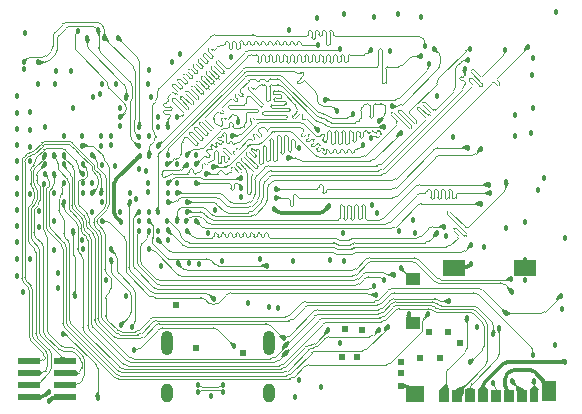
<source format=gbl>
G04 #@! TF.GenerationSoftware,KiCad,Pcbnew,7.0.1-0*
G04 #@! TF.CreationDate,2023-05-01T16:00:43+08:00*
G04 #@! TF.ProjectId,slimarm_almond_mini,736c696d-6172-46d5-9f61-6c6d6f6e645f,rev?*
G04 #@! TF.SameCoordinates,Original*
G04 #@! TF.FileFunction,Copper,L4,Bot*
G04 #@! TF.FilePolarity,Positive*
%FSLAX46Y46*%
G04 Gerber Fmt 4.6, Leading zero omitted, Abs format (unit mm)*
G04 Created by KiCad (PCBNEW 7.0.1-0) date 2023-05-01 16:00:43*
%MOMM*%
%LPD*%
G01*
G04 APERTURE LIST*
G04 #@! TA.AperFunction,ComponentPad*
%ADD10O,1.000000X2.100000*%
G04 #@! TD*
G04 #@! TA.AperFunction,ComponentPad*
%ADD11O,1.000000X1.600000*%
G04 #@! TD*
G04 #@! TA.AperFunction,SMDPad,CuDef*
%ADD12R,1.170000X1.800000*%
G04 #@! TD*
G04 #@! TA.AperFunction,SMDPad,CuDef*
%ADD13R,1.900000X1.350000*%
G04 #@! TD*
G04 #@! TA.AperFunction,SMDPad,CuDef*
%ADD14R,1.550000X1.350000*%
G04 #@! TD*
G04 #@! TA.AperFunction,SMDPad,CuDef*
%ADD15R,1.200000X1.000000*%
G04 #@! TD*
G04 #@! TA.AperFunction,SMDPad,CuDef*
%ADD16R,0.750000X1.100000*%
G04 #@! TD*
G04 #@! TA.AperFunction,SMDPad,CuDef*
%ADD17R,0.850000X1.100000*%
G04 #@! TD*
G04 #@! TA.AperFunction,SMDPad,CuDef*
%ADD18R,1.850000X0.500000*%
G04 #@! TD*
G04 #@! TA.AperFunction,ViaPad*
%ADD19C,0.609600*%
G04 #@! TD*
G04 #@! TA.AperFunction,ViaPad*
%ADD20C,0.457200*%
G04 #@! TD*
G04 #@! TA.AperFunction,Conductor*
%ADD21C,0.101600*%
G04 #@! TD*
G04 #@! TA.AperFunction,Conductor*
%ADD22C,0.111760*%
G04 #@! TD*
G04 #@! TA.AperFunction,Conductor*
%ADD23C,0.304800*%
G04 #@! TD*
G04 APERTURE END LIST*
D10*
G04 #@! TO.P,J4,S1,SHIELD*
G04 #@! TO.N,GND*
X35810000Y-41440000D03*
D11*
X35810000Y-45620000D03*
D10*
X44450000Y-41440000D03*
D11*
X44450000Y-45620000D03*
G04 #@! TD*
D12*
G04 #@! TO.P,J1,11,SHIELD*
G04 #@! TO.N,GND*
X68115000Y-45515000D03*
D13*
X66090000Y-35040000D03*
X60120000Y-35040000D03*
D14*
X56795000Y-45740000D03*
D15*
G04 #@! TO.P,J1,10,DET_A*
G04 #@! TO.N,/SD_DET*
X56620000Y-36015000D03*
G04 #@! TO.P,J1,9,DET_B*
G04 #@! TO.N,Net-(J1-DET_B)*
X56620000Y-39715000D03*
D16*
G04 #@! TO.P,J1,8,DAT1*
G04 #@! TO.N,/SD_DAT1*
X66905000Y-45865000D03*
D17*
G04 #@! TO.P,J1,7,DAT0*
G04 #@! TO.N,/SD_DAT0*
X65855000Y-45865000D03*
G04 #@! TO.P,J1,6,VSS*
G04 #@! TO.N,GND*
X64755000Y-45865000D03*
G04 #@! TO.P,J1,5,CLK*
G04 #@! TO.N,/SD_CLK*
X63655000Y-45865000D03*
G04 #@! TO.P,J1,4,VDD*
G04 #@! TO.N,+3V3*
X62555000Y-45865000D03*
G04 #@! TO.P,J1,3,CMD*
G04 #@! TO.N,/SD_CMD*
X61455000Y-45865000D03*
G04 #@! TO.P,J1,2,DAT3/CD*
G04 #@! TO.N,/SD_DAT3*
X60355000Y-45865000D03*
G04 #@! TO.P,J1,1,DAT2*
G04 #@! TO.N,/SD_DAT2*
X59255000Y-45865000D03*
G04 #@! TD*
D18*
G04 #@! TO.P,J2,1,Pin_1*
G04 #@! TO.N,/USB_DP*
X24110000Y-42960000D03*
G04 #@! TO.P,J2,2,Pin_2*
G04 #@! TO.N,/SPI0_MOSI*
X27160000Y-42960000D03*
G04 #@! TO.P,J2,3,Pin_3*
G04 #@! TO.N,/USB_DN*
X24110000Y-43960000D03*
G04 #@! TO.P,J2,4,Pin_4*
G04 #@! TO.N,/SPI0_MISO*
X27160000Y-43960000D03*
G04 #@! TO.P,J2,5,Pin_5*
G04 #@! TO.N,/SPI0_CLK*
X24110000Y-44960000D03*
G04 #@! TO.P,J2,6,Pin_6*
G04 #@! TO.N,/GPIO_G5*
X27160000Y-44960000D03*
G04 #@! TO.P,J2,7,Pin_7*
G04 #@! TO.N,+3V3*
X24110000Y-45960000D03*
G04 #@! TO.P,J2,8,Pin_8*
G04 #@! TO.N,GND*
X27160000Y-45960000D03*
G04 #@! TD*
D19*
G04 #@! TO.N,GND*
X55640000Y-45030000D03*
X55640000Y-43970000D03*
D20*
X54696000Y-16680000D03*
X57330000Y-13850000D03*
X43680000Y-34330000D03*
X23070000Y-31480000D03*
X25830000Y-46360000D03*
X69530000Y-32550000D03*
X66730000Y-18730000D03*
X31376000Y-26430000D03*
X58639177Y-20492268D03*
X39820000Y-30140000D03*
X60026000Y-23980000D03*
X59406000Y-32350000D03*
X68615000Y-41615000D03*
X26380000Y-18380000D03*
X23060000Y-24660000D03*
X39510000Y-45940000D03*
X48857500Y-45120000D03*
X62070000Y-40030000D03*
X35055471Y-31902433D03*
X34230000Y-27850000D03*
X35330000Y-34880000D03*
X67250000Y-28500000D03*
X42100000Y-29060000D03*
X66800000Y-17280000D03*
X34258993Y-30298967D03*
X23070000Y-35720000D03*
X23060000Y-30160000D03*
X25461490Y-23103453D03*
X50776000Y-34510000D03*
X23070000Y-20470000D03*
X23070000Y-27420000D03*
X23070000Y-32870000D03*
X26250000Y-28707936D03*
X23070000Y-28760000D03*
X30241007Y-23901033D03*
X35880443Y-32679116D03*
X29449999Y-30292063D03*
X26570000Y-36720000D03*
X56780000Y-32060000D03*
X36208374Y-17620748D03*
X48537400Y-13905100D03*
X61500000Y-34730000D03*
X33390000Y-26680000D03*
X64480000Y-31680000D03*
X66770000Y-21540000D03*
X53600000Y-30440000D03*
X62640000Y-33290000D03*
X35032800Y-22317200D03*
X29442064Y-27899999D03*
X41216000Y-17220000D03*
X36650000Y-27892064D03*
X50730000Y-32115900D03*
X29490000Y-20610000D03*
X46444837Y-34479227D03*
X44450000Y-38380000D03*
X38500000Y-34720000D03*
X26260000Y-31090000D03*
X55460000Y-31950000D03*
X30650000Y-36070000D03*
X27690000Y-18350000D03*
X23070000Y-25970000D03*
X65220000Y-23880000D03*
X27042064Y-23899999D03*
X65220000Y-22110000D03*
X23070000Y-23290000D03*
X26240000Y-33510000D03*
X31857937Y-21499999D03*
X23070000Y-21900000D03*
X33200000Y-29220000D03*
X34250000Y-18320000D03*
X53338000Y-13840000D03*
X66640000Y-23640000D03*
D19*
X55630000Y-43050000D03*
D20*
X66130000Y-34390000D03*
X31850001Y-30307936D03*
X46140000Y-14935900D03*
X67670000Y-44590000D03*
X31066321Y-23925311D03*
X23070000Y-34270000D03*
X34242064Y-23899999D03*
D19*
X36600000Y-38160000D03*
D20*
G04 #@! TO.N,/NRESET*
X32646052Y-29496052D03*
X39770000Y-37730000D03*
G04 #@! TO.N,+3V3*
X39270000Y-32115900D03*
X32630000Y-28730000D03*
X23670000Y-18187500D03*
X42640000Y-38065000D03*
X23565000Y-37062500D03*
D19*
X52310000Y-40290000D03*
D20*
X69232779Y-38525127D03*
X28660000Y-33490000D03*
D19*
X51902000Y-42610000D03*
D20*
X66130000Y-36100000D03*
D19*
X50870000Y-40270000D03*
D20*
X49614100Y-34380000D03*
X40430775Y-34448200D03*
X50743750Y-13526250D03*
X46960000Y-44530000D03*
X30239203Y-24719262D03*
X53133000Y-29753000D03*
X56610000Y-31000000D03*
X23761250Y-15188750D03*
X36920000Y-16970000D03*
X24850000Y-19467500D03*
X66140000Y-31210000D03*
D19*
X50600000Y-42610000D03*
D20*
X68730000Y-13390000D03*
X34216999Y-28655283D03*
X25780000Y-45550000D03*
X26560000Y-35510000D03*
X30100000Y-20340000D03*
X24160000Y-28780000D03*
X35057936Y-23099999D03*
X67721975Y-27444475D03*
X28643426Y-27900001D03*
X26330000Y-19480000D03*
X55378750Y-13551250D03*
X44890000Y-30060000D03*
X34010000Y-26810000D03*
X24920000Y-31630000D03*
X38258993Y-25498967D03*
X33439203Y-31119262D03*
X49510000Y-29830000D03*
X34180000Y-19457500D03*
X69510000Y-43000000D03*
X45160000Y-38440000D03*
D19*
G04 #@! TO.N,+5V*
X58010000Y-40440000D03*
X59619580Y-40440000D03*
X60590000Y-41410420D03*
X42270000Y-42218435D03*
X38270000Y-41870000D03*
D20*
X46670000Y-46004226D03*
G04 #@! TO.N,+1V8*
X27857936Y-21500000D03*
X24190000Y-34290000D03*
X30262786Y-29478576D03*
X31875262Y-31135490D03*
X24227500Y-24790000D03*
X24227500Y-21870000D03*
X31824738Y-23064510D03*
X50410000Y-41420000D03*
X31520000Y-19457500D03*
X28650000Y-28707935D03*
X31020245Y-24679722D03*
X33470000Y-25550000D03*
X28632800Y-32717200D03*
X24920000Y-30230000D03*
X36642065Y-26300000D03*
D19*
X58950000Y-42670000D03*
D20*
X35880000Y-28730000D03*
D19*
X57227500Y-42670000D03*
D20*
X24227500Y-25990000D03*
X34440000Y-20570000D03*
X24227500Y-23390000D03*
X28642065Y-23900000D03*
X30293201Y-26357527D03*
X32360000Y-37410000D03*
X37620000Y-34680000D03*
X30330000Y-19457500D03*
G04 #@! TO.N,/BUS_DAT6*
X53776000Y-22590000D03*
X41840000Y-22690000D03*
G04 #@! TO.N,/BUS_DAT1*
X41320000Y-23870000D03*
X48580000Y-23390000D03*
G04 #@! TO.N,/DRAM_DQML*
X55580000Y-23620000D03*
X46050000Y-25720000D03*
G04 #@! TO.N,/BUS_DAT5*
X53090000Y-24070000D03*
X38253947Y-26296053D03*
G04 #@! TO.N,/BUS_DAT0*
X39070000Y-27090000D03*
X47014413Y-24945587D03*
G04 #@! TO.N,/BUS_ADR24*
X44990000Y-29140000D03*
X38243666Y-27885496D03*
X42096000Y-28250000D03*
X62360000Y-24980000D03*
G04 #@! TO.N,/BUS_ADR12*
X39710000Y-26490000D03*
X61490000Y-16500000D03*
G04 #@! TO.N,/BUS_ADR4*
X62340000Y-29610000D03*
X38257936Y-31099999D03*
G04 #@! TO.N,/DRAM_DQMU*
X58406000Y-16480000D03*
X54810000Y-21370000D03*
G04 #@! TO.N,/BUS_DAT12*
X50425000Y-16525000D03*
X36650000Y-22307935D03*
G04 #@! TO.N,/BUS_DAT7*
X37457936Y-25499999D03*
X54170000Y-23120000D03*
G04 #@! TO.N,/BUS_DAT4*
X52420000Y-24670000D03*
X37450000Y-26307935D03*
G04 #@! TO.N,/BUS_ADR7*
X37450001Y-29492064D03*
X64450000Y-16610000D03*
G04 #@! TO.N,/BUS_ADR3*
X63180000Y-28710000D03*
X37422425Y-31061794D03*
G04 #@! TO.N,/DRAM_NSCAS*
X37450000Y-31907935D03*
X59290000Y-31550000D03*
G04 #@! TO.N,/BUS_DAT14*
X48586000Y-16180000D03*
X35849999Y-23107936D03*
G04 #@! TO.N,/BUS_DAT10*
X53075000Y-16600000D03*
X35057935Y-24700000D03*
G04 #@! TO.N,/BUS_DAT2*
X50230000Y-21770000D03*
X35850001Y-25492064D03*
G04 #@! TO.N,/BUS_ADR10*
X61270000Y-17460000D03*
X36650000Y-28707935D03*
G04 #@! TO.N,/BUS_ADR5*
X36650000Y-31107935D03*
X66356000Y-16320000D03*
G04 #@! TO.N,/BUS_ADR1*
X35865816Y-31875249D03*
X64510000Y-27770000D03*
G04 #@! TO.N,/DRAM_SCKE*
X58000000Y-17780000D03*
X49156000Y-20810000D03*
G04 #@! TO.N,/BUS_DAT3*
X51576000Y-22020000D03*
X35830000Y-26280000D03*
G04 #@! TO.N,/BUS_ADR23*
X42100000Y-27470000D03*
X35849999Y-27907936D03*
X61240000Y-24880000D03*
X45000000Y-28400000D03*
G04 #@! TO.N,/BUS_ADR11*
X37450000Y-30307935D03*
X63018660Y-28008660D03*
G04 #@! TO.N,/BUS_NWE*
X58640000Y-32130000D03*
X35830369Y-31070978D03*
G04 #@! TO.N,/BUS_DAT8*
X34280000Y-25540000D03*
X57650000Y-16260000D03*
G04 #@! TO.N,/DRAM_SCLK*
X35020000Y-30340000D03*
X57300000Y-17140000D03*
G04 #@! TO.N,/DRAM_CS*
X35057936Y-32700000D03*
X61550000Y-33080000D03*
G04 #@! TO.N,/BUS_ADR9*
X35857935Y-29500000D03*
X61000000Y-18230000D03*
G04 #@! TO.N,/BUS_NWAIT*
X44240000Y-34854100D03*
X34248967Y-31091007D03*
G04 #@! TO.N,/JTAG_NTRST*
X23650000Y-17590000D03*
X33398331Y-23968776D03*
X30500000Y-15580000D03*
G04 #@! TO.N,/JTAG_TCK*
X33390000Y-24770000D03*
X29990000Y-14930000D03*
X24900000Y-17630000D03*
G04 #@! TO.N,/JTAG_TDI*
X32344100Y-20630000D03*
X29050000Y-15630000D03*
G04 #@! TO.N,/JTAG_TMS*
X28290000Y-15010000D03*
X31842065Y-22300000D03*
G04 #@! TO.N,/JTAG_TDO*
X31650000Y-15580000D03*
X33442064Y-23100001D03*
G04 #@! TO.N,/USB_DP*
X30234640Y-28692855D03*
G04 #@! TO.N,/USB_DN*
X29457936Y-28700000D03*
G04 #@! TO.N,/GPIO_G0*
X53730107Y-40290107D03*
X27050000Y-27907936D03*
G04 #@! TO.N,/GPIO_G2*
X54490000Y-40040000D03*
X26250000Y-27107936D03*
G04 #@! TO.N,/GPIO_G1*
X25432965Y-27126106D03*
X57920000Y-38980000D03*
G04 #@! TO.N,/NAND_ALE*
X33450000Y-31907936D03*
X54145000Y-36095000D03*
G04 #@! TO.N,/NAND_NFWE*
X54980000Y-35640000D03*
X34243666Y-31914504D03*
G04 #@! TO.N,/NAND_NFRE*
X64980000Y-37060000D03*
X34253948Y-33496052D03*
G04 #@! TO.N,/NAND_NFCE*
X36720000Y-34670000D03*
X64910000Y-35990000D03*
G04 #@! TO.N,/NAND_CLE*
X53351858Y-36572728D03*
X33439203Y-30280738D03*
G04 #@! TO.N,/SPI0_CLK*
X28643926Y-27085770D03*
G04 #@! TO.N,/NAND_RNB*
X53500000Y-37350000D03*
X30257935Y-31100000D03*
G04 #@! TO.N,/SPI0_MISO*
X25457935Y-26300000D03*
G04 #@! TO.N,/SPI0_MOSI*
X25460000Y-25520000D03*
G04 #@! TO.N,/CH_DP*
X40540000Y-45550000D03*
X38460062Y-45573615D03*
G04 #@! TO.N,/CH_DN*
X38450000Y-44990000D03*
X40530000Y-44950000D03*
G04 #@! TO.N,Net-(J4-CC2)*
X33015000Y-42005000D03*
X41500000Y-41680000D03*
G04 #@! TO.N,/OM0*
X27994842Y-37450000D03*
X26990000Y-40610000D03*
X27846052Y-31903948D03*
X29920000Y-46030000D03*
G04 #@! TO.N,/UART_TX*
X32838892Y-40049105D03*
X31050001Y-33492063D03*
G04 #@! TO.N,/UART_RX*
X31070000Y-34370000D03*
X31888776Y-39876154D03*
G04 #@! TO.N,/GPIO_G5*
X25401230Y-27914793D03*
G04 #@! TO.N,/SD_DAT2*
X45720000Y-40990000D03*
X59665000Y-37865000D03*
X61190000Y-39260000D03*
X28657935Y-26300000D03*
G04 #@! TO.N,/SD_DAT3*
X27059263Y-26298703D03*
X45840000Y-42280000D03*
G04 #@! TO.N,/SD_CMD*
X69117824Y-37439474D03*
X28630000Y-24720000D03*
X63910000Y-40140000D03*
X64490000Y-38900000D03*
G04 #@! TO.N,/SD_CLK*
X61450000Y-43060000D03*
X63380000Y-44830000D03*
X26250000Y-25507936D03*
G04 #@! TO.N,/SD_DAT0*
X45830000Y-41580000D03*
X27050001Y-25507936D03*
X65020000Y-44670000D03*
X63420000Y-40660000D03*
G04 #@! TO.N,/SD_DAT1*
X66830000Y-44650000D03*
X29457935Y-25500000D03*
X66820000Y-42470000D03*
G04 #@! TO.N,/SD_DET*
X49430000Y-40350000D03*
X55570000Y-35090000D03*
X27042064Y-29500000D03*
G04 #@! TO.N,Net-(J1-DET_B)*
X56270000Y-38992700D03*
G04 #@! TD*
D21*
G04 #@! TO.N,/JTAG_TMS*
X28138790Y-16691554D02*
X30736400Y-19289163D01*
X32359985Y-21550420D02*
G75*
G03*
X32211210Y-21191210I-507985J20D01*
G01*
X30736415Y-19505980D02*
G75*
G03*
X30885190Y-19865190I507985J-20D01*
G01*
X32211188Y-21930833D02*
G75*
G03*
X32360000Y-21571645I-359188J359233D01*
G01*
X30736400Y-19289163D02*
X30736400Y-19505980D01*
X32360000Y-21550420D02*
X32360000Y-21571645D01*
X30885190Y-19865190D02*
X32211210Y-21191210D01*
X32211210Y-21930855D02*
X31842065Y-22300000D01*
G04 #@! TO.N,/GPIO_G1*
X47797000Y-43250001D02*
G75*
G03*
X47437790Y-43398790I0J-507999D01*
G01*
X25432965Y-27126106D02*
X25658840Y-27351981D01*
X25580000Y-28310760D02*
X25580000Y-31599580D01*
X54689390Y-43101210D02*
X57397800Y-40392800D01*
X25580015Y-31599580D02*
G75*
G03*
X25728790Y-31958790I507985J-20D01*
G01*
X25728790Y-31958790D02*
X26827610Y-33057610D01*
X46546769Y-44289810D02*
X47437790Y-43398790D01*
X26976415Y-39745980D02*
G75*
G03*
X27125190Y-40105190I507985J-20D01*
G01*
X31309800Y-44289820D02*
G75*
G03*
X31669020Y-44438600I359200J359220D01*
G01*
X25807630Y-27711191D02*
X25807630Y-28083130D01*
X57546580Y-39353400D02*
G75*
G03*
X57397800Y-39712620I359220J-359200D01*
G01*
X26976385Y-33416820D02*
G75*
G03*
X26827610Y-33057610I-507985J20D01*
G01*
X46187559Y-44438570D02*
G75*
G03*
X46546769Y-44289810I41J507970D01*
G01*
X25807627Y-27711191D02*
G75*
G03*
X25658840Y-27351981I-508027J-9D01*
G01*
X54330180Y-43249985D02*
G75*
G03*
X54689390Y-43101210I20J507985D01*
G01*
X25807630Y-28083130D02*
X25580000Y-28310760D01*
X26976400Y-33416820D02*
X26976400Y-39745980D01*
X27125190Y-40105190D02*
X31309810Y-44289810D01*
X31669020Y-44438600D02*
X46187559Y-44438600D01*
X47797000Y-43250000D02*
X54330180Y-43250000D01*
X57397800Y-40392800D02*
X57397800Y-39712620D01*
X57546590Y-39353410D02*
X57920000Y-38980000D01*
G04 #@! TO.N,/SPI0_MISO*
X27160000Y-43960000D02*
X28320000Y-43960000D01*
X28559985Y-43039820D02*
G75*
G03*
X28411210Y-42680610I-507985J20D01*
G01*
X24513600Y-30061664D02*
X24881210Y-29694053D01*
X27969400Y-42238780D02*
G75*
G03*
X27610180Y-42090000I-359200J-359220D01*
G01*
X26641200Y-41941220D02*
G75*
G03*
X27000420Y-42090000I359200J359220D01*
G01*
X25340015Y-40429580D02*
G75*
G03*
X25488790Y-40788790I507985J-20D01*
G01*
X24513600Y-32073180D02*
X24513600Y-30061664D01*
X25339985Y-33320420D02*
G75*
G03*
X25191210Y-32961210I-507985J20D01*
G01*
X28320000Y-43960000D02*
X28411210Y-43868790D01*
X28411220Y-43868800D02*
G75*
G03*
X28560000Y-43509580I-359220J359200D01*
G01*
X24513615Y-32073180D02*
G75*
G03*
X24662390Y-32432390I507985J-20D01*
G01*
X28560000Y-43509580D02*
X28560000Y-43039820D01*
X28411210Y-42680610D02*
X27969390Y-42238790D01*
X27610180Y-42090000D02*
X27000420Y-42090000D01*
X26641210Y-41941210D02*
X25488790Y-40788790D01*
X25340000Y-40429580D02*
X25340000Y-33320420D01*
X25191210Y-32961210D02*
X24662390Y-32432390D01*
G04 #@! TO.N,/SPI0_MOSI*
X24285015Y-32404580D02*
G75*
G03*
X24433790Y-32763790I507985J-20D01*
G01*
X24480000Y-27739580D02*
X24480000Y-26900420D01*
X24628790Y-26541210D02*
X25460000Y-25710000D01*
X24979985Y-33520420D02*
G75*
G03*
X24831210Y-33161210I-507985J20D01*
G01*
X24651233Y-29600787D02*
G75*
G03*
X24800000Y-29241554I-359233J359187D01*
G01*
X24980015Y-40489580D02*
G75*
G03*
X25128790Y-40848790I507985J-20D01*
G01*
X24285000Y-32404580D02*
X24285000Y-29966974D01*
X24480015Y-27739580D02*
G75*
G03*
X24628790Y-28098790I507985J-20D01*
G01*
X24628780Y-26541200D02*
G75*
G03*
X24480000Y-26900420I359220J-359200D01*
G01*
X24980000Y-40489580D02*
X24980000Y-33520420D01*
X24799985Y-28480420D02*
G75*
G03*
X24651210Y-28121210I-507985J20D01*
G01*
X27160000Y-42880000D02*
X25128790Y-40848790D01*
X24831210Y-33161210D02*
X24433790Y-32763790D01*
X24285000Y-29966974D02*
X24651210Y-29600764D01*
X24800000Y-29241554D02*
X24800000Y-28480420D01*
X24651210Y-28121210D02*
X24628790Y-28098790D01*
X25460000Y-25710000D02*
X25460000Y-25520000D01*
G04 #@! TO.N,/SD_CMD*
X30738780Y-37281200D02*
G75*
G03*
X30590000Y-37640420I359220J-359200D01*
G01*
X30899985Y-26570420D02*
G75*
G03*
X30751210Y-26211210I-507985J20D01*
G01*
X30590000Y-37640420D02*
X30590000Y-39089580D01*
X30519970Y-35154843D02*
G75*
G03*
X30668790Y-35514053I508030J43D01*
G01*
X29728800Y-24868780D02*
G75*
G03*
X29369580Y-24720000I-359200J-359220D01*
G01*
X29851515Y-31101115D02*
G75*
G03*
X30000325Y-31460325I507985J15D01*
G01*
X30491156Y-25841547D02*
G75*
G03*
X30342337Y-25482337I-508056J-53D01*
G01*
X30519985Y-32190420D02*
G75*
G03*
X30371210Y-31831210I-507985J20D01*
G01*
X54870420Y-36790000D02*
X62169580Y-36790000D01*
X31611200Y-40321220D02*
G75*
G03*
X31970420Y-40470000I359200J359220D01*
G01*
X30751210Y-30031988D02*
X29851535Y-30931663D01*
X30907620Y-37112400D02*
G75*
G03*
X31056400Y-36753180I-359220J359200D01*
G01*
X33079580Y-40469985D02*
G75*
G03*
X33438790Y-40321210I20J507985D01*
G01*
X30900000Y-26570420D02*
X30900000Y-29672778D01*
X29728790Y-24868790D02*
X30342337Y-25482337D01*
X53338180Y-37901385D02*
G75*
G03*
X53697390Y-37752610I20J507985D01*
G01*
X30907610Y-37112390D02*
X30738790Y-37281210D01*
X33438790Y-40321210D02*
X34391210Y-39368790D01*
X45789580Y-39219985D02*
G75*
G03*
X46148790Y-39071210I20J507985D01*
G01*
X30751221Y-30031999D02*
G75*
G03*
X30900000Y-29672778I-359221J359199D01*
G01*
X30491127Y-25951127D02*
X30751210Y-26211210D01*
X31970420Y-40470000D02*
X33079580Y-40470000D01*
X54870420Y-36790015D02*
G75*
G03*
X54511210Y-36938790I-20J-507985D01*
G01*
X34750420Y-39220015D02*
G75*
G03*
X34391210Y-39368790I-20J-507985D01*
G01*
X62528800Y-36938780D02*
G75*
G03*
X62169580Y-36790000I-359200J-359220D01*
G01*
X47529020Y-37901415D02*
G75*
G03*
X47169810Y-38050190I-20J-507985D01*
G01*
X28630000Y-24720000D02*
X29369580Y-24720000D01*
X46148790Y-39071210D02*
X47169810Y-38050190D01*
X47529020Y-37901400D02*
X53338180Y-37901400D01*
X30491127Y-25841547D02*
X30491127Y-25951127D01*
X30590015Y-39089580D02*
G75*
G03*
X30738790Y-39448790I507985J-20D01*
G01*
X29851535Y-30931663D02*
X29851535Y-31101115D01*
X30000325Y-31460325D02*
X30371210Y-31831210D01*
X53697390Y-37752610D02*
X54511210Y-36938790D01*
X30520000Y-32190420D02*
X30520000Y-35154843D01*
X31056400Y-35901663D02*
X31056400Y-36753180D01*
X30668790Y-35514053D02*
X31056400Y-35901663D01*
X30738790Y-39448790D02*
X31611210Y-40321210D01*
X34750420Y-39220000D02*
X45789580Y-39220000D01*
X62528790Y-36938790D02*
X64490000Y-38900000D01*
G04 #@! TO.N,/SD_DAT1*
X66820011Y-42225683D02*
G75*
G03*
X66671210Y-41866473I-508011J-17D01*
G01*
X55050420Y-37150015D02*
G75*
G03*
X54691210Y-37298790I-20J-507985D01*
G01*
X53569580Y-38209985D02*
G75*
G03*
X53928790Y-38061210I20J507985D01*
G01*
X46119580Y-39509985D02*
G75*
G03*
X46478790Y-39361210I20J507985D01*
G01*
X54691210Y-37298790D02*
X53928790Y-38061210D01*
X33299580Y-40699985D02*
G75*
G03*
X33658790Y-40551210I20J507985D01*
G01*
X53569580Y-38210000D02*
X47840420Y-38210000D01*
X30219994Y-39099710D02*
G75*
G03*
X30368791Y-39458919I508006J10D01*
G01*
X34910420Y-39510015D02*
G75*
G03*
X34551210Y-39658790I-20J-507985D01*
G01*
X29590000Y-31209580D02*
X29590000Y-30860000D01*
X47840420Y-38210015D02*
G75*
G03*
X47481210Y-38358790I-20J-507985D01*
G01*
X46119580Y-39510000D02*
X34910420Y-39510000D01*
X30669186Y-29570394D02*
X30669186Y-27518669D01*
X30219985Y-32260420D02*
G75*
G03*
X30071210Y-31901210I-507985J20D01*
G01*
X31461085Y-40551205D02*
G75*
G03*
X31820290Y-40700000I359215J359205D01*
G01*
X29590015Y-31209580D02*
G75*
G03*
X29738790Y-31568790I507985J-20D01*
G01*
X30520396Y-29929604D02*
G75*
G03*
X30669186Y-29570394I-359196J359204D01*
G01*
X66820000Y-42470000D02*
X66820000Y-42225683D01*
X30669211Y-27518669D02*
G75*
G03*
X30520396Y-27159459I-508011J-31D01*
G01*
X30071210Y-31901210D02*
X29738790Y-31568790D01*
X61744317Y-37150000D02*
X55050420Y-37150000D01*
X66671210Y-41866473D02*
X62103527Y-37298790D01*
X47481210Y-38358790D02*
X46478790Y-39361210D01*
X34551210Y-39658790D02*
X33658790Y-40551210D01*
X62103519Y-37298798D02*
G75*
G03*
X61744317Y-37150000I-359219J-359202D01*
G01*
X33299580Y-40700000D02*
X31820290Y-40700000D01*
X31461080Y-40551210D02*
X30368790Y-39458920D01*
X30220000Y-39099710D02*
X30220000Y-32260420D01*
X29590000Y-30860000D02*
X30520396Y-29929604D01*
X29886801Y-26525863D02*
X30520396Y-27159459D01*
G04 #@! TO.N,/SD_DAT2*
X28237026Y-28030000D02*
X28237026Y-27731664D01*
X28475089Y-27493601D02*
X28811763Y-27493601D01*
X28811763Y-27493601D02*
X29050326Y-27255038D01*
X28237026Y-27731664D02*
X28475089Y-27493601D01*
X29050310Y-26902811D02*
G75*
G03*
X28901536Y-26543601I-508010J11D01*
G01*
X29050326Y-27255038D02*
X29050326Y-26902811D01*
X28901536Y-26543601D02*
X28657935Y-26300000D01*
D22*
G04 #@! TO.N,/USB_DN*
X24390015Y-40729580D02*
G75*
G03*
X24538790Y-41088790I507985J-20D01*
G01*
X25517554Y-43742494D02*
G75*
G03*
X25666320Y-43383260I-359254J359194D01*
G01*
X25666285Y-42426740D02*
G75*
G03*
X25517530Y-42067530I-507985J40D01*
G01*
X27979760Y-24987418D02*
X27979760Y-24989339D01*
X29847068Y-28310824D02*
G75*
G03*
X29995880Y-27951636I-359168J359224D01*
G01*
X24389984Y-36901522D02*
G75*
G03*
X24241210Y-36542312I-507984J22D01*
G01*
X23897310Y-25738269D02*
X24057059Y-25578520D01*
X23748514Y-35839202D02*
G75*
G03*
X23897311Y-36198411I507986J2D01*
G01*
X24198718Y-25578526D02*
G75*
G03*
X24557928Y-25429730I-18J508026D01*
G01*
X27691383Y-24699017D02*
G75*
G03*
X27332161Y-24550239I-359183J-359183D01*
G01*
X24057059Y-25578520D02*
X24198718Y-25578520D01*
X23897324Y-25738283D02*
G75*
G03*
X23748520Y-26097479I359176J-359217D01*
G01*
X28362582Y-25370240D02*
X29414361Y-26422019D01*
X25647839Y-24550239D02*
X27332161Y-24550239D01*
X25647839Y-24550256D02*
G75*
G03*
X25288629Y-24699029I-39J-507944D01*
G01*
X25089580Y-43959985D02*
G75*
G03*
X25448790Y-43811210I20J507985D01*
G01*
X29414361Y-26802019D02*
X29847090Y-27234748D01*
X24110000Y-43960000D02*
X25089580Y-43960000D01*
X25448790Y-43811210D02*
X25517530Y-43742470D01*
X25517530Y-42067530D02*
X24538790Y-41088790D01*
X24390000Y-40729580D02*
X24390000Y-36901522D01*
X24241210Y-36542312D02*
X23897310Y-36198412D01*
X23748520Y-35839202D02*
X23748520Y-26097479D01*
X29414361Y-26422019D02*
X29414361Y-26802019D01*
X24557928Y-25429730D02*
X25288629Y-24699029D01*
X29995915Y-27593958D02*
G75*
G03*
X29847090Y-27234748I-508015J-42D01*
G01*
X25666320Y-43383260D02*
X25666320Y-42426740D01*
X27691371Y-24699029D02*
X27979760Y-24987418D01*
X27979760Y-24989339D02*
X28360661Y-25370240D01*
X28360661Y-25370240D02*
X28362582Y-25370240D01*
X29995880Y-27593958D02*
X29995880Y-27951636D01*
X29847090Y-28310846D02*
X29457936Y-28700000D01*
G04 #@! TO.N,/USB_DP*
X25278770Y-42228770D02*
X24300030Y-41250030D01*
X23658551Y-25639372D02*
G75*
G03*
X23509760Y-25998581I359249J-359228D01*
G01*
X30234656Y-27495060D02*
G75*
G03*
X30085850Y-27135850I-508056J-40D01*
G01*
X24151213Y-37000420D02*
G75*
G03*
X24002449Y-36641211I-508013J20D01*
G01*
X24939580Y-42959985D02*
G75*
G03*
X25298790Y-42811210I20J507985D01*
G01*
X24099820Y-25339785D02*
G75*
G03*
X24459030Y-25190970I-20J507985D01*
G01*
X25427560Y-42682440D02*
X25427560Y-42587980D01*
X28461480Y-25131480D02*
X29653121Y-26323121D01*
X24151240Y-40890820D02*
X24151240Y-37000420D01*
X25548941Y-24311515D02*
G75*
G03*
X25189731Y-24460269I-41J-507985D01*
G01*
X27790294Y-24460244D02*
G75*
G03*
X27431059Y-24311479I-359194J-359256D01*
G01*
X24151215Y-40890820D02*
G75*
G03*
X24300030Y-41250030I507985J20D01*
G01*
X28459559Y-25131480D02*
X28461480Y-25131480D01*
X25298790Y-42811210D02*
X25427560Y-42682440D01*
X24002450Y-36641210D02*
X23658550Y-36297310D01*
X23509760Y-35938100D02*
X23509760Y-25998581D01*
X23658550Y-25639371D02*
X23958161Y-25339760D01*
X23958161Y-25339760D02*
X24099820Y-25339760D01*
X25427585Y-42587980D02*
G75*
G03*
X25278770Y-42228770I-507985J-20D01*
G01*
X24459030Y-25190970D02*
X25189731Y-24460269D01*
X28218520Y-24888520D02*
X28218520Y-24890441D01*
X25548941Y-24311479D02*
X27431059Y-24311479D01*
X27790269Y-24460269D02*
X28218520Y-24888520D01*
X23509773Y-35938100D02*
G75*
G03*
X23658551Y-36297309I508027J0D01*
G01*
X28218520Y-24890441D02*
X28459559Y-25131480D01*
X29653121Y-26323121D02*
X29653121Y-26703121D01*
X29653121Y-26703121D02*
X30085850Y-27135850D01*
X30234640Y-27495060D02*
X30234640Y-28692855D01*
D21*
G04 #@! TO.N,/SD_DAT1*
X29886810Y-26139286D02*
G75*
G03*
X29738011Y-25780076I-508010J-14D01*
G01*
X29457935Y-25500000D02*
X29738011Y-25780076D01*
X29886801Y-26139286D02*
X29886801Y-26525863D01*
D23*
G04 #@! TO.N,+1V8*
X31498780Y-27521200D02*
G75*
G03*
X31350000Y-27880420I359220J-359200D01*
G01*
X31341995Y-30391809D02*
G75*
G03*
X31490791Y-30751019I508005J9D01*
G01*
D21*
G04 #@! TO.N,/NAND_RNB*
X32318815Y-35228370D02*
G75*
G03*
X32467580Y-35587580I507985J-30D01*
G01*
G04 #@! TO.N,/SD_DET*
X27042044Y-29901644D02*
G75*
G03*
X27190854Y-30260854I508056J44D01*
G01*
G04 #@! TO.N,/SD_DAT0*
X28938256Y-30998672D02*
G75*
G03*
X28789462Y-30639462I-508056J-28D01*
G01*
X27950015Y-29589580D02*
G75*
G03*
X28098790Y-29948790I507985J-20D01*
G01*
X27949983Y-26825123D02*
G75*
G03*
X27801210Y-26465913I-507983J23D01*
G01*
G04 #@! TO.N,/SD_CLK*
X27490015Y-29909580D02*
G75*
G03*
X27638790Y-30268790I507985J-20D01*
G01*
X27489985Y-27850420D02*
G75*
G03*
X27341210Y-27491210I-507985J20D01*
G01*
X26550015Y-26489580D02*
G75*
G03*
X26698790Y-26848790I507985J-20D01*
G01*
X26549985Y-26200420D02*
G75*
G03*
X26401210Y-25841210I-507985J20D01*
G01*
G04 #@! TO.N,/SD_DAT3*
X27718615Y-29738180D02*
G75*
G03*
X27867390Y-30097390I507985J-20D01*
G01*
X27718585Y-27359020D02*
G75*
G03*
X27569810Y-26999810I-507985J20D01*
G01*
G04 #@! TO.N,/SD_DAT2*
X28243615Y-29463180D02*
G75*
G03*
X28392390Y-29822390I507985J-20D01*
G01*
X29166885Y-30807272D02*
G75*
G03*
X29018062Y-30448062I-507985J-28D01*
G01*
G04 #@! TO.N,/SPI0_MISO*
X24750015Y-27627880D02*
G75*
G03*
X24898790Y-27987090I507985J-20D01*
G01*
X24881189Y-29694032D02*
G75*
G03*
X25030000Y-29334843I-359189J359232D01*
G01*
X24898812Y-26859167D02*
G75*
G03*
X24750000Y-27218355I359188J-359233D01*
G01*
G04 #@! TO.N,/SPI0_CLK*
X24417628Y-29511092D02*
G75*
G03*
X24566400Y-29151864I-359228J359192D01*
G01*
X24504559Y-26342139D02*
G75*
G03*
X24653355Y-25982935I-359259J359239D01*
G01*
X28251555Y-26482959D02*
G75*
G03*
X28400326Y-26842168I507945J-41D01*
G01*
X24388775Y-26457905D02*
G75*
G03*
X24240000Y-26817130I359225J-359195D01*
G01*
X27188800Y-25058780D02*
G75*
G03*
X26829580Y-24910000I-359200J-359220D01*
G01*
X28251556Y-26331955D02*
G75*
G03*
X28102745Y-25972745I-508056J-45D01*
G01*
X24566385Y-28686820D02*
G75*
G03*
X24417610Y-28327610I-507985J20D01*
G01*
X24240015Y-27939580D02*
G75*
G03*
X24388790Y-28298790I507985J-20D01*
G01*
X24802121Y-25603094D02*
G75*
G03*
X24653355Y-25962328I359279J-359206D01*
G01*
X25705683Y-24909989D02*
G75*
G03*
X25346473Y-25058790I17J-508011D01*
G01*
G04 #@! TO.N,/GPIO_G2*
X25992380Y-28337600D02*
G75*
G03*
X25843600Y-28696820I359220J-359200D01*
G01*
X26101220Y-28228800D02*
G75*
G03*
X26250000Y-27869580I-359220J359200D01*
G01*
G04 #@! TO.N,/GPIO_G0*
X26736189Y-29119731D02*
G75*
G03*
X26885000Y-28760542I-359189J359231D01*
G01*
X26630015Y-30139580D02*
G75*
G03*
X26778790Y-30498790I507985J-20D01*
G01*
X27049985Y-30980420D02*
G75*
G03*
X26901210Y-30621210I-507985J20D01*
G01*
X27033812Y-27924168D02*
G75*
G03*
X26885000Y-28283356I359188J-359232D01*
G01*
G04 #@! TO.N,/JTAG_TDO*
X33442085Y-17582484D02*
G75*
G03*
X33293274Y-17223274I-507985J-16D01*
G01*
G04 #@! TO.N,/JTAG_TMS*
X27989970Y-16332343D02*
G75*
G03*
X28138791Y-16691553I508030J43D01*
G01*
X28138780Y-15161200D02*
G75*
G03*
X27990000Y-15520420I359220J-359200D01*
G01*
G04 #@! TO.N,/JTAG_TDI*
X32344111Y-19917283D02*
G75*
G03*
X32195310Y-19558073I-508011J-17D01*
G01*
X29049970Y-16202343D02*
G75*
G03*
X29198790Y-16561553I508030J43D01*
G01*
G04 #@! TO.N,/JTAG_TCK*
X26638780Y-15331200D02*
G75*
G03*
X26490000Y-15690420I359220J-359200D01*
G01*
X26341220Y-16958800D02*
G75*
G03*
X26490000Y-16599580I-359220J359200D01*
G01*
X29812400Y-14752380D02*
G75*
G03*
X29453180Y-14603600I-359200J-359220D01*
G01*
X27576820Y-14603615D02*
G75*
G03*
X27217610Y-14752390I-20J-507985D01*
G01*
X32841385Y-19661820D02*
G75*
G03*
X32692610Y-19302610I-507985J20D01*
G01*
X30010015Y-16409580D02*
G75*
G03*
X30158790Y-16768790I507985J-20D01*
G01*
X32690015Y-23859580D02*
G75*
G03*
X32838790Y-24218790I507985J-20D01*
G01*
X32838780Y-20711200D02*
G75*
G03*
X32690000Y-21070420I359220J-359200D01*
G01*
X25459580Y-17629985D02*
G75*
G03*
X25818790Y-17481210I20J507985D01*
G01*
G04 #@! TO.N,/JTAG_NTRST*
X27330420Y-14240015D02*
G75*
G03*
X26971210Y-14388790I-20J-507985D01*
G01*
X25225980Y-17223585D02*
G75*
G03*
X25585190Y-17074810I20J507985D01*
G01*
X24226820Y-17223615D02*
G75*
G03*
X23867610Y-17372390I-20J-507985D01*
G01*
X33069985Y-18360420D02*
G75*
G03*
X32921210Y-18001210I-507985J20D01*
G01*
X33035683Y-23395689D02*
G75*
G03*
X33184454Y-23754899I508017J-11D01*
G01*
X26288780Y-15071200D02*
G75*
G03*
X26140000Y-15430420I359220J-359200D01*
G01*
X25991220Y-16668800D02*
G75*
G03*
X26140000Y-16309580I-359220J359200D01*
G01*
X30499985Y-14910420D02*
G75*
G03*
X30351210Y-14551210I-507985J20D01*
G01*
X30188800Y-14388780D02*
G75*
G03*
X29829580Y-14240000I-359200J-359220D01*
G01*
G04 #@! TO.N,/NRESET*
X32571422Y-35004270D02*
G75*
G03*
X32720190Y-35363480I507978J-30D01*
G01*
X34399568Y-37042852D02*
G75*
G03*
X34758775Y-37191645I359232J359252D01*
G01*
X32720190Y-35363480D02*
X34399565Y-37042855D01*
X39380413Y-37340457D02*
G75*
G03*
X39021225Y-37191645I-359213J-359143D01*
G01*
X32646052Y-29496052D02*
X32571400Y-29570704D01*
X32571400Y-29570704D02*
X32571400Y-35004270D01*
X34758775Y-37191645D02*
X39021225Y-37191645D01*
X39380435Y-37340435D02*
X39770000Y-37730000D01*
G04 #@! TO.N,/NAND_RNB*
X32318785Y-32779210D02*
G75*
G03*
X32170000Y-32420000I-507985J10D01*
G01*
X34441200Y-37421220D02*
G75*
G03*
X34800420Y-37570000I359200J359220D01*
G01*
X30998800Y-31248780D02*
G75*
G03*
X30639580Y-31100000I-359200J-359220D01*
G01*
X39789580Y-38149985D02*
G75*
G03*
X40148790Y-38001210I20J507985D01*
G01*
X30257935Y-31100000D02*
X30639580Y-31100000D01*
X39301200Y-38001220D02*
G75*
G03*
X39660420Y-38150000I359200J359220D01*
G01*
X39018800Y-37718780D02*
G75*
G03*
X38659580Y-37570000I-359200J-359220D01*
G01*
X41190420Y-37170015D02*
G75*
G03*
X40831210Y-37318790I-20J-507985D01*
G01*
X30998790Y-31248790D02*
X32170000Y-32420000D01*
X52692865Y-37203485D02*
G75*
G03*
X53052050Y-37352300I359235J359185D01*
G01*
X32318790Y-32779210D02*
X32318790Y-35228370D01*
X32467580Y-35587580D02*
X34301210Y-37421210D01*
X34301210Y-37421210D02*
X34441210Y-37421210D01*
X34800420Y-37570000D02*
X38659580Y-37570000D01*
X39018790Y-37718790D02*
X39301210Y-38001210D01*
X39660420Y-38150000D02*
X39789580Y-38150000D01*
X40148790Y-38001210D02*
X40831210Y-37318790D01*
X41190420Y-37170000D02*
X52659330Y-37170000D01*
X52659330Y-37170000D02*
X52692840Y-37203510D01*
X53052050Y-37352300D02*
X53178304Y-37352300D01*
X53178304Y-37352300D02*
X53180604Y-37350000D01*
X53180604Y-37350000D02*
X53500000Y-37350000D01*
D23*
G04 #@! TO.N,+3V3*
X62703780Y-44726200D02*
G75*
G03*
X62555000Y-45085420I359220J-359200D01*
G01*
X64590420Y-43050015D02*
G75*
G03*
X64231210Y-43198790I-20J-507985D01*
G01*
X25159580Y-45959985D02*
G75*
G03*
X25518790Y-45811210I20J507985D01*
G01*
G04 #@! TO.N,GND*
X64440015Y-45029580D02*
G75*
G03*
X64588790Y-45388790I507985J-20D01*
G01*
X66938800Y-43858780D02*
G75*
G03*
X66579580Y-43710000I-359200J-359220D01*
G01*
X65150420Y-43710015D02*
G75*
G03*
X64791210Y-43858790I-20J-507985D01*
G01*
X64588780Y-44061200D02*
G75*
G03*
X64440000Y-44420420I359220J-359200D01*
G01*
X60979580Y-35039985D02*
G75*
G03*
X61338790Y-34891210I20J507985D01*
G01*
X26440420Y-45960015D02*
G75*
G03*
X26081210Y-46108790I-20J-507985D01*
G01*
X56233800Y-45178780D02*
G75*
G03*
X55874580Y-45030000I-359200J-359220D01*
G01*
D21*
G04 #@! TO.N,/SD_DET*
X28660015Y-40119580D02*
G75*
G03*
X28808790Y-40478790I507985J-20D01*
G01*
X28252485Y-31532872D02*
G75*
G03*
X28103662Y-31173662I-507985J-28D01*
G01*
X47956780Y-41612785D02*
G75*
G03*
X48315990Y-41464010I20J507985D01*
G01*
X31801200Y-43471220D02*
G75*
G03*
X32160420Y-43620000I359200J359220D01*
G01*
X47851040Y-41612829D02*
G75*
G03*
X47491830Y-41761590I-40J-507971D01*
G01*
X45423000Y-43619999D02*
G75*
G03*
X45782210Y-43471210I0J507999D01*
G01*
X28660030Y-34275157D02*
G75*
G03*
X28511210Y-33915947I-508030J-43D01*
G01*
X28226389Y-33420717D02*
G75*
G03*
X28375190Y-33779927I508011J17D01*
G01*
G04 #@! TO.N,/SD_DAT0*
X62130200Y-38420180D02*
G75*
G03*
X61770980Y-38271400I-359200J-359220D01*
G01*
X58672600Y-38122620D02*
G75*
G03*
X59031820Y-38271400I359200J359220D01*
G01*
X53689580Y-38959985D02*
G75*
G03*
X54048790Y-38811210I20J507985D01*
G01*
X29660015Y-39429580D02*
G75*
G03*
X29808790Y-39788790I507985J-20D01*
G01*
X32621200Y-42601220D02*
G75*
G03*
X32980420Y-42750000I359200J359220D01*
G01*
X29659985Y-32500420D02*
G75*
G03*
X29511210Y-32141210I-507985J20D01*
G01*
X28938244Y-31357832D02*
G75*
G03*
X29087042Y-31717042I508056J32D01*
G01*
X55150420Y-37920015D02*
G75*
G03*
X54791210Y-38068790I-20J-507985D01*
G01*
X58618800Y-38068780D02*
G75*
G03*
X58259580Y-37920000I-359200J-359220D01*
G01*
X44549580Y-42749985D02*
G75*
G03*
X44908790Y-42601210I20J507985D01*
G01*
X63419985Y-39920420D02*
G75*
G03*
X63271210Y-39561210I-507985J20D01*
G01*
X48660420Y-38960015D02*
G75*
G03*
X48301210Y-39108790I-20J-507985D01*
G01*
G04 #@! TO.N,/SD_CLK*
X29080015Y-39939580D02*
G75*
G03*
X29228790Y-40298790I507985J-20D01*
G01*
X55470420Y-38500015D02*
G75*
G03*
X55111210Y-38648790I-20J-507985D01*
G01*
X63654985Y-45315420D02*
G75*
G03*
X63506210Y-44956210I-507985J20D01*
G01*
X29079985Y-32730420D02*
G75*
G03*
X28931210Y-32371210I-507985J20D01*
G01*
X58288800Y-38648780D02*
G75*
G03*
X57929580Y-38500000I-359200J-359220D01*
G01*
X28481015Y-31710632D02*
G75*
G03*
X28629842Y-32069842I507985J32D01*
G01*
X28481085Y-31321472D02*
G75*
G03*
X28332262Y-30962262I-507985J-28D01*
G01*
X45279580Y-43329985D02*
G75*
G03*
X45638790Y-43181210I20J507985D01*
G01*
X32111200Y-43181220D02*
G75*
G03*
X32470420Y-43330000I359200J359220D01*
G01*
X53919580Y-39629985D02*
G75*
G03*
X54278790Y-39481210I20J507985D01*
G01*
X49400420Y-39630015D02*
G75*
G03*
X49041210Y-39778790I-20J-507985D01*
G01*
X61818800Y-38958780D02*
G75*
G03*
X61459580Y-38810000I-359200J-359220D01*
G01*
X58301200Y-38661220D02*
G75*
G03*
X58660420Y-38810000I359200J359220D01*
G01*
X62471220Y-42038800D02*
G75*
G03*
X62620000Y-41679580I-359220J359200D01*
G01*
X62619985Y-39970420D02*
G75*
G03*
X62471210Y-39611210I-507985J20D01*
G01*
G04 #@! TO.N,/SD_CMD*
X63757620Y-42712400D02*
G75*
G03*
X63906400Y-42353180I-359220J359200D01*
G01*
X61603780Y-44866200D02*
G75*
G03*
X61455000Y-45225420I359220J-359200D01*
G01*
X67459580Y-38899985D02*
G75*
G03*
X67818790Y-38751210I20J507985D01*
G01*
G04 #@! TO.N,/SD_DAT3*
X58521200Y-38421220D02*
G75*
G03*
X58880420Y-38570000I359200J359220D01*
G01*
X28709685Y-31150072D02*
G75*
G03*
X28560862Y-30790862I-507985J-28D01*
G01*
X62899985Y-39840420D02*
G75*
G03*
X62751210Y-39481210I-507985J20D01*
G01*
X61988800Y-38718780D02*
G75*
G03*
X61629580Y-38570000I-359200J-359220D01*
G01*
X49040420Y-39290015D02*
G75*
G03*
X48681210Y-39438790I-20J-507985D01*
G01*
X32321200Y-42881220D02*
G75*
G03*
X32680420Y-43030000I359200J359220D01*
G01*
X28709644Y-31539232D02*
G75*
G03*
X28858442Y-31898442I508056J32D01*
G01*
X29362815Y-39712380D02*
G75*
G03*
X29511590Y-40071590I507985J-20D01*
G01*
X29362785Y-32613220D02*
G75*
G03*
X29214010Y-32254010I-507985J20D01*
G01*
X53789580Y-39289985D02*
G75*
G03*
X54148790Y-39141210I20J507985D01*
G01*
X44879580Y-43029985D02*
G75*
G03*
X45238790Y-42881210I20J507985D01*
G01*
X62751220Y-43308800D02*
G75*
G03*
X62900000Y-42949580I-359220J359200D01*
G01*
X58458800Y-38358780D02*
G75*
G03*
X58099580Y-38210000I-359200J-359220D01*
G01*
X55290420Y-38210015D02*
G75*
G03*
X54931210Y-38358790I-20J-507985D01*
G01*
G04 #@! TO.N,/SD_DAT2*
X45729580Y-40989985D02*
G75*
G03*
X46088790Y-40841210I20J507985D01*
G01*
X61041220Y-42178800D02*
G75*
G03*
X61190000Y-41819580I-359220J359200D01*
G01*
X55001220Y-37659215D02*
G75*
G03*
X54642010Y-37807990I-20J-507985D01*
G01*
X31321200Y-40881220D02*
G75*
G03*
X31680420Y-41030000I359200J359220D01*
G01*
X58824590Y-37807970D02*
G75*
G03*
X58465360Y-37659200I-359190J-359230D01*
G01*
X33459580Y-41029985D02*
G75*
G03*
X33818790Y-40881210I20J507985D01*
G01*
X59581380Y-43638600D02*
G75*
G03*
X59432600Y-43997820I359220J-359200D01*
G01*
X44508800Y-39918780D02*
G75*
G03*
X44149580Y-39770000I-359200J-359220D01*
G01*
X35140420Y-39770015D02*
G75*
G03*
X34781210Y-39918790I-20J-507985D01*
G01*
X29930015Y-39279580D02*
G75*
G03*
X30078790Y-39638790I507985J-20D01*
G01*
X29929985Y-32370420D02*
G75*
G03*
X29781210Y-32011210I-507985J20D01*
G01*
X53645380Y-38594185D02*
G75*
G03*
X54004590Y-38445410I20J507985D01*
G01*
X48546220Y-38594215D02*
G75*
G03*
X48187010Y-38742990I-20J-507985D01*
G01*
X29166815Y-31186432D02*
G75*
G03*
X29315642Y-31545642I507985J32D01*
G01*
G04 #@! TO.N,/GPIO_G5*
X25639985Y-32440420D02*
G75*
G03*
X25491210Y-32081210I-507985J20D01*
G01*
X25326415Y-31705980D02*
G75*
G03*
X25475190Y-32065190I507985J-20D01*
G01*
X26812600Y-41642620D02*
G75*
G03*
X27171820Y-41791400I359200J359220D01*
G01*
X25640015Y-40259580D02*
G75*
G03*
X25788790Y-40618790I507985J-20D01*
G01*
X28799985Y-42880420D02*
G75*
G03*
X28651210Y-42521210I-507985J20D01*
G01*
X28070200Y-41940180D02*
G75*
G03*
X27710980Y-41791400I-359200J-359220D01*
G01*
X27959580Y-44959985D02*
G75*
G03*
X28318790Y-44811210I20J507985D01*
G01*
X28651220Y-44478800D02*
G75*
G03*
X28800000Y-44119580I-359220J359200D01*
G01*
G04 #@! TO.N,/UART_RX*
X32766371Y-37379340D02*
G75*
G03*
X32617610Y-37020130I-507971J40D01*
G01*
X32617605Y-39147315D02*
G75*
G03*
X32766400Y-38788110I-359205J359215D01*
G01*
G04 #@! TO.N,/UART_TX*
X33089985Y-37110420D02*
G75*
G03*
X32941210Y-36751210I-507985J20D01*
G01*
X32941222Y-39946799D02*
G75*
G03*
X33090000Y-39587577I-359222J359199D01*
G01*
G04 #@! TO.N,/OM0*
X29919985Y-43570420D02*
G75*
G03*
X29771210Y-43211210I-507985J20D01*
G01*
X27865202Y-33868857D02*
G75*
G03*
X27915939Y-33991368I490698J131457D01*
G01*
X27919494Y-33997509D02*
G75*
G03*
X27989780Y-34091973I440006J254009D01*
G01*
X27846260Y-33745472D02*
G75*
G03*
X27863362Y-33862038I507840J14972D01*
G01*
G04 #@! TO.N,Net-(J4-CC2)*
X33114580Y-42004985D02*
G75*
G03*
X33473790Y-41856210I20J507985D01*
G01*
X35410420Y-40130015D02*
G75*
G03*
X35051210Y-40278790I-20J-507985D01*
G01*
X40098800Y-40278780D02*
G75*
G03*
X39739580Y-40130000I-359200J-359220D01*
G01*
D22*
G04 #@! TO.N,/CH_DN*
X40109580Y-45159985D02*
G75*
G03*
X40468790Y-45011210I20J507985D01*
G01*
X38471200Y-45011220D02*
G75*
G03*
X38830420Y-45160000I359200J359220D01*
G01*
G04 #@! TO.N,/CH_DP*
X38844097Y-45399999D02*
G75*
G03*
X38484888Y-45548791I3J-508001D01*
G01*
X40538800Y-45548780D02*
G75*
G03*
X40179580Y-45400000I-359200J-359220D01*
G01*
D21*
G04 #@! TO.N,/SPI0_CLK*
X24056415Y-32705980D02*
G75*
G03*
X24205190Y-33065190I507985J-20D01*
G01*
X24679985Y-33750420D02*
G75*
G03*
X24531210Y-33391210I-507985J20D01*
G01*
X24680022Y-40592870D02*
G75*
G03*
X24828790Y-40952080I507978J-30D01*
G01*
X25841220Y-43903800D02*
G75*
G03*
X25990000Y-43544580I-359220J359200D01*
G01*
X25989992Y-42323710D02*
G75*
G03*
X25841210Y-41964500I-507992J10D01*
G01*
G04 #@! TO.N,/NAND_CLE*
X52844166Y-36869975D02*
G75*
G03*
X53203376Y-36721210I34J507975D01*
G01*
G04 #@! TO.N,/NAND_NFCE*
X57068800Y-34338780D02*
G75*
G03*
X56709580Y-34190000I-359200J-359220D01*
G01*
X37161200Y-35111220D02*
G75*
G03*
X37520420Y-35260000I359200J359220D01*
G01*
X52950420Y-34190015D02*
G75*
G03*
X52591210Y-34338790I-20J-507985D01*
G01*
X51459580Y-35259985D02*
G75*
G03*
X51818790Y-35111210I20J507985D01*
G01*
X58621200Y-35891220D02*
G75*
G03*
X58980420Y-36040000I359200J359220D01*
G01*
G04 #@! TO.N,/NAND_NFRE*
X51429580Y-35769985D02*
G75*
G03*
X51788790Y-35621210I20J507985D01*
G01*
X56898800Y-34658780D02*
G75*
G03*
X56539580Y-34510000I-359200J-359220D01*
G01*
X53110420Y-34510015D02*
G75*
G03*
X52751210Y-34658790I-20J-507985D01*
G01*
X58401200Y-36161220D02*
G75*
G03*
X58760420Y-36310000I359200J359220D01*
G01*
X36725383Y-35621203D02*
G75*
G03*
X37084586Y-35770000I359217J359203D01*
G01*
X34749019Y-33644831D02*
G75*
G03*
X34389798Y-33496052I-359219J-359269D01*
G01*
X64378800Y-36458780D02*
G75*
G03*
X64019580Y-36310000I-359200J-359220D01*
G01*
G04 #@! TO.N,/NAND_NFWE*
X51609580Y-36119985D02*
G75*
G03*
X51968790Y-35971210I20J507985D01*
G01*
X52760420Y-35390015D02*
G75*
G03*
X52401210Y-35538790I-20J-507985D01*
G01*
X34841200Y-35971220D02*
G75*
G03*
X35200420Y-36120000I359200J359220D01*
G01*
X54176178Y-35491198D02*
G75*
G03*
X54535376Y-35640000I359222J359198D01*
G01*
G04 #@! TO.N,/NAND_ALE*
X33431843Y-31926079D02*
G75*
G03*
X33283060Y-32285296I359257J-359221D01*
G01*
X54008800Y-35958780D02*
G75*
G03*
X53649580Y-35810000I-359200J-359220D01*
G01*
X51705830Y-36533756D02*
G75*
G03*
X52065040Y-36384960I-30J508056D01*
G01*
X52850420Y-35810015D02*
G75*
G03*
X52491210Y-35958790I-20J-507985D01*
G01*
X33283050Y-34547132D02*
G75*
G03*
X33431850Y-34906342I508050J32D01*
G01*
X34910468Y-36384960D02*
G75*
G03*
X35269678Y-36533750I359232J359260D01*
G01*
G04 #@! TO.N,/GPIO_G2*
X25843615Y-31443180D02*
G75*
G03*
X25992390Y-31802390I507985J-20D01*
G01*
X31491200Y-44061220D02*
G75*
G03*
X31850420Y-44210000I359200J359220D01*
G01*
X45859580Y-44209985D02*
G75*
G03*
X46218790Y-44061210I20J507985D01*
G01*
X48410420Y-42080015D02*
G75*
G03*
X48051210Y-42228790I-20J-507985D01*
G01*
X52304531Y-42080021D02*
G75*
G03*
X52663741Y-41931210I-31J508021D01*
G01*
X27249985Y-33270420D02*
G75*
G03*
X27101210Y-32911210I-507985J20D01*
G01*
X27250015Y-39609580D02*
G75*
G03*
X27398790Y-39968790I507985J-20D01*
G01*
G04 #@! TO.N,/GPIO_G0*
X49520420Y-40880015D02*
G75*
G03*
X49161210Y-41028790I-20J-507985D01*
G01*
X52929794Y-40879995D02*
G75*
G03*
X53289004Y-40731210I6J507995D01*
G01*
X31641200Y-43751220D02*
G75*
G03*
X32000420Y-43900000I359200J359220D01*
G01*
X45649580Y-43899985D02*
G75*
G03*
X46008790Y-43751210I20J507985D01*
G01*
X27530015Y-39429580D02*
G75*
G03*
X27678790Y-39788790I507985J-20D01*
G01*
X48129020Y-41841415D02*
G75*
G03*
X47769810Y-41990190I-20J-507985D01*
G01*
X48138180Y-41841385D02*
G75*
G03*
X48497390Y-41692610I20J507985D01*
G01*
X27050015Y-32149580D02*
G75*
G03*
X27198790Y-32508790I507985J-20D01*
G01*
X27529985Y-33050420D02*
G75*
G03*
X27381210Y-32691210I-507985J20D01*
G01*
D23*
G04 #@! TO.N,GND*
X55640000Y-45030000D02*
X55874580Y-45030000D01*
X56233790Y-45178790D02*
X56795000Y-45740000D01*
D21*
G04 #@! TO.N,Net-(J1-DET_B)*
X56270000Y-38992700D02*
X56270000Y-39235000D01*
X56270000Y-39235000D02*
X56205000Y-39300000D01*
D23*
G04 #@! TO.N,GND*
X26081210Y-46108790D02*
X25830000Y-46360000D01*
X60120000Y-35040000D02*
X60979580Y-35040000D01*
X61338790Y-34891210D02*
X61500000Y-34730000D01*
X64588790Y-44061210D02*
X64791210Y-43858790D01*
X66938790Y-43858790D02*
X67670000Y-44590000D01*
X65150420Y-43710000D02*
X66579580Y-43710000D01*
X64755000Y-45555000D02*
X64588790Y-45388790D01*
X64440000Y-45029580D02*
X64440000Y-44420420D01*
G04 #@! TO.N,+3V3*
X25159580Y-45960000D02*
X24110000Y-45960000D01*
X45460420Y-30420000D02*
X48709580Y-30420000D01*
X25780000Y-45550000D02*
X25518790Y-45811210D01*
X64590420Y-43050000D02*
X69460000Y-43050000D01*
X49068790Y-30271210D02*
X49510000Y-29830000D01*
X62555000Y-45865000D02*
X62555000Y-45085420D01*
X44890000Y-30060000D02*
X45101210Y-30271210D01*
X62703790Y-44726210D02*
X64231210Y-43198790D01*
D21*
X69460000Y-43050000D02*
X69510000Y-43000000D01*
D23*
X45101200Y-30271220D02*
G75*
G03*
X45460420Y-30420000I359200J359220D01*
G01*
X48709580Y-30419985D02*
G75*
G03*
X49068790Y-30271210I20J507985D01*
G01*
G04 #@! TO.N,+1V8*
X31342001Y-30097515D02*
X31342001Y-30391809D01*
X31490791Y-30751019D02*
X31875262Y-31135490D01*
X31350000Y-27880420D02*
X31350000Y-30089516D01*
X31350000Y-30089516D02*
X31342001Y-30097515D01*
X33470000Y-25550000D02*
X31498790Y-27521210D01*
D21*
G04 #@! TO.N,/BUS_DAT6*
X44236400Y-19246400D02*
X44334800Y-19246400D01*
X48840420Y-22340000D02*
X48885580Y-22340000D01*
X40461051Y-21458946D02*
X41150000Y-20770000D01*
X43751200Y-19040000D02*
X44030000Y-19040000D01*
X53420020Y-21140000D02*
X53879580Y-21140000D01*
X40245526Y-21890000D02*
X40317368Y-21961842D01*
X40423158Y-22577632D02*
X40495000Y-22649474D01*
X41747363Y-20720784D02*
X41581051Y-20554472D01*
X42012105Y-19907893D02*
X42012105Y-19907892D01*
X41796579Y-20338947D02*
X41998245Y-20540613D01*
X49722820Y-22756400D02*
X51703180Y-22756400D01*
X43446400Y-19246400D02*
X43544800Y-19246400D01*
X42012105Y-19907892D02*
X42731210Y-19188790D01*
X44541200Y-19040000D02*
X45119580Y-19040000D01*
X40638686Y-22362105D02*
X40638686Y-22362106D01*
X45478790Y-19188790D02*
X48481210Y-22191210D01*
X41359580Y-22060000D02*
X41300000Y-22060000D01*
X40340000Y-23020000D02*
X40290420Y-23020000D01*
X40710529Y-22433948D02*
X40638686Y-22362105D01*
X52062390Y-22607610D02*
X52105605Y-22564395D01*
X40461052Y-21458945D02*
X40461051Y-21458946D01*
X54157117Y-22250438D02*
X53817555Y-22590000D01*
X41581051Y-20338946D02*
X41581053Y-20338947D01*
X42213772Y-20325086D02*
X42012105Y-20123419D01*
X49244790Y-22488790D02*
X49363610Y-22607610D01*
X41850000Y-22340000D02*
X41718790Y-22208790D01*
X40532895Y-21961841D02*
X40532894Y-21961842D01*
X39740000Y-22469580D02*
X39740000Y-22390420D01*
X52328790Y-21411210D02*
X52451210Y-21288790D01*
X41365526Y-20770000D02*
X41531837Y-20936311D01*
X41840000Y-22690000D02*
X41840000Y-22350000D01*
X52180000Y-22384790D02*
X52180000Y-21770420D01*
X40495000Y-22865000D02*
X40340000Y-23020000D01*
X39931210Y-22871210D02*
X39888790Y-22828790D01*
X53817555Y-22590000D02*
X53776000Y-22590000D01*
X54260000Y-21310000D02*
X54260000Y-21939580D01*
X41747363Y-20720783D02*
X41747363Y-20720784D01*
X39888790Y-22031210D02*
X40030000Y-21890000D01*
X40532894Y-21746315D02*
X40461051Y-21674472D01*
X40532894Y-21746314D02*
X40532894Y-21746315D01*
X43090420Y-19040000D02*
X43240000Y-19040000D01*
X40423158Y-22362106D02*
X40423159Y-22362105D01*
X41840000Y-22350000D02*
X41850000Y-22340000D01*
X42213771Y-20540613D02*
X42213772Y-20540613D01*
X54238790Y-21288790D02*
X54260000Y-21310000D01*
X42213772Y-20325085D02*
X42213772Y-20325086D01*
X53267620Y-22218544D02*
X53267620Y-21292400D01*
X52962820Y-21292400D02*
X52962820Y-22218544D01*
X41300000Y-22060000D02*
X40926056Y-22433947D01*
X40532916Y-21961864D02*
G75*
G03*
X40532894Y-21746314I-107816J107764D01*
G01*
X53115220Y-22370920D02*
G75*
G03*
X53267620Y-22218544I-20J152420D01*
G01*
X40638685Y-22362107D02*
G75*
G03*
X40423159Y-22362107I-107763J-107761D01*
G01*
X42213723Y-20540564D02*
G75*
G03*
X42213772Y-20325085I-107723J107764D01*
G01*
X39740015Y-22469580D02*
G75*
G03*
X39888790Y-22828790I507985J-20D01*
G01*
X44334800Y-19246400D02*
G75*
G03*
X44438000Y-19143200I0J103200D01*
G01*
X43090420Y-19040015D02*
G75*
G03*
X42731210Y-19188790I-20J-507985D01*
G01*
X44133200Y-19143200D02*
G75*
G03*
X44030000Y-19040000I-103200J0D01*
G01*
X41718800Y-22208780D02*
G75*
G03*
X41359580Y-22060000I-359200J-359220D01*
G01*
X51703180Y-22756385D02*
G75*
G03*
X52062390Y-22607610I20J507985D01*
G01*
X52105610Y-22564400D02*
G75*
G03*
X52180000Y-22384790I-179610J179600D01*
G01*
X41531838Y-20936310D02*
G75*
G03*
X41747362Y-20936310I107762J107762D01*
G01*
X52962756Y-22218544D02*
G75*
G03*
X53115220Y-22370944I152444J44D01*
G01*
X43343200Y-19143200D02*
G75*
G03*
X43240000Y-19040000I-103200J0D01*
G01*
X39888780Y-22031200D02*
G75*
G03*
X39740000Y-22390420I359220J-359200D01*
G01*
X40710537Y-22433940D02*
G75*
G03*
X40926056Y-22433947I107763J107740D01*
G01*
X44541200Y-19040000D02*
G75*
G03*
X44438000Y-19143200I0J-103200D01*
G01*
X40245525Y-21890001D02*
G75*
G03*
X40030001Y-21890001I-107762J-107762D01*
G01*
X49244800Y-22488780D02*
G75*
G03*
X48885580Y-22340000I-359200J-359220D01*
G01*
X40461043Y-21458936D02*
G75*
G03*
X40461051Y-21674472I107757J-107764D01*
G01*
X41581042Y-20338937D02*
G75*
G03*
X41581051Y-20554472I107758J-107763D01*
G01*
X40423190Y-22362136D02*
G75*
G03*
X40423158Y-22577632I107710J-107764D01*
G01*
X43544800Y-19246400D02*
G75*
G03*
X43648000Y-19143200I0J103200D01*
G01*
X44133200Y-19143200D02*
G75*
G03*
X44236400Y-19246400I103200J0D01*
G01*
X48481200Y-22191220D02*
G75*
G03*
X48840420Y-22340000I359200J359220D01*
G01*
X42012149Y-19907937D02*
G75*
G03*
X42012105Y-20123419I107751J-107763D01*
G01*
X41998246Y-20540612D02*
G75*
G03*
X42213770Y-20540612I107762J107762D01*
G01*
X53420020Y-21140020D02*
G75*
G03*
X53267620Y-21292400I-20J-152380D01*
G01*
X41747316Y-20936264D02*
G75*
G03*
X41747363Y-20720783I-107716J107764D01*
G01*
X52328780Y-21411200D02*
G75*
G03*
X52180000Y-21770420I359220J-359200D01*
G01*
X41365525Y-20770001D02*
G75*
G03*
X41150001Y-20770001I-107762J-107762D01*
G01*
X52962800Y-21292400D02*
G75*
G03*
X52810420Y-21140000I-152400J0D01*
G01*
X49363600Y-22607620D02*
G75*
G03*
X49722820Y-22756400I359200J359220D01*
G01*
X39931200Y-22871220D02*
G75*
G03*
X40290420Y-23020000I359200J359220D01*
G01*
X54157102Y-22250427D02*
G75*
G03*
X54260000Y-21939580I-431002J315127D01*
G01*
X45478800Y-19188780D02*
G75*
G03*
X45119580Y-19040000I-359200J-359220D01*
G01*
X54238800Y-21288780D02*
G75*
G03*
X53879580Y-21140000I-359200J-359220D01*
G01*
X43751200Y-19040000D02*
G75*
G03*
X43648000Y-19143200I0J-103200D01*
G01*
X43343200Y-19143200D02*
G75*
G03*
X43446400Y-19246400I103200J0D01*
G01*
X52810420Y-21140015D02*
G75*
G03*
X52451210Y-21288790I-20J-507985D01*
G01*
X41796578Y-20338948D02*
G75*
G03*
X41581054Y-20338948I-107762J-107762D01*
G01*
X40317338Y-21961872D02*
G75*
G03*
X40532894Y-21961840I107762J107772D01*
G01*
X40494962Y-22864962D02*
G75*
G03*
X40494999Y-22649475I-107762J107762D01*
G01*
G04 #@! TO.N,/BUS_DAT1*
X43880000Y-21967395D02*
X43880000Y-21952605D01*
X46190000Y-21632605D02*
X46190000Y-21687395D01*
X45842802Y-21157198D02*
X45797197Y-21202803D01*
X43062928Y-22350347D02*
X43158529Y-22445948D01*
X44650000Y-21510000D02*
X46120000Y-21510000D01*
X44850000Y-20850000D02*
X44892803Y-20892803D01*
X46441804Y-22153507D02*
X46784893Y-21810419D01*
X44912802Y-20687198D02*
X44887197Y-20712803D01*
X44922605Y-20370000D02*
X45377395Y-20370000D01*
X46120000Y-21510000D02*
X46152803Y-21542803D01*
X45452802Y-20617198D02*
X45420000Y-20650000D01*
X46152802Y-21777198D02*
X46120000Y-21810000D01*
X45420000Y-20650000D02*
X45002605Y-20650000D01*
X43394803Y-22425200D02*
X45864800Y-22425200D01*
X45980000Y-22257395D02*
X45980000Y-22210000D01*
X41320000Y-23870000D02*
X41739580Y-23870000D01*
X46441804Y-22153508D02*
X46441804Y-22153507D01*
X44850000Y-20802605D02*
X44850000Y-20850000D01*
X42098790Y-23721210D02*
X42943000Y-22877000D01*
X47000420Y-22025946D02*
X47000419Y-22025946D01*
X43970000Y-21810000D02*
X43917197Y-21862803D01*
X46662657Y-21253709D02*
X45607738Y-20198790D01*
X47307588Y-22457000D02*
X47261767Y-22411179D01*
X44810000Y-20192605D02*
X44810000Y-20310000D01*
X46120000Y-21810000D02*
X43970000Y-21810000D01*
X43970000Y-22110000D02*
X43917197Y-22057197D01*
X45880000Y-20990000D02*
X45880000Y-21067395D01*
X45864800Y-22425200D02*
X45942803Y-22347197D01*
X47477295Y-22456999D02*
X47477294Y-22457000D01*
X45880000Y-22110000D02*
X43970000Y-22110000D01*
X43062928Y-22350348D02*
X43062928Y-22350347D01*
X45857198Y-20967198D02*
X45880000Y-20990000D01*
X44582802Y-21277198D02*
X44570000Y-21290000D01*
X44570000Y-21290000D02*
X44570000Y-21377395D01*
X48580000Y-23390000D02*
X47647000Y-22457000D01*
X45490000Y-20430000D02*
X45490000Y-20527395D01*
X47000419Y-22025946D02*
X46657331Y-22369035D01*
X44810000Y-20310000D02*
X44832803Y-20332803D01*
X45467198Y-20407198D02*
X45490000Y-20430000D01*
X44607198Y-21467198D02*
X44650000Y-21510000D01*
X45248528Y-20050000D02*
X44952605Y-20050000D01*
X45980000Y-22210000D02*
X45880000Y-22110000D01*
X44982605Y-20930000D02*
X45767395Y-20930000D01*
X44862802Y-20087198D02*
X44847197Y-20102803D01*
X42943000Y-22661474D02*
X42847400Y-22565874D01*
X43374055Y-22445948D02*
X43394803Y-22425200D01*
X46811447Y-21625115D02*
X46811447Y-21612919D01*
X45707395Y-21240000D02*
X44672605Y-21240000D01*
X47261767Y-22071767D02*
X47215947Y-22025947D01*
X42847390Y-22350338D02*
G75*
G03*
X42847401Y-22565873I107810J-107762D01*
G01*
X47307589Y-22456999D02*
G75*
G03*
X47477293Y-22456999I84852J84853D01*
G01*
X45452805Y-20617201D02*
G75*
G03*
X45490000Y-20527395I-89805J89801D01*
G01*
X43062927Y-22350349D02*
G75*
G03*
X42847401Y-22350349I-107763J-107761D01*
G01*
X45002605Y-20650004D02*
G75*
G03*
X44912802Y-20687198I-5J-126996D01*
G01*
X45607724Y-20198804D02*
G75*
G03*
X45248528Y-20050000I-359224J-359196D01*
G01*
X43158530Y-22445947D02*
G75*
G03*
X43374054Y-22445947I107762J107762D01*
G01*
X44952605Y-20050004D02*
G75*
G03*
X44862802Y-20087198I-5J-126996D01*
G01*
X43880004Y-21967395D02*
G75*
G03*
X43917197Y-22057197I126996J-5D01*
G01*
X46784904Y-21810430D02*
G75*
G03*
X46811446Y-21625115I-114304J110930D01*
G01*
X44847194Y-20102800D02*
G75*
G03*
X44810000Y-20192605I89806J-89800D01*
G01*
X46189996Y-21632605D02*
G75*
G03*
X46152803Y-21542803I-126996J5D01*
G01*
X44832800Y-20332806D02*
G75*
G03*
X44922605Y-20370000I89800J89806D01*
G01*
X45857201Y-20967195D02*
G75*
G03*
X45767395Y-20930000I-89801J-89805D01*
G01*
X46152805Y-21777201D02*
G75*
G03*
X46190000Y-21687395I-89805J89801D01*
G01*
X47646953Y-22457047D02*
G75*
G03*
X47477295Y-22456999I-84853J-84853D01*
G01*
X43917194Y-21862800D02*
G75*
G03*
X43880000Y-21952605I89806J-89800D01*
G01*
X45842805Y-21157201D02*
G75*
G03*
X45880000Y-21067395I-89805J89801D01*
G01*
X47261747Y-22241453D02*
G75*
G03*
X47261767Y-22071767I-84847J84853D01*
G01*
X42942962Y-22876962D02*
G75*
G03*
X42942999Y-22661475I-107762J107762D01*
G01*
X41739580Y-23869985D02*
G75*
G03*
X42098790Y-23721210I20J507985D01*
G01*
X45942806Y-22347200D02*
G75*
G03*
X45980000Y-22257395I-89806J89800D01*
G01*
X45467201Y-20407195D02*
G75*
G03*
X45377395Y-20370000I-89801J-89805D01*
G01*
X44887194Y-20712800D02*
G75*
G03*
X44850000Y-20802605I89806J-89800D01*
G01*
X47215964Y-22025930D02*
G75*
G03*
X47000420Y-22025946I-107764J-107770D01*
G01*
X44672605Y-21240004D02*
G75*
G03*
X44582802Y-21277198I-5J-126996D01*
G01*
X46441834Y-22153538D02*
G75*
G03*
X46441806Y-22369034I107766J-107762D01*
G01*
X44570004Y-21377395D02*
G75*
G03*
X44607198Y-21467198I126996J-5D01*
G01*
X44892800Y-20892806D02*
G75*
G03*
X44982605Y-20930000I89800J89806D01*
G01*
X46441806Y-22369034D02*
G75*
G03*
X46657330Y-22369034I107762J107762D01*
G01*
X46811419Y-21612919D02*
G75*
G03*
X46662657Y-21253709I-508019J19D01*
G01*
X45707395Y-21239996D02*
G75*
G03*
X45797197Y-21202803I5J126996D01*
G01*
X47261741Y-22241447D02*
G75*
G03*
X47261767Y-22411179I84859J-84853D01*
G01*
G04 #@! TO.N,/DRAM_DQML*
X52989580Y-26000000D02*
X47240420Y-26000000D01*
X55580000Y-23620000D02*
X53348790Y-25851210D01*
X46644790Y-25720000D02*
X46050000Y-25720000D01*
X46881210Y-25851210D02*
X46824395Y-25794395D01*
X46824400Y-25794390D02*
G75*
G03*
X46644790Y-25720000I-179600J-179610D01*
G01*
X52989580Y-25999985D02*
G75*
G03*
X53348790Y-25851210I20J507985D01*
G01*
X46881200Y-25851220D02*
G75*
G03*
X47240420Y-26000000I359200J359220D01*
G01*
G04 #@! TO.N,/BUS_DAT5*
X53157805Y-23424800D02*
X53162195Y-23424800D01*
X48980000Y-24162605D02*
X48980000Y-24209475D01*
X48432705Y-23872600D02*
X48727295Y-23872600D01*
X49982000Y-24507600D02*
X49982000Y-23582400D01*
X39412178Y-25473836D02*
X39412178Y-25473837D01*
X40502800Y-24407600D02*
X40502800Y-24333200D01*
X39902427Y-24799822D02*
X39917573Y-24799822D01*
X53601659Y-23994264D02*
X53576869Y-23994264D01*
X41302900Y-24417900D02*
X41302900Y-24445700D01*
X51506000Y-23582400D02*
X51506000Y-24257600D01*
X39159318Y-25051272D02*
X39205141Y-25005450D01*
X53232802Y-23927198D02*
X53090000Y-24070000D01*
X52572800Y-23427200D02*
X52575200Y-23424800D01*
X52840000Y-23610000D02*
X52867395Y-23610000D01*
X49077198Y-23757198D02*
X49082803Y-23762803D01*
X49267198Y-24362802D02*
X49298005Y-24331995D01*
X53520000Y-23610000D02*
X53545606Y-23584394D01*
X49120000Y-23852605D02*
X49120000Y-23917395D01*
X51201200Y-24507600D02*
X51201200Y-23582400D01*
X52575200Y-23424800D02*
X52602195Y-23424800D01*
X51810800Y-24257600D02*
X51810800Y-23582400D01*
X39412178Y-25473837D02*
X39159319Y-25220977D01*
X40137198Y-24447198D02*
X40212803Y-24522803D01*
X52572800Y-23430000D02*
X52572800Y-23427200D01*
X53834698Y-23467198D02*
X53872803Y-23505303D01*
X49017198Y-24299278D02*
X49080723Y-24362803D01*
X39136407Y-25629119D02*
X39196652Y-25689364D01*
X39480000Y-24693115D02*
X39515918Y-24657197D01*
X53910000Y-23595105D02*
X53910000Y-23685923D01*
X39544552Y-25005451D02*
X39580000Y-24970003D01*
X38253947Y-26296053D02*
X38255329Y-26296053D01*
X40502800Y-23876000D02*
X40502800Y-23772400D01*
X49170525Y-24400000D02*
X49177395Y-24400000D01*
X40007376Y-24762624D02*
X40020000Y-24750000D01*
X53672605Y-23430000D02*
X53744895Y-23430000D01*
X53487067Y-23957067D02*
X53457198Y-23927198D01*
X39982802Y-24612802D02*
X39957197Y-24587197D01*
X39605720Y-24620000D02*
X39617395Y-24620000D01*
X41417200Y-24560000D02*
X41499580Y-24560000D01*
X52957198Y-23572802D02*
X53068003Y-23461997D01*
X40807600Y-23772400D02*
X40807600Y-24407600D01*
X52115600Y-23582400D02*
X52115600Y-23917600D01*
X40388500Y-24218900D02*
X40210700Y-24218900D01*
X39707198Y-24657198D02*
X39812625Y-24762625D01*
X40032605Y-24410000D02*
X40047395Y-24410000D01*
X50896400Y-23582400D02*
X50896400Y-24507600D01*
X52691998Y-23461998D02*
X52840000Y-23610000D01*
X49677200Y-23582400D02*
X49677200Y-24507600D01*
X52420400Y-23917600D02*
X52420400Y-23582400D01*
X38255329Y-26296053D02*
X38942870Y-25608512D01*
X40020000Y-24750000D02*
X40020000Y-24702605D01*
X50591600Y-24507600D02*
X50591600Y-23582400D01*
X50286800Y-23582400D02*
X50286800Y-24507600D01*
X53872802Y-23775726D02*
X53691461Y-23957067D01*
X40302605Y-24560000D02*
X40350400Y-24560000D01*
X39920000Y-24497395D02*
X39920000Y-24470000D01*
X53452605Y-23610000D02*
X53520000Y-23610000D01*
X53367395Y-23890000D02*
X53322605Y-23890000D01*
X41074300Y-24445700D02*
X41074300Y-24417900D01*
X49372400Y-24152390D02*
X49372400Y-23582400D01*
X39542802Y-24862802D02*
X39517197Y-24837197D01*
X43750420Y-22730000D02*
X47027080Y-22730000D01*
X49082802Y-24007198D02*
X49017197Y-24072803D01*
X39920000Y-24470000D02*
X39942803Y-24447197D01*
X40210700Y-23990300D02*
X40388500Y-23990300D01*
X53582803Y-23494592D02*
X53582803Y-23467197D01*
X53251998Y-23461998D02*
X53362803Y-23572803D01*
X39580000Y-24970003D02*
X39580000Y-24952605D01*
X48985105Y-23720000D02*
X48987395Y-23720000D01*
X47386290Y-22878790D02*
X48342903Y-23835403D01*
X48817098Y-23835402D02*
X48895303Y-23757197D01*
X41858790Y-24411210D02*
X43391210Y-22878790D01*
X39480000Y-24747395D02*
X39480000Y-24693115D01*
X40019996Y-24702605D02*
G75*
G03*
X39982802Y-24612802I-126996J5D01*
G01*
X51506000Y-24257600D02*
G75*
G03*
X51658400Y-24410000I152400J0D01*
G01*
X49077201Y-23757195D02*
G75*
G03*
X48987395Y-23720000I-89801J-89805D01*
G01*
X49082805Y-24007201D02*
G75*
G03*
X49120000Y-23917395I-89805J89801D01*
G01*
X39159294Y-25051248D02*
G75*
G03*
X39159319Y-25220977I84906J-84852D01*
G01*
X49017194Y-24072800D02*
G75*
G03*
X48980000Y-24162605I89806J-89800D01*
G01*
X40807600Y-23772400D02*
G75*
G03*
X40655200Y-23620000I-152400J0D01*
G01*
X39196653Y-25689363D02*
G75*
G03*
X39412177Y-25689363I107762J107762D01*
G01*
X52867395Y-23609996D02*
G75*
G03*
X52957198Y-23572802I5J126996D01*
G01*
X40807600Y-24407600D02*
G75*
G03*
X40960000Y-24560000I152400J0D01*
G01*
X47386300Y-22878780D02*
G75*
G03*
X47027080Y-22730000I-359200J-359220D01*
G01*
X39374846Y-25005451D02*
G75*
G03*
X39205142Y-25005451I-84852J-84853D01*
G01*
X50286800Y-23582400D02*
G75*
G03*
X50134400Y-23430000I-152400J0D01*
G01*
X49119996Y-23852605D02*
G75*
G03*
X49082803Y-23762803I-126996J5D01*
G01*
X40137201Y-24447195D02*
G75*
G03*
X40047395Y-24410000I-89801J-89805D01*
G01*
X39374847Y-25005450D02*
G75*
G03*
X39544552Y-25005451I84853J84850D01*
G01*
X39136400Y-25629126D02*
G75*
G03*
X38942870Y-25608512I-109800J-112074D01*
G01*
X40960000Y-24560000D02*
G75*
G03*
X41074300Y-24445700I0J114300D01*
G01*
X39579996Y-24952605D02*
G75*
G03*
X39542802Y-24862802I-126996J5D01*
G01*
X53672605Y-23430004D02*
G75*
G03*
X53582803Y-23467197I-5J-126996D01*
G01*
X50134400Y-23430000D02*
G75*
G03*
X49982000Y-23582400I0J-152400D01*
G01*
X50286800Y-24507600D02*
G75*
G03*
X50439200Y-24660000I152400J0D01*
G01*
X40350400Y-24560000D02*
G75*
G03*
X40502800Y-24407600I0J152400D01*
G01*
X49298010Y-24332000D02*
G75*
G03*
X49372400Y-24152390I-179610J179600D01*
G01*
X40032605Y-24410004D02*
G75*
G03*
X39942803Y-24447197I-5J-126996D01*
G01*
X43750420Y-22730015D02*
G75*
G03*
X43391210Y-22878790I-20J-507985D01*
G01*
X49080710Y-24362816D02*
G75*
G03*
X49170525Y-24400000I89790J89816D01*
G01*
X53322605Y-23890004D02*
G75*
G03*
X53232802Y-23927198I-5J-126996D01*
G01*
X50896400Y-23582400D02*
G75*
G03*
X50744000Y-23430000I-152400J0D01*
G01*
X53252001Y-23461995D02*
G75*
G03*
X53162195Y-23424800I-89801J-89805D01*
G01*
X41302900Y-24445700D02*
G75*
G03*
X41417200Y-24560000I114300J0D01*
G01*
X40212800Y-24522806D02*
G75*
G03*
X40302605Y-24560000I89800J89806D01*
G01*
X51658400Y-24410000D02*
G75*
G03*
X51810800Y-24257600I0J152400D01*
G01*
X48727295Y-23872596D02*
G75*
G03*
X48817098Y-23835402I5J126996D01*
G01*
X53601659Y-23994245D02*
G75*
G03*
X53691461Y-23957067I41J126945D01*
G01*
X40655200Y-23620000D02*
G75*
G03*
X40502800Y-23772400I0J-152400D01*
G01*
X51048800Y-24660000D02*
G75*
G03*
X51201200Y-24507600I0J152400D01*
G01*
X52572800Y-23430000D02*
G75*
G03*
X52420400Y-23582400I0J-152400D01*
G01*
X49677200Y-24507600D02*
G75*
G03*
X49829600Y-24660000I152400J0D01*
G01*
X49677200Y-23582400D02*
G75*
G03*
X49524800Y-23430000I-152400J0D01*
G01*
X39412178Y-25689364D02*
G75*
G03*
X39412178Y-25473836I-107778J107764D01*
G01*
X40502800Y-24333200D02*
G75*
G03*
X40388500Y-24218900I-114300J0D01*
G01*
X53362800Y-23572806D02*
G75*
G03*
X53452605Y-23610000I89800J89806D01*
G01*
X51963200Y-23430000D02*
G75*
G03*
X51810800Y-23582400I0J-152400D01*
G01*
X39812607Y-24762643D02*
G75*
G03*
X39902427Y-24799822I89793J89843D01*
G01*
X49524800Y-23430000D02*
G75*
G03*
X49372400Y-23582400I0J-152400D01*
G01*
X41499580Y-24559985D02*
G75*
G03*
X41858790Y-24411210I20J507985D01*
G01*
X39707201Y-24657195D02*
G75*
G03*
X39617395Y-24620000I-89801J-89805D01*
G01*
X39480004Y-24747395D02*
G75*
G03*
X39517197Y-24837197I126996J-5D01*
G01*
X49177395Y-24399996D02*
G75*
G03*
X49267198Y-24362802I5J126996D01*
G01*
X50896400Y-24507600D02*
G75*
G03*
X51048800Y-24660000I152400J0D01*
G01*
X51353600Y-23430000D02*
G75*
G03*
X51201200Y-23582400I0J-152400D01*
G01*
X39920004Y-24497395D02*
G75*
G03*
X39957197Y-24587197I126996J-5D01*
G01*
X53457201Y-23927195D02*
G75*
G03*
X53367395Y-23890000I-89801J-89805D01*
G01*
X49829600Y-24660000D02*
G75*
G03*
X49982000Y-24507600I0J152400D01*
G01*
X53487090Y-23957044D02*
G75*
G03*
X53576869Y-23994264I89810J89744D01*
G01*
X50744000Y-23430000D02*
G75*
G03*
X50591600Y-23582400I0J-152400D01*
G01*
X53872791Y-23775715D02*
G75*
G03*
X53910000Y-23685923I-89791J89815D01*
G01*
X39917573Y-24799796D02*
G75*
G03*
X40007376Y-24762624I27J126996D01*
G01*
X40388500Y-23990300D02*
G75*
G03*
X40502800Y-23876000I0J114300D01*
G01*
X53157805Y-23424804D02*
G75*
G03*
X53068003Y-23461997I-5J-126996D01*
G01*
X39605720Y-24620015D02*
G75*
G03*
X39515919Y-24657198I-20J-126985D01*
G01*
X52268000Y-24070000D02*
G75*
G03*
X52420400Y-23917600I0J152400D01*
G01*
X53909996Y-23595105D02*
G75*
G03*
X53872803Y-23505303I-126996J5D01*
G01*
X48980018Y-24209475D02*
G75*
G03*
X49017198Y-24299278I126982J-25D01*
G01*
X52692001Y-23461995D02*
G75*
G03*
X52602195Y-23424800I-89801J-89805D01*
G01*
X52115600Y-23917600D02*
G75*
G03*
X52268000Y-24070000I152400J0D01*
G01*
X40096400Y-24104600D02*
G75*
G03*
X40210700Y-24218900I114300J0D01*
G01*
X40210700Y-23990300D02*
G75*
G03*
X40096400Y-24104600I0J-114300D01*
G01*
X50439200Y-24660000D02*
G75*
G03*
X50591600Y-24507600I0J152400D01*
G01*
X52115600Y-23582400D02*
G75*
G03*
X51963200Y-23430000I-152400J0D01*
G01*
X48985105Y-23720004D02*
G75*
G03*
X48895303Y-23757197I-5J-126996D01*
G01*
X53834701Y-23467195D02*
G75*
G03*
X53744895Y-23430000I-89801J-89805D01*
G01*
X41188600Y-24303600D02*
G75*
G03*
X41074300Y-24417900I0J-114300D01*
G01*
X48342900Y-23835406D02*
G75*
G03*
X48432705Y-23872600I89800J89806D01*
G01*
X51506000Y-23582400D02*
G75*
G03*
X51353600Y-23430000I-152400J0D01*
G01*
X41302900Y-24417900D02*
G75*
G03*
X41188600Y-24303600I-114300J0D01*
G01*
X53545611Y-23584399D02*
G75*
G03*
X53582803Y-23494592I-89811J89799D01*
G01*
G04 #@! TO.N,/BUS_DAT0*
X43290000Y-25547395D02*
X43290000Y-25532605D01*
X43370000Y-25030000D02*
X43400000Y-25000000D01*
X43370000Y-25120000D02*
X43370000Y-25030000D01*
X42088089Y-25722481D02*
X42133912Y-25676659D01*
X43302605Y-25140000D02*
X43350000Y-25140000D01*
X42734673Y-25245604D02*
X42734673Y-25264673D01*
X41872563Y-26107714D02*
X42433810Y-26668960D01*
X41208770Y-26941210D02*
X41225980Y-26924000D01*
X45415200Y-23957987D02*
X45415200Y-25283187D01*
X43252802Y-25442802D02*
X42977197Y-25167197D01*
X43230000Y-25660000D02*
X43252803Y-25637197D01*
X43891200Y-26183187D02*
X43891200Y-24825587D01*
X46329600Y-25090587D02*
X46329600Y-24307987D01*
X46634400Y-24307987D02*
X46634400Y-24793187D01*
X42837198Y-28782802D02*
X42877875Y-28742125D01*
X42980000Y-24960000D02*
X43015916Y-24960000D01*
X42582600Y-28752600D02*
X42612803Y-28782803D01*
X43182605Y-25660000D02*
X43230000Y-25660000D01*
X43586400Y-25056400D02*
X43586400Y-26183187D01*
X45720000Y-25283187D02*
X45720000Y-23957987D01*
X44805600Y-24257987D02*
X44805600Y-25933187D01*
X46786800Y-24945587D02*
X47014413Y-24945587D01*
X43147198Y-25037198D02*
X43212803Y-25102803D01*
X42702605Y-28820000D02*
X42747395Y-28820000D01*
X44011200Y-24705587D02*
X44076000Y-24705587D01*
X42051316Y-26717521D02*
X42051316Y-26717522D01*
X43083411Y-26887507D02*
X43083411Y-26887508D01*
X44196000Y-24825587D02*
X44196000Y-25933187D01*
X40674400Y-27090000D02*
X40849560Y-27090000D01*
X42940000Y-25077395D02*
X42940000Y-25052605D01*
X43479111Y-26421097D02*
X43479111Y-26421098D01*
X46169800Y-25235587D02*
X46184600Y-25235587D01*
X42051316Y-26717522D02*
X41657035Y-26323241D01*
X43567198Y-25037198D02*
X43586400Y-25056400D01*
X44500800Y-25933187D02*
X44500800Y-24257987D01*
X41225982Y-26584589D02*
X41225980Y-26584590D01*
X43083411Y-26887508D02*
X42088090Y-25892186D01*
X41657034Y-26153536D02*
X41702857Y-26107714D01*
X43350000Y-25140000D02*
X43370000Y-25120000D01*
X42519144Y-25291426D02*
X42564967Y-25245604D01*
X43400000Y-25000000D02*
X43477395Y-25000000D01*
X42051316Y-26933050D02*
X42051316Y-26933049D01*
X41441508Y-26538769D02*
X41835789Y-26933049D01*
X42582600Y-27028171D02*
X42582600Y-28752600D01*
X40369600Y-26800000D02*
X40384400Y-26800000D01*
X43479111Y-26421098D02*
X42519145Y-25461131D01*
X43105719Y-24997198D02*
X43128743Y-25020222D01*
X41225980Y-26584590D02*
X41271802Y-26538769D01*
X42734673Y-25264673D02*
X43092803Y-25622803D01*
X46024800Y-23957987D02*
X46024800Y-25090587D01*
X42303618Y-25676659D02*
X43263585Y-26636625D01*
X39070000Y-27090000D02*
X40079600Y-27090000D01*
X42915072Y-28652323D02*
X42915072Y-27471197D01*
X45110400Y-25933187D02*
X45110400Y-23957987D01*
X41225980Y-26754296D02*
X41225981Y-26754294D01*
X42977198Y-24962802D02*
X42980000Y-24960000D01*
X43252806Y-25637200D02*
G75*
G03*
X43290000Y-25547395I-89806J89800D01*
G01*
X44011200Y-24705600D02*
G75*
G03*
X43891200Y-24825587I0J-120000D01*
G01*
X45415213Y-25283187D02*
G75*
G03*
X45567600Y-25435587I152387J-13D01*
G01*
X42612800Y-28782806D02*
G75*
G03*
X42702605Y-28820000I89800J89806D01*
G01*
X44805613Y-24257987D02*
G75*
G03*
X44653200Y-24105587I-152413J-13D01*
G01*
X46024813Y-25090587D02*
G75*
G03*
X46169800Y-25235587I144987J-13D01*
G01*
X43289996Y-25532605D02*
G75*
G03*
X43252802Y-25442802I-126996J5D01*
G01*
X43063857Y-27111982D02*
G75*
G03*
X42915072Y-27471197I359243J-359218D01*
G01*
X43092800Y-25622806D02*
G75*
G03*
X43182605Y-25660000I89800J89806D01*
G01*
X40079600Y-27090000D02*
G75*
G03*
X40224600Y-26945000I0J145000D01*
G01*
X40849560Y-27089971D02*
G75*
G03*
X41208770Y-26941210I40J507971D01*
G01*
X40529400Y-26945000D02*
G75*
G03*
X40384400Y-26800000I-145000J0D01*
G01*
X44196013Y-25933187D02*
G75*
G03*
X44348400Y-26085587I152387J-13D01*
G01*
X41872562Y-26107715D02*
G75*
G03*
X41702858Y-26107715I-84852J-84853D01*
G01*
X41441507Y-26538770D02*
G75*
G03*
X41271803Y-26538770I-84852J-84853D01*
G01*
X44958000Y-26085600D02*
G75*
G03*
X45110400Y-25933187I0J152400D01*
G01*
X46024813Y-23957987D02*
G75*
G03*
X45872400Y-23805587I-152413J-13D01*
G01*
X42940004Y-25077395D02*
G75*
G03*
X42977197Y-25167197I126996J-5D01*
G01*
X42303617Y-25676660D02*
G75*
G03*
X42133913Y-25676660I-84852J-84853D01*
G01*
X42977195Y-24962799D02*
G75*
G03*
X42940000Y-25052605I89805J-89801D01*
G01*
X45872400Y-23805600D02*
G75*
G03*
X45720000Y-23957987I0J-152400D01*
G01*
X42734672Y-25245605D02*
G75*
G03*
X42564968Y-25245605I-84852J-84853D01*
G01*
X46482000Y-24155600D02*
G75*
G03*
X46329600Y-24307987I0J-152400D01*
G01*
X44805613Y-25933187D02*
G75*
G03*
X44958000Y-26085587I152387J-13D01*
G01*
X43128744Y-25020221D02*
G75*
G03*
X43147198Y-25037198I583456J615721D01*
G01*
X43083440Y-27103064D02*
G75*
G03*
X43083411Y-26887507I-107840J107764D01*
G01*
X46634413Y-24307987D02*
G75*
G03*
X46482000Y-24155587I-152413J-13D01*
G01*
X45567600Y-25435600D02*
G75*
G03*
X45720000Y-25283187I0J152400D01*
G01*
X43586413Y-26183187D02*
G75*
G03*
X43738800Y-26335587I152387J-13D01*
G01*
X45415213Y-23957987D02*
G75*
G03*
X45262800Y-23805587I-152413J-13D01*
G01*
X42088056Y-25722448D02*
G75*
G03*
X42088090Y-25892186I84844J-84852D01*
G01*
X44653200Y-24105600D02*
G75*
G03*
X44500800Y-24257987I0J-152400D01*
G01*
X42747395Y-28819996D02*
G75*
G03*
X42837198Y-28782802I5J126996D01*
G01*
X41225940Y-26584547D02*
G75*
G03*
X41225981Y-26754294I84860J-84853D01*
G01*
X41835836Y-26933002D02*
G75*
G03*
X42051316Y-26933050I107764J107702D01*
G01*
X43738800Y-26335600D02*
G75*
G03*
X43891200Y-26183187I0J152400D01*
G01*
X46184600Y-25235600D02*
G75*
G03*
X46329600Y-25090587I0J145000D01*
G01*
X43263586Y-26636624D02*
G75*
G03*
X43479110Y-26636624I107762J107762D01*
G01*
X46634413Y-24793187D02*
G75*
G03*
X46786800Y-24945587I152387J-13D01*
G01*
X40369600Y-26800000D02*
G75*
G03*
X40224600Y-26945000I0J-145000D01*
G01*
X42582620Y-27028171D02*
G75*
G03*
X42433809Y-26668961I-508020J-29D01*
G01*
X43212800Y-25102806D02*
G75*
G03*
X43302605Y-25140000I89800J89806D01*
G01*
X45262800Y-23805600D02*
G75*
G03*
X45110400Y-23957987I0J-152400D01*
G01*
X42519166Y-25291448D02*
G75*
G03*
X42519145Y-25461131I84834J-84852D01*
G01*
X43105711Y-24997206D02*
G75*
G03*
X43015916Y-24960000I-89811J-89794D01*
G01*
X43479150Y-26636664D02*
G75*
G03*
X43479111Y-26421097I-107850J107764D01*
G01*
X43567201Y-25037195D02*
G75*
G03*
X43477395Y-25000000I-89801J-89805D01*
G01*
X41225932Y-26923951D02*
G75*
G03*
X41225979Y-26754297I-84832J84851D01*
G01*
X40529400Y-26945000D02*
G75*
G03*
X40674400Y-27090000I145000J0D01*
G01*
X42877858Y-28742108D02*
G75*
G03*
X42915072Y-28652323I-89758J89808D01*
G01*
X44348400Y-26085600D02*
G75*
G03*
X44500800Y-25933187I0J152400D01*
G01*
X44196013Y-24825587D02*
G75*
G03*
X44076000Y-24705587I-120013J-13D01*
G01*
X42051330Y-26933063D02*
G75*
G03*
X42051315Y-26717522I-107730J107763D01*
G01*
X41657046Y-26153548D02*
G75*
G03*
X41657035Y-26323241I84854J-84852D01*
G01*
G04 #@! TO.N,/BUS_ADR24*
X41035476Y-27885496D02*
X38243666Y-27885496D01*
X44990000Y-29140000D02*
X46046000Y-29140000D01*
X46503200Y-29747746D02*
X46503200Y-28932251D01*
X46960400Y-29140000D02*
X54869580Y-29140000D01*
X61958790Y-25381210D02*
X62360000Y-24980000D01*
X42126000Y-28158468D02*
X41955924Y-27988392D01*
X42126000Y-28250000D02*
X42126000Y-28158468D01*
X41187876Y-28323096D02*
X41187876Y-28037896D01*
X58900420Y-25530000D02*
X61599580Y-25530000D01*
X41492676Y-28037896D02*
X41492676Y-28323096D01*
X55228790Y-28991210D02*
X58541210Y-25678790D01*
X46808000Y-28932251D02*
X46808000Y-28987600D01*
X46198400Y-29292400D02*
X46198400Y-29747746D01*
X41955913Y-27988407D02*
G75*
G03*
X41645076Y-27885496I-315113J-430893D01*
G01*
X46808049Y-28932251D02*
G75*
G03*
X46655600Y-28779851I-152449J-49D01*
G01*
X46198400Y-29292400D02*
G75*
G03*
X46046000Y-29140000I-152400J0D01*
G01*
X41645076Y-27885476D02*
G75*
G03*
X41492676Y-28037896I24J-152424D01*
G01*
X46350800Y-29900100D02*
G75*
G03*
X46503200Y-29747746I0J152400D01*
G01*
X41187904Y-28323096D02*
G75*
G03*
X41340276Y-28475496I152396J-4D01*
G01*
X46808000Y-28987600D02*
G75*
G03*
X46960400Y-29140000I152400J0D01*
G01*
X46198354Y-29747746D02*
G75*
G03*
X46350800Y-29900146I152446J46D01*
G01*
X46655600Y-28779900D02*
G75*
G03*
X46503200Y-28932251I0J-152400D01*
G01*
X58900420Y-25530015D02*
G75*
G03*
X58541210Y-25678790I-20J-507985D01*
G01*
X61599580Y-25529985D02*
G75*
G03*
X61958790Y-25381210I20J507985D01*
G01*
X41187904Y-28037896D02*
G75*
G03*
X41035476Y-27885496I-152404J-4D01*
G01*
X41340276Y-28475476D02*
G75*
G03*
X41492676Y-28323096I24J152376D01*
G01*
X54869580Y-29139985D02*
G75*
G03*
X55228790Y-28991210I20J507985D01*
G01*
G04 #@! TO.N,/BUS_ADR12*
X55239790Y-22624264D02*
X54759577Y-22144051D01*
X42721656Y-24662826D02*
X42727093Y-24659687D01*
X46491290Y-23638790D02*
X48398910Y-25546410D01*
X58857553Y-18872867D02*
X61081630Y-16648790D01*
X42983755Y-24590000D02*
X43422954Y-24590000D01*
X44593624Y-23636499D02*
X44595948Y-23634294D01*
X44953755Y-23490000D02*
X46132080Y-23490000D01*
X56317425Y-21762153D02*
X56317425Y-21762154D01*
X55618284Y-21709591D02*
X56688171Y-22779479D01*
X44691656Y-23562826D02*
X44697093Y-23559687D01*
X42973834Y-24590173D02*
X42977085Y-24590088D01*
X55402755Y-21709593D02*
X55402758Y-21709591D01*
X55402755Y-21925119D02*
X56472618Y-22994983D01*
X54975105Y-21928523D02*
X56257092Y-23210510D01*
X43682914Y-24520326D02*
X43688304Y-24517214D01*
X43791114Y-24438886D02*
X44588857Y-23641143D01*
X56903697Y-22779479D02*
X56903698Y-22779479D01*
X52533170Y-25546410D02*
X55239790Y-22839790D01*
X54759578Y-21928523D02*
X54759579Y-21928523D01*
X44943834Y-23490173D02*
X44947085Y-23490088D01*
X56903698Y-22779479D02*
X56903698Y-22779478D01*
X42849614Y-24608943D02*
X42855734Y-24607303D01*
X56317425Y-21762154D02*
X58634368Y-19445212D01*
X58783158Y-19086002D02*
X58783158Y-19052472D01*
X41014095Y-26345668D02*
X41016406Y-26343474D01*
X61440840Y-16500000D02*
X61490000Y-16500000D01*
X43784094Y-24445669D02*
X43786406Y-24443474D01*
X56903698Y-22563952D02*
X56317425Y-21977679D01*
X56472618Y-23210510D02*
X56472618Y-23210509D01*
X40755278Y-26480479D02*
X40790391Y-26471072D01*
X43525278Y-24580479D02*
X43560391Y-24571072D01*
X39710000Y-26490000D02*
X40652954Y-26490000D01*
X42623624Y-24736499D02*
X42625948Y-24734294D01*
X40666204Y-26489827D02*
X40696171Y-26489045D01*
X41021115Y-26338885D02*
X42618857Y-24741143D01*
X44819614Y-23508943D02*
X44825734Y-23507303D01*
X40912913Y-26420326D02*
X40918302Y-26417215D01*
X54759577Y-21928525D02*
X54759578Y-21928523D01*
X48758120Y-25695200D02*
X52173960Y-25695200D01*
X43436204Y-24589827D02*
X43466171Y-24589045D01*
X56472572Y-23210463D02*
G75*
G03*
X56472618Y-22994983I-107672J107763D01*
G01*
X55239762Y-22839762D02*
G75*
G03*
X55239789Y-22624265I-107762J107762D01*
G01*
X56257093Y-23210509D02*
G75*
G03*
X56472617Y-23210509I107762J107762D01*
G01*
X43466171Y-24589054D02*
G75*
G03*
X43525278Y-24580479I-6671J253954D01*
G01*
X40652954Y-26489999D02*
G75*
G03*
X40666204Y-26489826I46J504499D01*
G01*
X54759589Y-21928537D02*
G75*
G03*
X54759577Y-22144051I107711J-107763D01*
G01*
X44953755Y-23489999D02*
G75*
G03*
X44947085Y-23490088I45J-252901D01*
G01*
X43422954Y-24589999D02*
G75*
G03*
X43436204Y-24589826I46J504499D01*
G01*
X54975104Y-21928524D02*
G75*
G03*
X54759580Y-21928524I-107762J-107762D01*
G01*
X46491300Y-23638780D02*
G75*
G03*
X46132080Y-23490000I-359200J-359220D01*
G01*
X55402799Y-21709637D02*
G75*
G03*
X55402755Y-21925119I107701J-107763D01*
G01*
X61440840Y-16500029D02*
G75*
G03*
X61081630Y-16648790I-40J-507971D01*
G01*
X58857558Y-18872872D02*
G75*
G03*
X58783158Y-19052472I179642J-179628D01*
G01*
X55618283Y-21709592D02*
G75*
G03*
X55402759Y-21709592I-107762J-107762D01*
G01*
X52173960Y-25695171D02*
G75*
G03*
X52533170Y-25546410I40J507971D01*
G01*
X42983755Y-24589999D02*
G75*
G03*
X42977085Y-24590088I45J-252901D01*
G01*
X44943834Y-23490174D02*
G75*
G03*
X44825734Y-23507304I13366J-507826D01*
G01*
X58634359Y-19445203D02*
G75*
G03*
X58783158Y-19086002I-359159J359203D01*
G01*
X56317409Y-21762137D02*
G75*
G03*
X56317425Y-21977679I107791J-107763D01*
G01*
X44691655Y-23562824D02*
G75*
G03*
X44595949Y-23634295I253945J-439876D01*
G01*
X42973834Y-24590174D02*
G75*
G03*
X42855734Y-24607304I13366J-507826D01*
G01*
X43560393Y-24571081D02*
G75*
G03*
X43682914Y-24520326I-131493J490681D01*
G01*
X41016406Y-26343474D02*
G75*
G03*
X41021114Y-26338884I-175406J184674D01*
G01*
X42623623Y-24736498D02*
G75*
G03*
X42618857Y-24741143I171077J-180302D01*
G01*
X42849612Y-24608934D02*
G75*
G03*
X42727093Y-24659687I131488J-490666D01*
G01*
X40918299Y-26417211D02*
G75*
G03*
X41014095Y-26345668I-253999J440011D01*
G01*
X40790391Y-26471070D02*
G75*
G03*
X40912913Y-26420326I-131491J490770D01*
G01*
X56903683Y-22779463D02*
G75*
G03*
X56903698Y-22563952I-107783J107763D01*
G01*
X43688299Y-24517205D02*
G75*
G03*
X43784093Y-24445668I-253899J439905D01*
G01*
X44819612Y-23508934D02*
G75*
G03*
X44697093Y-23559687I131488J-490666D01*
G01*
X43786406Y-24443474D02*
G75*
G03*
X43791113Y-24438885I-175406J184674D01*
G01*
X40696171Y-26489054D02*
G75*
G03*
X40755278Y-26480479I-6671J253954D01*
G01*
X48398900Y-25546420D02*
G75*
G03*
X48758120Y-25695200I359200J359220D01*
G01*
X42721655Y-24662824D02*
G75*
G03*
X42625949Y-24734295I253945J-439876D01*
G01*
X44593623Y-23636498D02*
G75*
G03*
X44588857Y-23641143I171077J-180302D01*
G01*
X56688172Y-22779478D02*
G75*
G03*
X56903696Y-22779478I107762J107762D01*
G01*
G04 #@! TO.N,/BUS_ADR4*
X55148790Y-31561210D02*
X56951210Y-29758790D01*
X38257936Y-31099999D02*
X38719147Y-31561210D01*
X57310420Y-29610000D02*
X62340000Y-29610000D01*
X39078357Y-31710000D02*
X54789580Y-31710000D01*
X54789580Y-31709985D02*
G75*
G03*
X55148790Y-31561210I20J507985D01*
G01*
X38719168Y-31561189D02*
G75*
G03*
X39078357Y-31710000I359232J359189D01*
G01*
X57310420Y-29610015D02*
G75*
G03*
X56951210Y-29758790I-20J-507985D01*
G01*
G04 #@! TO.N,/DRAM_DQMU*
X55658790Y-21221210D02*
X58801210Y-18078790D01*
X58427555Y-16480000D02*
X58406000Y-16480000D01*
X58950000Y-17719580D02*
X58950000Y-17210420D01*
X58847117Y-16899562D02*
X58427555Y-16480000D01*
X54810000Y-21370000D02*
X55299580Y-21370000D01*
X55299580Y-21369985D02*
G75*
G03*
X55658790Y-21221210I20J507985D01*
G01*
X58801220Y-18078800D02*
G75*
G03*
X58950000Y-17719580I-359220J359200D01*
G01*
X58950018Y-17210420D02*
G75*
G03*
X58847116Y-16899563I-533918J-4280D01*
G01*
G04 #@! TO.N,/BUS_DAT12*
X40175864Y-19021107D02*
X40175862Y-19021106D01*
X37589539Y-21607432D02*
X37589538Y-21607431D01*
X39313756Y-19883215D02*
X39313754Y-19883214D01*
X50392995Y-16557005D02*
X50425000Y-16525000D01*
X39119210Y-18395507D02*
X39119210Y-18395508D01*
X37394998Y-20119730D02*
X37395000Y-20119729D01*
X38882701Y-20314270D02*
X38882700Y-20314269D01*
X38020593Y-21176378D02*
X38020592Y-21176377D01*
X40175862Y-18805580D02*
X39550268Y-18179986D01*
X38903671Y-18826550D02*
X39529283Y-19452162D01*
X36963947Y-20550787D02*
X36963949Y-20550786D01*
X37158484Y-21822958D02*
X36250039Y-20914513D01*
X39119208Y-18395508D02*
X39119210Y-18395507D01*
X39334736Y-18395508D02*
X39960336Y-19021108D01*
X40175863Y-19021109D02*
X40175864Y-19021107D01*
X39550268Y-17964460D02*
X39550270Y-17964459D01*
X38257102Y-19257615D02*
X38257102Y-19257616D01*
X40606917Y-18590054D02*
X40606916Y-18590053D01*
X38688143Y-18826551D02*
X38688145Y-18826550D01*
X38451646Y-20745323D02*
X38451646Y-20745322D01*
X38882700Y-20314269D02*
X38882700Y-20314268D01*
X38257100Y-19257616D02*
X38257102Y-19257615D01*
X38451646Y-20529796D02*
X37826024Y-19904174D01*
X37037823Y-22159145D02*
X37158484Y-22038484D01*
X39313755Y-19883217D02*
X39313756Y-19883215D01*
X40196833Y-17533388D02*
X40822445Y-18159000D01*
X37589538Y-21391904D02*
X36963947Y-20766313D01*
X38882700Y-20098742D02*
X38257101Y-19473143D01*
X39981305Y-17533389D02*
X39981307Y-17533388D01*
X36650000Y-22307935D02*
X36678613Y-22307935D01*
X40606916Y-18590053D02*
X40606916Y-18590052D01*
X37610526Y-20119729D02*
X38236121Y-20745324D01*
X38041552Y-19688647D02*
X38667175Y-20314270D01*
X36250039Y-20698987D02*
X36250041Y-20698986D01*
X41037970Y-18158999D02*
X42416778Y-16780190D01*
X39744809Y-19452162D02*
X39744808Y-19452161D01*
X40606916Y-18374526D02*
X39981305Y-17748915D01*
X39744808Y-19236634D02*
X39119209Y-18611035D01*
X37179475Y-20550786D02*
X37805067Y-21176378D01*
X38020592Y-21176377D02*
X38020592Y-21176376D01*
X38451647Y-20745324D02*
X38451646Y-20745323D01*
X37826024Y-19688648D02*
X37826026Y-19688647D01*
X38020592Y-20960850D02*
X37394998Y-20335256D01*
X37589538Y-21607431D02*
X37589538Y-21607430D01*
X39313754Y-19667688D02*
X38688143Y-19042077D01*
X41037971Y-18159000D02*
X41037970Y-18158999D01*
X42775988Y-16631400D02*
X50213390Y-16631400D01*
X39765796Y-17964459D02*
X40391391Y-18590054D01*
X38472628Y-19257616D02*
X39098228Y-19883216D01*
X36465567Y-20698986D02*
X37374013Y-21607432D01*
X39744808Y-19452161D02*
X39744808Y-19452160D01*
X38020579Y-21176363D02*
G75*
G03*
X38020592Y-20960850I-107779J107763D01*
G01*
X39960336Y-19021108D02*
G75*
G03*
X40175863Y-19021109I107764J107808D01*
G01*
X40391392Y-18590053D02*
G75*
G03*
X40606916Y-18590053I107762J107762D01*
G01*
X40175818Y-19021062D02*
G75*
G03*
X40175861Y-18805581I-107718J107762D01*
G01*
X39550245Y-17964437D02*
G75*
G03*
X39550268Y-18179986I107755J-107763D01*
G01*
X40606927Y-18590063D02*
G75*
G03*
X40606916Y-18374526I-107727J107763D01*
G01*
X37158462Y-22038462D02*
G75*
G03*
X37158483Y-21822959I-107762J107762D01*
G01*
X38041551Y-19688648D02*
G75*
G03*
X37826027Y-19688648I-107762J-107762D01*
G01*
X39334735Y-18395509D02*
G75*
G03*
X39119211Y-18395509I-107762J-107762D01*
G01*
X38688129Y-18826537D02*
G75*
G03*
X38688143Y-19042077I107771J-107763D01*
G01*
X37610525Y-20119730D02*
G75*
G03*
X37395001Y-20119730I-107762J-107762D01*
G01*
X36678613Y-22307933D02*
G75*
G03*
X37037823Y-22159145I-13J508033D01*
G01*
X37826014Y-19688638D02*
G75*
G03*
X37826025Y-19904173I107786J-107762D01*
G01*
X39529284Y-19452161D02*
G75*
G03*
X39744808Y-19452161I107762J107762D01*
G01*
X36963997Y-20550837D02*
G75*
G03*
X36963947Y-20766313I107703J-107763D01*
G01*
X38257121Y-19257637D02*
G75*
G03*
X38257101Y-19473143I107779J-107763D01*
G01*
X40822446Y-18158999D02*
G75*
G03*
X41037970Y-18158999I107762J107762D01*
G01*
X39119238Y-18395538D02*
G75*
G03*
X39119210Y-18611034I107762J-107762D01*
G01*
X37805068Y-21176377D02*
G75*
G03*
X38020592Y-21176377I107762J107762D01*
G01*
X38236122Y-20745323D02*
G75*
G03*
X38451646Y-20745323I107762J107762D01*
G01*
X37395005Y-20119737D02*
G75*
G03*
X37394998Y-20335256I107795J-107763D01*
G01*
X42775988Y-16631392D02*
G75*
G03*
X42416778Y-16780190I12J-508008D01*
G01*
X38451686Y-20745362D02*
G75*
G03*
X38451645Y-20529797I-107786J107762D01*
G01*
X38667176Y-20314269D02*
G75*
G03*
X38882700Y-20314269I107762J107762D01*
G01*
X36250089Y-20699037D02*
G75*
G03*
X36250039Y-20914513I107711J-107763D01*
G01*
X39313803Y-19883263D02*
G75*
G03*
X39313754Y-19667688I-107803J107763D01*
G01*
X39744810Y-19452162D02*
G75*
G03*
X39744807Y-19236635I-107810J107762D01*
G01*
X39765795Y-17964460D02*
G75*
G03*
X39550271Y-17964460I-107762J-107762D01*
G01*
X38882695Y-20314263D02*
G75*
G03*
X38882700Y-20098742I-107795J107763D01*
G01*
X50213390Y-16631392D02*
G75*
G03*
X50392994Y-16557004I10J253992D01*
G01*
X39981353Y-17533437D02*
G75*
G03*
X39981305Y-17748915I107747J-107763D01*
G01*
X36465566Y-20698987D02*
G75*
G03*
X36250042Y-20698987I-107762J-107762D01*
G01*
X39098237Y-19883207D02*
G75*
G03*
X39313754Y-19883216I107763J107707D01*
G01*
X38903670Y-18826551D02*
G75*
G03*
X38688146Y-18826551I-107762J-107762D01*
G01*
X40196832Y-17533389D02*
G75*
G03*
X39981308Y-17533389I-107762J-107762D01*
G01*
X38472627Y-19257617D02*
G75*
G03*
X38257103Y-19257617I-107762J-107762D01*
G01*
X37179474Y-20550787D02*
G75*
G03*
X36963950Y-20550787I-107762J-107762D01*
G01*
X37589571Y-21607463D02*
G75*
G03*
X37589538Y-21391904I-107771J107763D01*
G01*
X37374014Y-21607431D02*
G75*
G03*
X37589538Y-21607431I107762J107762D01*
G01*
G04 #@! TO.N,/BUS_DAT7*
X42893534Y-19728319D02*
X43059846Y-19894631D01*
X38138355Y-25030000D02*
X38504408Y-25030000D01*
X37457936Y-25499999D02*
X37779145Y-25178790D01*
X43933260Y-21199101D02*
X42678006Y-19943846D01*
X42297738Y-23091210D02*
X42331210Y-23057738D01*
X49094790Y-22848790D02*
X49217210Y-22971210D01*
X45518790Y-19678790D02*
X48428408Y-22588408D01*
X44649600Y-19530000D02*
X45159580Y-19530000D01*
X40712483Y-23240000D02*
X40890000Y-23240000D01*
X41142400Y-21288000D02*
X42327600Y-21288000D01*
X49576420Y-23120000D02*
X54170000Y-23120000D01*
X48697815Y-22700000D02*
X48735580Y-22700000D01*
X42844316Y-20541210D02*
X43717734Y-21414628D01*
X43275371Y-19894630D02*
X43491210Y-19678790D01*
X42480000Y-21135600D02*
X42480000Y-20900420D01*
X42893534Y-19728320D02*
X42893534Y-19728319D01*
X43417600Y-21592800D02*
X41142400Y-21592800D01*
X41499600Y-23240000D02*
X41938528Y-23240000D01*
X42480000Y-22698528D02*
X42480000Y-22050000D01*
X43850420Y-19530000D02*
X44040000Y-19530000D01*
X41042400Y-23087600D02*
X41042400Y-22834577D01*
X41347200Y-22834577D02*
X41347200Y-23087600D01*
X42632400Y-21897600D02*
X43417600Y-21897600D01*
X43933260Y-21199100D02*
X43933260Y-21199101D01*
X38863618Y-24881210D02*
X40401765Y-23343063D01*
X43275372Y-19894631D02*
X43275371Y-19894630D01*
X44497200Y-20817600D02*
X44497200Y-19682400D01*
X44192400Y-19682400D02*
X44192400Y-20817600D01*
X40890000Y-23240000D02*
G75*
G03*
X41042400Y-23087600I0J152400D01*
G01*
X43570000Y-21745200D02*
G75*
G03*
X43417600Y-21592800I-152400J0D01*
G01*
X44344800Y-20970000D02*
G75*
G03*
X44497200Y-20817600I0J152400D01*
G01*
X41347223Y-22834577D02*
G75*
G03*
X41194800Y-22682177I-152423J-23D01*
G01*
X49217200Y-22971220D02*
G75*
G03*
X49576420Y-23120000I359200J359220D01*
G01*
X43717735Y-21414627D02*
G75*
G03*
X43933259Y-21414627I107762J107762D01*
G01*
X43933295Y-21414663D02*
G75*
G03*
X43933259Y-21199101I-107795J107763D01*
G01*
X42331196Y-23057724D02*
G75*
G03*
X42480000Y-22698528I-359196J359224D01*
G01*
X48428400Y-22588416D02*
G75*
G03*
X48697815Y-22700000I269400J269416D01*
G01*
X42628780Y-20541200D02*
G75*
G03*
X42480000Y-20900420I359220J-359200D01*
G01*
X43059847Y-19894630D02*
G75*
G03*
X43275371Y-19894630I107762J107762D01*
G01*
X43417600Y-21897600D02*
G75*
G03*
X43570000Y-21745200I0J152400D01*
G01*
X40712483Y-23240015D02*
G75*
G03*
X40401765Y-23343063I3917J-531785D01*
G01*
X42893533Y-19728321D02*
G75*
G03*
X42678007Y-19728321I-107763J-107761D01*
G01*
X42844315Y-20541211D02*
G75*
G03*
X42628791Y-20541211I-107762J-107762D01*
G01*
X44649600Y-19530000D02*
G75*
G03*
X44497200Y-19682400I0J-152400D01*
G01*
X38504408Y-25030005D02*
G75*
G03*
X38863618Y-24881210I-8J508005D01*
G01*
X49094800Y-22848780D02*
G75*
G03*
X48735580Y-22700000I-359200J-359220D01*
G01*
X41194800Y-22682200D02*
G75*
G03*
X41042400Y-22834577I0J-152400D01*
G01*
X40990000Y-21440400D02*
G75*
G03*
X41142400Y-21592800I152400J0D01*
G01*
X42327600Y-21288000D02*
G75*
G03*
X42480000Y-21135600I0J152400D01*
G01*
X44192400Y-19682400D02*
G75*
G03*
X44040000Y-19530000I-152400J0D01*
G01*
X38138355Y-25029969D02*
G75*
G03*
X37779145Y-25178790I45J-508031D01*
G01*
X41938528Y-23240019D02*
G75*
G03*
X42297738Y-23091210I-28J508019D01*
G01*
X45518800Y-19678780D02*
G75*
G03*
X45159580Y-19530000I-359200J-359220D01*
G01*
X44192400Y-20817600D02*
G75*
G03*
X44344800Y-20970000I152400J0D01*
G01*
X41142400Y-21288000D02*
G75*
G03*
X40990000Y-21440400I0J-152400D01*
G01*
X43850420Y-19530015D02*
G75*
G03*
X43491210Y-19678790I-20J-507985D01*
G01*
X41347200Y-23087600D02*
G75*
G03*
X41499600Y-23240000I152400J0D01*
G01*
X42632400Y-21897600D02*
G75*
G03*
X42480000Y-22050000I0J-152400D01*
G01*
X42678024Y-19728338D02*
G75*
G03*
X42678007Y-19943845I107776J-107762D01*
G01*
G04 #@! TO.N,/BUS_DAT4*
X48997197Y-25347197D02*
X49003202Y-25353202D01*
X48990000Y-24910000D02*
X49012802Y-24932802D01*
X40560000Y-25580000D02*
X40592803Y-25612803D01*
X40667198Y-26077198D02*
X40700000Y-26110000D01*
X51056400Y-25235861D02*
X51056400Y-25150661D01*
X48710000Y-24640000D02*
X48710000Y-24657395D01*
X41446687Y-25404581D02*
X41446685Y-25404580D01*
X39195682Y-26250983D02*
X39297675Y-26148987D01*
X48507197Y-25107197D02*
X48522802Y-25122802D01*
X44584800Y-23146250D02*
X46991355Y-23146250D01*
X40873377Y-26026623D02*
X41002803Y-25897197D01*
X48562605Y-24520000D02*
X48590000Y-24520000D01*
X49330000Y-24998261D02*
X49380000Y-24998261D01*
X48942605Y-24910000D02*
X48990000Y-24910000D01*
X40746651Y-24920070D02*
X41231161Y-25404582D01*
X40114085Y-25262597D02*
X40114085Y-26134085D01*
X40407198Y-25602802D02*
X40430000Y-25580000D01*
X35480000Y-27380000D02*
X35599580Y-27380000D01*
X38149600Y-27080000D02*
X38156243Y-27080000D01*
X40630000Y-25702605D02*
X40630000Y-25987395D01*
X40700000Y-26110000D02*
X40739582Y-26110000D01*
X49837200Y-25235861D02*
X49837200Y-25150661D01*
X40829385Y-26072802D02*
X40873377Y-26028810D01*
X37450000Y-26307935D02*
X37409221Y-26307935D01*
X43125168Y-23941622D02*
X43125169Y-23941622D01*
X48261884Y-24754506D02*
X48428194Y-24588195D01*
X48590000Y-24520000D02*
X48710000Y-24640000D01*
X48470000Y-25002605D02*
X48470000Y-25017395D01*
X49012803Y-25177197D02*
X48960000Y-25230000D01*
X43340697Y-23726095D02*
X43577719Y-23963117D01*
X36320420Y-27080000D02*
X37540000Y-27080000D01*
X51818400Y-24998261D02*
X51881319Y-24998261D01*
X39809285Y-25847797D02*
X39809285Y-25262597D01*
X40873377Y-26028810D02*
X40873377Y-26026623D01*
X38515454Y-26931209D02*
X38775093Y-26671569D01*
X40370000Y-26130000D02*
X40370000Y-25692605D01*
X49050000Y-25022605D02*
X49050000Y-25087395D01*
X48612605Y-25160000D02*
X48640000Y-25160000D01*
X48441805Y-24588195D02*
X48472802Y-24557198D01*
X48428194Y-24588195D02*
X48441805Y-24588195D01*
X37997200Y-26792400D02*
X37997200Y-26927600D01*
X39195681Y-26250985D02*
X39195682Y-26250983D01*
X50142000Y-25150661D02*
X50142000Y-25235861D01*
X35360000Y-27041210D02*
X35360000Y-27154790D01*
X40430000Y-25580000D02*
X40560000Y-25580000D01*
X37692400Y-26927600D02*
X37692400Y-26792400D01*
X51361200Y-25150661D02*
X51361200Y-25235861D01*
X43125169Y-23726094D02*
X43125171Y-23726095D01*
X50751600Y-25150661D02*
X50751600Y-25235861D01*
X35434395Y-27334395D02*
X35480000Y-27380000D01*
X40114085Y-26134085D02*
X40128003Y-26148003D01*
X43915433Y-23146250D02*
X43990000Y-23146250D01*
X41040000Y-25807395D02*
X41040000Y-25697079D01*
X35958790Y-27231210D02*
X35961210Y-27228790D01*
X43783883Y-23738229D02*
X43556223Y-23510568D01*
X36834731Y-26780000D02*
X35621210Y-26780000D01*
X43185414Y-24001868D02*
X43125168Y-23941622D01*
X52240529Y-24849471D02*
X52420000Y-24670000D01*
X47781616Y-23726091D02*
X47781617Y-23726092D01*
X48212668Y-24372671D02*
X48046357Y-24538981D01*
X41601968Y-24913283D02*
X41601968Y-24913284D01*
X41446685Y-25189054D02*
X41386440Y-25128809D01*
X51666000Y-25235861D02*
X51666000Y-25150661D01*
X41601968Y-24913284D02*
X41662214Y-24973530D01*
X41877740Y-24973530D02*
X41877739Y-24973529D01*
X49093005Y-25390400D02*
X49176995Y-25390400D01*
X38775094Y-26261448D02*
X38785560Y-26250983D01*
X48960000Y-25230000D02*
X48960000Y-25257395D01*
X47830832Y-24323454D02*
X47997142Y-24157143D01*
X42909643Y-24157149D02*
X42969888Y-24217394D01*
X41877739Y-24973529D02*
X42694117Y-24157149D01*
X49532400Y-25150661D02*
X49532400Y-25235861D01*
X43793245Y-23747591D02*
X43783883Y-23738229D01*
X47399780Y-23892402D02*
X47566090Y-23726091D01*
X50446800Y-25235861D02*
X50446800Y-25150661D01*
X47781616Y-23941619D02*
X47615305Y-24107929D01*
X48640000Y-25160000D02*
X48852802Y-24947198D01*
X44280000Y-23436250D02*
X44294800Y-23436250D01*
X49266797Y-25353203D02*
X49280000Y-25340000D01*
X49317197Y-25011064D02*
X49330000Y-24998261D01*
X35441605Y-26854395D02*
X35434395Y-26861605D01*
X40746653Y-24920071D02*
X40746651Y-24920070D01*
X48672803Y-24747197D02*
X48507198Y-24912802D01*
X48212668Y-24157143D02*
X48212669Y-24157144D01*
X47350564Y-23510567D02*
X47184253Y-23676877D01*
X49280000Y-25340000D02*
X49280000Y-25100866D01*
X38990621Y-26250984D02*
X38990620Y-26250984D01*
X40217805Y-26185200D02*
X40262195Y-26185200D01*
X37409221Y-26307935D02*
X36977494Y-26739662D01*
X41002802Y-25607276D02*
X40531123Y-25135597D01*
X41446687Y-25404582D02*
X41446687Y-25404581D01*
X40351998Y-26148002D02*
X40370000Y-26130000D01*
X40407195Y-25602799D02*
G75*
G03*
X40370000Y-25692605I89805J-89801D01*
G01*
X48507195Y-24912799D02*
G75*
G03*
X48470000Y-25002605I89805J-89801D01*
G01*
X47184237Y-23892419D02*
G75*
G03*
X47399780Y-23892402I107763J107819D01*
G01*
X49532439Y-25235861D02*
G75*
G03*
X49684800Y-25388261I152361J-39D01*
G01*
X47615314Y-24107938D02*
G75*
G03*
X47615306Y-24323454I107786J-107762D01*
G01*
X48212661Y-24372664D02*
G75*
G03*
X48212669Y-24157144I-107761J107764D01*
G01*
X41231162Y-25404581D02*
G75*
G03*
X41446686Y-25404581I107762J107762D01*
G01*
X41601968Y-24913283D02*
G75*
G03*
X41386440Y-24913283I-107764J-107768D01*
G01*
X39961685Y-25110185D02*
G75*
G03*
X39809285Y-25262597I15J-152415D01*
G01*
X41386394Y-24913237D02*
G75*
G03*
X41386440Y-25128809I107806J-107763D01*
G01*
X48960004Y-25257395D02*
G75*
G03*
X48997197Y-25347197I126996J-5D01*
G01*
X35360008Y-27154790D02*
G75*
G03*
X35434396Y-27334394I253992J-10D01*
G01*
X40531091Y-24920037D02*
G75*
G03*
X40531124Y-25135596I107809J-107763D01*
G01*
X43556219Y-23295036D02*
G75*
G03*
X43556223Y-23510568I107781J-107764D01*
G01*
X48562605Y-24520004D02*
G75*
G03*
X48472802Y-24557198I-5J-126996D01*
G01*
X43125211Y-23726136D02*
G75*
G03*
X43125169Y-23941622I107689J-107764D01*
G01*
X37997200Y-26792400D02*
G75*
G03*
X37844800Y-26640000I-152400J0D01*
G01*
X40114103Y-25262597D02*
G75*
G03*
X39961685Y-25110197I-152403J-3D01*
G01*
X47781661Y-23941664D02*
G75*
G03*
X47781617Y-23726092I-107761J107764D01*
G01*
X50751639Y-25150661D02*
G75*
G03*
X50599200Y-24998261I-152439J-39D01*
G01*
X50294400Y-25388300D02*
G75*
G03*
X50446800Y-25235861I0J152400D01*
G01*
X44294800Y-23436200D02*
G75*
G03*
X44439800Y-23291250I0J145000D01*
G01*
X35434390Y-26861600D02*
G75*
G03*
X35360000Y-27041210I179610J-179600D01*
G01*
X40262195Y-26185196D02*
G75*
G03*
X40351998Y-26148002I5J126996D01*
G01*
X50142039Y-25150661D02*
G75*
G03*
X49989600Y-24998261I-152439J-39D01*
G01*
X40739582Y-26109987D02*
G75*
G03*
X40829385Y-26072802I18J126987D01*
G01*
X47615337Y-24323423D02*
G75*
G03*
X47830832Y-24323454I107763J107723D01*
G01*
X41662215Y-24973529D02*
G75*
G03*
X41877739Y-24973529I107762J107762D01*
G01*
X38156243Y-27080030D02*
G75*
G03*
X38515454Y-26931209I-43J508030D01*
G01*
X47184214Y-23676838D02*
G75*
G03*
X47184254Y-23892402I107786J-107762D01*
G01*
X40630004Y-25987395D02*
G75*
G03*
X40667198Y-26077198I126996J-5D01*
G01*
X48470004Y-25017395D02*
G75*
G03*
X48507197Y-25107197I126996J-5D01*
G01*
X43793291Y-23963163D02*
G75*
G03*
X43793245Y-23747591I-107791J107763D01*
G01*
X41446668Y-25404563D02*
G75*
G03*
X41446685Y-25189054I-107768J107763D01*
G01*
X40746652Y-24920072D02*
G75*
G03*
X40531126Y-24920072I-107763J-107761D01*
G01*
X37997200Y-26927600D02*
G75*
G03*
X38149600Y-27080000I152400J0D01*
G01*
X37844800Y-26640000D02*
G75*
G03*
X37692400Y-26792400I0J-152400D01*
G01*
X36834731Y-26779998D02*
G75*
G03*
X36977494Y-26739661I-5931J293798D01*
G01*
X51361239Y-25150661D02*
G75*
G03*
X51208800Y-24998261I-152439J-39D01*
G01*
X44134950Y-23291250D02*
G75*
G03*
X44280000Y-23436250I145050J50D01*
G01*
X50142039Y-25235861D02*
G75*
G03*
X50294400Y-25388261I152361J-39D01*
G01*
X42969889Y-24217393D02*
G75*
G03*
X43185413Y-24217393I107762J107762D01*
G01*
X38990631Y-26250974D02*
G75*
G03*
X38785560Y-26250983I-102531J-102526D01*
G01*
X47350598Y-23295007D02*
G75*
G03*
X46991355Y-23146250I-359198J-359293D01*
G01*
X43915433Y-23146289D02*
G75*
G03*
X43556223Y-23295040I-33J-508011D01*
G01*
X50751639Y-25235861D02*
G75*
G03*
X50904000Y-25388261I152361J-39D01*
G01*
X38775115Y-26261469D02*
G75*
G03*
X38775093Y-26466509I102485J-102531D01*
G01*
X51361239Y-25235861D02*
G75*
G03*
X51513600Y-25388261I152361J-39D01*
G01*
X49176995Y-25390396D02*
G75*
G03*
X49266797Y-25353203I5J126996D01*
G01*
X47350561Y-23510564D02*
G75*
G03*
X47350565Y-23295040I-107761J107764D01*
G01*
X49684800Y-25388300D02*
G75*
G03*
X49837200Y-25235861I0J152400D01*
G01*
X51818400Y-24998300D02*
G75*
G03*
X51666000Y-25150661I0J-152400D01*
G01*
X44584800Y-23146300D02*
G75*
G03*
X44439800Y-23291250I0J-145000D01*
G01*
X51513600Y-25388300D02*
G75*
G03*
X51666000Y-25235861I0J152400D01*
G01*
X39656885Y-26000188D02*
G75*
G03*
X39297675Y-26148987I15J-508012D01*
G01*
X43185383Y-24217363D02*
G75*
G03*
X43185414Y-24001868I-107683J107763D01*
G01*
X49049996Y-25022605D02*
G75*
G03*
X49012802Y-24932802I-126996J5D01*
G01*
X37540000Y-27080000D02*
G75*
G03*
X37692400Y-26927600I0J152400D01*
G01*
X38990670Y-26250934D02*
G75*
G03*
X39195680Y-26250984I102530J102434D01*
G01*
X43340696Y-23726096D02*
G75*
G03*
X43125172Y-23726096I-107762J-107762D01*
G01*
X35599580Y-27379985D02*
G75*
G03*
X35958790Y-27231210I20J507985D01*
G01*
X48672806Y-24747200D02*
G75*
G03*
X48710000Y-24657395I-89806J89800D01*
G01*
X48212667Y-24157144D02*
G75*
G03*
X47997143Y-24157144I-107762J-107762D01*
G01*
X41002806Y-25897200D02*
G75*
G03*
X41040000Y-25807395I-89806J89800D01*
G01*
X49012806Y-25177200D02*
G75*
G03*
X49050000Y-25087395I-89806J89800D01*
G01*
X49532439Y-25150661D02*
G75*
G03*
X49380000Y-24998261I-152439J-39D01*
G01*
X35621210Y-26780008D02*
G75*
G03*
X35441606Y-26854396I-10J-253992D01*
G01*
X47781615Y-23726092D02*
G75*
G03*
X47566091Y-23726092I-107762J-107762D01*
G01*
X49003199Y-25353205D02*
G75*
G03*
X49093005Y-25390400I89801J89805D01*
G01*
X42909642Y-24157150D02*
G75*
G03*
X42694118Y-24157150I-107762J-107762D01*
G01*
X50904000Y-25388300D02*
G75*
G03*
X51056400Y-25235861I0J152400D01*
G01*
X40629996Y-25702605D02*
G75*
G03*
X40592803Y-25612803I-126996J5D01*
G01*
X36320420Y-27080015D02*
G75*
G03*
X35961210Y-27228790I-20J-507985D01*
G01*
X51208800Y-24998300D02*
G75*
G03*
X51056400Y-25150661I0J-152400D01*
G01*
X43577720Y-23963116D02*
G75*
G03*
X43793244Y-23963116I107762J107762D01*
G01*
X48522799Y-25122805D02*
G75*
G03*
X48612605Y-25160000I89801J89805D01*
G01*
X51881319Y-24998226D02*
G75*
G03*
X52240528Y-24849470I-19J508126D01*
G01*
X39656885Y-26000185D02*
G75*
G03*
X39809285Y-25847797I15J152385D01*
G01*
X49317214Y-25011081D02*
G75*
G03*
X49280000Y-25100866I89786J-89819D01*
G01*
X40128000Y-26148006D02*
G75*
G03*
X40217805Y-26185200I89800J89806D01*
G01*
X44135050Y-23291250D02*
G75*
G03*
X43990000Y-23146250I-145050J-50D01*
G01*
X48046314Y-24538938D02*
G75*
G03*
X48046358Y-24754506I107786J-107762D01*
G01*
X49989600Y-24998300D02*
G75*
G03*
X49837200Y-25150661I0J-152400D01*
G01*
X48046337Y-24754527D02*
G75*
G03*
X48261884Y-24754506I107763J107827D01*
G01*
X38775054Y-26671530D02*
G75*
G03*
X38775093Y-26466509I-102454J102530D01*
G01*
X50599200Y-24998300D02*
G75*
G03*
X50446800Y-25150661I0J-152400D01*
G01*
X48942605Y-24910004D02*
G75*
G03*
X48852802Y-24947198I-5J-126996D01*
G01*
X41040014Y-25697079D02*
G75*
G03*
X41002801Y-25607277I-127014J-21D01*
G01*
G04 #@! TO.N,/BUS_ADR7*
X62489472Y-19667364D02*
X62489472Y-19667363D01*
X62482111Y-18797892D02*
X62482110Y-18797891D01*
X62482110Y-18797891D02*
X64301210Y-16978790D01*
X44830420Y-27190000D02*
X53879580Y-27190000D01*
X61620000Y-19444474D02*
X61397137Y-19221611D01*
X43008790Y-30221210D02*
X43807210Y-29422790D01*
X43956000Y-29063580D02*
X43956000Y-28064420D01*
X64450000Y-16619580D02*
X64450000Y-16610000D01*
X61612666Y-19006083D02*
X62273946Y-19667364D01*
X54238790Y-27041210D02*
X61620000Y-19660000D01*
X40940420Y-30370000D02*
X42649580Y-30370000D01*
X44104790Y-27705210D02*
X44471210Y-27338790D01*
X37450001Y-29492064D02*
X37472065Y-29470000D01*
X61760878Y-18292185D02*
X62266585Y-18797892D01*
X61545349Y-18292187D02*
X61545352Y-18292185D01*
X61397137Y-19006085D02*
X61397140Y-19006083D01*
X62489472Y-19451837D02*
X61545349Y-18507713D01*
X39978790Y-29618790D02*
X40581210Y-30221210D01*
X37472065Y-29470000D02*
X39619580Y-29470000D01*
X53879580Y-27189985D02*
G75*
G03*
X54238790Y-27041210I20J507985D01*
G01*
X39978800Y-29618780D02*
G75*
G03*
X39619580Y-29470000I-359200J-359220D01*
G01*
X44104780Y-27705200D02*
G75*
G03*
X43956000Y-28064420I359220J-359200D01*
G01*
X43807220Y-29422800D02*
G75*
G03*
X43956000Y-29063580I-359220J359200D01*
G01*
X64301220Y-16978800D02*
G75*
G03*
X64450000Y-16619580I-359220J359200D01*
G01*
X61612665Y-19006084D02*
G75*
G03*
X61397141Y-19006084I-107762J-107762D01*
G01*
X62489472Y-19667363D02*
G75*
G03*
X62489472Y-19451837I-107772J107763D01*
G01*
X62266586Y-18797891D02*
G75*
G03*
X62482110Y-18797891I107762J107762D01*
G01*
X44830420Y-27190015D02*
G75*
G03*
X44471210Y-27338790I-20J-507985D01*
G01*
X61619962Y-19659962D02*
G75*
G03*
X61619999Y-19444475I-107762J107762D01*
G01*
X62273947Y-19667363D02*
G75*
G03*
X62489471Y-19667363I107762J107762D01*
G01*
X42649580Y-30369985D02*
G75*
G03*
X43008790Y-30221210I20J507985D01*
G01*
X61545399Y-18292237D02*
G75*
G03*
X61545349Y-18507713I107701J-107763D01*
G01*
X61760877Y-18292186D02*
G75*
G03*
X61545353Y-18292186I-107762J-107762D01*
G01*
X40581200Y-30221220D02*
G75*
G03*
X40940420Y-30370000I359200J359220D01*
G01*
X61397090Y-19006038D02*
G75*
G03*
X61397138Y-19221610I107810J-107762D01*
G01*
G04 #@! TO.N,/BUS_ADR3*
X54638790Y-31201210D02*
X56981210Y-28858790D01*
X57810400Y-28557600D02*
X57810400Y-28522550D01*
X58420000Y-29097450D02*
X58420000Y-28522548D01*
X59944000Y-28522545D02*
X59944000Y-29097450D01*
X39530420Y-31350000D02*
X54279580Y-31350000D01*
X59029600Y-29097450D02*
X59029600Y-28522548D01*
X60248800Y-29097450D02*
X60248800Y-28862400D01*
X58115200Y-28522550D02*
X58115200Y-29097450D01*
X60401200Y-28710000D02*
X63180000Y-28710000D01*
X37422425Y-31061794D02*
X37641830Y-30842389D01*
X59334400Y-28522548D02*
X59334400Y-29097450D01*
X59639200Y-29097450D02*
X59639200Y-28522545D01*
X57340420Y-28710000D02*
X57658000Y-28710000D01*
X38001040Y-30693599D02*
X38453179Y-30693599D01*
X38812389Y-30842389D02*
X39171210Y-31201210D01*
X58724800Y-28522548D02*
X58724800Y-29097450D01*
X38812400Y-30842378D02*
G75*
G03*
X38453179Y-30693599I-359200J-359222D01*
G01*
X57658000Y-28710000D02*
G75*
G03*
X57810400Y-28557600I0J152400D01*
G01*
X57962800Y-28370200D02*
G75*
G03*
X57810400Y-28522550I0J-152400D01*
G01*
X58115150Y-29097450D02*
G75*
G03*
X58267600Y-29249850I152450J50D01*
G01*
X59943950Y-29097450D02*
G75*
G03*
X60096400Y-29249850I152450J50D01*
G01*
X58115250Y-28522550D02*
G75*
G03*
X57962800Y-28370150I-152450J-50D01*
G01*
X59486800Y-29249800D02*
G75*
G03*
X59639200Y-29097450I0J152400D01*
G01*
X54279580Y-31349985D02*
G75*
G03*
X54638790Y-31201210I20J507985D01*
G01*
X39171200Y-31201220D02*
G75*
G03*
X39530420Y-31350000I359200J359220D01*
G01*
X58724750Y-29097450D02*
G75*
G03*
X58877200Y-29249850I152450J50D01*
G01*
X58572400Y-28370100D02*
G75*
G03*
X58420000Y-28522548I0J-152400D01*
G01*
X59334352Y-28522548D02*
G75*
G03*
X59182000Y-28370148I-152352J48D01*
G01*
X58267600Y-29249800D02*
G75*
G03*
X58420000Y-29097450I0J152400D01*
G01*
X58724752Y-28522548D02*
G75*
G03*
X58572400Y-28370148I-152352J48D01*
G01*
X59791600Y-28370100D02*
G75*
G03*
X59639200Y-28522545I0J-152400D01*
G01*
X59182000Y-28370100D02*
G75*
G03*
X59029600Y-28522548I0J-152400D01*
G01*
X59334350Y-29097450D02*
G75*
G03*
X59486800Y-29249850I152450J50D01*
G01*
X57340420Y-28710015D02*
G75*
G03*
X56981210Y-28858790I-20J-507985D01*
G01*
X60401200Y-28710000D02*
G75*
G03*
X60248800Y-28862400I0J-152400D01*
G01*
X38001040Y-30693628D02*
G75*
G03*
X37641830Y-30842389I-40J-507972D01*
G01*
X58877200Y-29249800D02*
G75*
G03*
X59029600Y-29097450I0J152400D01*
G01*
X59943955Y-28522545D02*
G75*
G03*
X59791600Y-28370145I-152355J45D01*
G01*
X60096400Y-29249800D02*
G75*
G03*
X60248800Y-29097450I0J152400D01*
G01*
G04 #@! TO.N,/DRAM_NSCAS*
X44500800Y-32530000D02*
X50010790Y-32530000D01*
X42519600Y-32210185D02*
X42519600Y-32377600D01*
X38282485Y-32530000D02*
X39624000Y-32530000D01*
X50190395Y-32604395D02*
X50201605Y-32615605D01*
X37450000Y-31907935D02*
X37923275Y-32381210D01*
X39776400Y-32377600D02*
X39776400Y-32210185D01*
X42824400Y-32377600D02*
X42824400Y-32210185D01*
X51390395Y-32615605D02*
X51401605Y-32604395D01*
X40690800Y-32210185D02*
X40690800Y-32377600D01*
X43738800Y-32210185D02*
X43738800Y-32377600D01*
X43129200Y-32210185D02*
X43129200Y-32377600D01*
X51581210Y-32530000D02*
X56914843Y-32530000D01*
X41300400Y-32210185D02*
X41300400Y-32377600D01*
X41910000Y-32210185D02*
X41910000Y-32377600D01*
X40081200Y-32210185D02*
X40081200Y-32377600D01*
X43434000Y-32377600D02*
X43434000Y-32210185D01*
X42214800Y-32377600D02*
X42214800Y-32210185D01*
X40995600Y-32377600D02*
X40995600Y-32210185D01*
X57274053Y-32381210D02*
X57956473Y-31698790D01*
X40386000Y-32377600D02*
X40386000Y-32210185D01*
X44348400Y-32210185D02*
X44348400Y-32377600D01*
X58315683Y-31550000D02*
X59290000Y-31550000D01*
X44043600Y-32377600D02*
X44043600Y-32210185D01*
X50381210Y-32690000D02*
X51210790Y-32690000D01*
X41605200Y-32377600D02*
X41605200Y-32210185D01*
X50190400Y-32604390D02*
G75*
G03*
X50010790Y-32530000I-179600J-179610D01*
G01*
X43891200Y-32530000D02*
G75*
G03*
X44043600Y-32377600I0J152400D01*
G01*
X40081215Y-32210185D02*
G75*
G03*
X39928800Y-32057785I-152415J-15D01*
G01*
X41910015Y-32210185D02*
G75*
G03*
X41757600Y-32057785I-152415J-15D01*
G01*
X42062400Y-32530000D02*
G75*
G03*
X42214800Y-32377600I0J152400D01*
G01*
X50201600Y-32615610D02*
G75*
G03*
X50381210Y-32690000I179600J179610D01*
G01*
X41757600Y-32057800D02*
G75*
G03*
X41605200Y-32210185I0J-152400D01*
G01*
X41300415Y-32210185D02*
G75*
G03*
X41148000Y-32057785I-152415J-15D01*
G01*
X44348415Y-32210185D02*
G75*
G03*
X44196000Y-32057785I-152415J-15D01*
G01*
X40233600Y-32530000D02*
G75*
G03*
X40386000Y-32377600I0J152400D01*
G01*
X42367200Y-32057800D02*
G75*
G03*
X42214800Y-32210185I0J-152400D01*
G01*
X40538400Y-32057800D02*
G75*
G03*
X40386000Y-32210185I0J-152400D01*
G01*
X42672000Y-32530000D02*
G75*
G03*
X42824400Y-32377600I0J152400D01*
G01*
X40690800Y-32377600D02*
G75*
G03*
X40843200Y-32530000I152400J0D01*
G01*
X41300400Y-32377600D02*
G75*
G03*
X41452800Y-32530000I152400J0D01*
G01*
X39928800Y-32057800D02*
G75*
G03*
X39776400Y-32210185I0J-152400D01*
G01*
X56914843Y-32530030D02*
G75*
G03*
X57274053Y-32381210I-43J508030D01*
G01*
X40081200Y-32377600D02*
G75*
G03*
X40233600Y-32530000I152400J0D01*
G01*
X43586400Y-32057800D02*
G75*
G03*
X43434000Y-32210185I0J-152400D01*
G01*
X39624000Y-32530000D02*
G75*
G03*
X39776400Y-32377600I0J152400D01*
G01*
X58315683Y-31549989D02*
G75*
G03*
X57956473Y-31698790I17J-508011D01*
G01*
X37923282Y-32381203D02*
G75*
G03*
X38282485Y-32530000I359218J359203D01*
G01*
X41452800Y-32530000D02*
G75*
G03*
X41605200Y-32377600I0J152400D01*
G01*
X43129200Y-32377600D02*
G75*
G03*
X43281600Y-32530000I152400J0D01*
G01*
X40690815Y-32210185D02*
G75*
G03*
X40538400Y-32057785I-152415J-15D01*
G01*
X41148000Y-32057800D02*
G75*
G03*
X40995600Y-32210185I0J-152400D01*
G01*
X44348400Y-32377600D02*
G75*
G03*
X44500800Y-32530000I152400J0D01*
G01*
X51581210Y-32530008D02*
G75*
G03*
X51401606Y-32604396I-10J-253992D01*
G01*
X43738815Y-32210185D02*
G75*
G03*
X43586400Y-32057785I-152415J-15D01*
G01*
X43738800Y-32377600D02*
G75*
G03*
X43891200Y-32530000I152400J0D01*
G01*
X44196000Y-32057800D02*
G75*
G03*
X44043600Y-32210185I0J-152400D01*
G01*
X42519615Y-32210185D02*
G75*
G03*
X42367200Y-32057785I-152415J-15D01*
G01*
X43281600Y-32530000D02*
G75*
G03*
X43434000Y-32377600I0J152400D01*
G01*
X42519600Y-32377600D02*
G75*
G03*
X42672000Y-32530000I152400J0D01*
G01*
X43129215Y-32210185D02*
G75*
G03*
X42976800Y-32057785I-152415J-15D01*
G01*
X42976800Y-32057800D02*
G75*
G03*
X42824400Y-32210185I0J-152400D01*
G01*
X40843200Y-32530000D02*
G75*
G03*
X40995600Y-32377600I0J152400D01*
G01*
X41910000Y-32377600D02*
G75*
G03*
X42062400Y-32530000I152400J0D01*
G01*
X51210790Y-32689992D02*
G75*
G03*
X51390394Y-32615604I10J253992D01*
G01*
G04 #@! TO.N,/BUS_DAT14*
X36508213Y-19520579D02*
X36508213Y-19520578D01*
X41342000Y-16461450D02*
X41342000Y-15988548D01*
X37370323Y-18658468D02*
X37729533Y-19017677D01*
X44999600Y-16072600D02*
X44999600Y-15988548D01*
X35595999Y-21718000D02*
X36103999Y-21718000D01*
X38663488Y-17365304D02*
X38663488Y-17365303D01*
X39525598Y-16503194D02*
X39525598Y-16503193D01*
X43780400Y-16072600D02*
X43780400Y-15988549D01*
X39238224Y-17508984D02*
X39238224Y-17508985D01*
X47285600Y-16225000D02*
X48349790Y-16225000D01*
X36364526Y-20239000D02*
X36436368Y-20310842D01*
X44085200Y-15988549D02*
X44085200Y-16072600D01*
X41646800Y-15988548D02*
X41646800Y-16461450D01*
X35595999Y-21413200D02*
X36103999Y-21413200D01*
X41037200Y-15988550D02*
X41037200Y-16461450D01*
X46828400Y-16072600D02*
X46828400Y-15988551D01*
X37945059Y-18802149D02*
X37945059Y-18802150D01*
X45609200Y-16072600D02*
X45609200Y-15988550D01*
X37514004Y-19233205D02*
X37154795Y-18873995D01*
X37514004Y-19233204D02*
X37514004Y-19233205D01*
X44694800Y-15988550D02*
X44694800Y-16072600D01*
X42256400Y-15988548D02*
X42256400Y-16072600D01*
X38232433Y-17796358D02*
X38591643Y-18155567D01*
X45304400Y-15988548D02*
X45304400Y-16072600D01*
X37082949Y-19664260D02*
X36723740Y-19305050D01*
X39812968Y-16575035D02*
X39812967Y-16575036D01*
X38807169Y-17940039D02*
X38807169Y-17940040D01*
X35998789Y-20389211D02*
X36149000Y-20239000D01*
X36651894Y-20095315D02*
X36292685Y-19736105D01*
X38663488Y-17365303D02*
X39022698Y-17724512D01*
X46523600Y-15988545D02*
X46523600Y-16072600D01*
X35595999Y-21108400D02*
X35697599Y-21108400D01*
X43475600Y-15988548D02*
X43475600Y-16072600D01*
X41951600Y-16461450D02*
X41951600Y-15988548D01*
X38376114Y-18371095D02*
X38016905Y-18011885D01*
X37370323Y-18658469D02*
X37370323Y-18658468D01*
X36939268Y-19089524D02*
X36939268Y-19089523D01*
X36003999Y-22022800D02*
X36002399Y-22022800D01*
X40373420Y-16225000D02*
X40580000Y-16225000D01*
X45914000Y-15988550D02*
X45914000Y-16072600D01*
X37801378Y-18227413D02*
X38160588Y-18586622D01*
X39094543Y-16934248D02*
X39453753Y-17293457D01*
X35849999Y-20956000D02*
X35849999Y-20748421D01*
X37801378Y-18227414D02*
X37801378Y-18227413D01*
X36651895Y-20310841D02*
X36651894Y-20310842D01*
X40732400Y-16072600D02*
X40732400Y-15988550D01*
X38807169Y-17940040D02*
X38447960Y-17580830D01*
X39094543Y-16934249D02*
X39094543Y-16934248D01*
X38232433Y-17796359D02*
X38232433Y-17796358D01*
X47133200Y-15988551D02*
X47133200Y-16072600D01*
X39812967Y-16575036D02*
X40014210Y-16373790D01*
X36939268Y-19089523D02*
X37298478Y-19448732D01*
X36651894Y-20095314D02*
X36651894Y-20095315D01*
X36002399Y-22327600D02*
X36003999Y-22327600D01*
X44390000Y-16072600D02*
X44390000Y-15988550D01*
X36508213Y-19520578D02*
X36867423Y-19879787D01*
X38376114Y-18371094D02*
X38376114Y-18371095D01*
X39238224Y-17508985D02*
X38879015Y-17149775D01*
X36002399Y-22022800D02*
X35595999Y-22022800D01*
X39525598Y-16503193D02*
X39597441Y-16575036D01*
X42866000Y-15988550D02*
X42866000Y-16072600D01*
X37082949Y-19664259D02*
X37082949Y-19664260D01*
X39669279Y-17077930D02*
X39310070Y-16718720D01*
X42561200Y-16072600D02*
X42561200Y-15988550D01*
X46218800Y-16072600D02*
X46218800Y-15988545D01*
X43170800Y-16072600D02*
X43170800Y-15988548D01*
X37945059Y-18802150D02*
X37585850Y-18442940D01*
X35849999Y-23107936D02*
X35849999Y-22480000D01*
X39669279Y-17077929D02*
X39669279Y-17077930D01*
X36364525Y-20239001D02*
G75*
G03*
X36149001Y-20239001I-107762J-107762D01*
G01*
X36939267Y-19089525D02*
G75*
G03*
X36723741Y-19089525I-107763J-107761D01*
G01*
X37370322Y-18658470D02*
G75*
G03*
X37154796Y-18658470I-107763J-107761D01*
G01*
X42866000Y-16072600D02*
G75*
G03*
X43018400Y-16225000I152400J0D01*
G01*
X39597437Y-16575040D02*
G75*
G03*
X39812968Y-16575035I107763J107740D01*
G01*
X39022699Y-17724511D02*
G75*
G03*
X39238223Y-17724511I107762J107762D01*
G01*
X35443600Y-21870400D02*
G75*
G03*
X35595999Y-22022800I152400J0D01*
G01*
X42408800Y-16225000D02*
G75*
G03*
X42561200Y-16072600I0J152400D01*
G01*
X36436338Y-20310872D02*
G75*
G03*
X36651894Y-20310840I107762J107772D01*
G01*
X48349790Y-16224992D02*
G75*
G03*
X48529394Y-16150604I10J253992D01*
G01*
X42104000Y-15836100D02*
G75*
G03*
X41951600Y-15988548I0J-152400D01*
G01*
X36256400Y-21565600D02*
G75*
G03*
X36103999Y-21413200I-152400J0D01*
G01*
X36723753Y-19089537D02*
G75*
G03*
X36723740Y-19305050I107747J-107763D01*
G01*
X41037250Y-15988550D02*
G75*
G03*
X40884800Y-15836150I-152450J-50D01*
G01*
X41646750Y-16461450D02*
G75*
G03*
X41799200Y-16613850I152450J50D01*
G01*
X40884800Y-15836200D02*
G75*
G03*
X40732400Y-15988550I0J-152400D01*
G01*
X44694800Y-16072600D02*
G75*
G03*
X44847200Y-16225000I152400J0D01*
G01*
X35595999Y-21108399D02*
G75*
G03*
X35443599Y-21260800I1J-152401D01*
G01*
X37154763Y-18658437D02*
G75*
G03*
X37154795Y-18873995I107837J-107763D01*
G01*
X40373420Y-16225015D02*
G75*
G03*
X40014210Y-16373790I-20J-507985D01*
G01*
X36103999Y-21717999D02*
G75*
G03*
X36256399Y-21565600I1J152399D01*
G01*
X45761600Y-15836200D02*
G75*
G03*
X45609200Y-15988550I0J-152400D01*
G01*
X41494400Y-15836100D02*
G75*
G03*
X41342000Y-15988548I0J-152400D01*
G01*
X41799200Y-16613800D02*
G75*
G03*
X41951600Y-16461450I0J152400D01*
G01*
X46371200Y-15836100D02*
G75*
G03*
X46218800Y-15988545I0J-152400D01*
G01*
X37801377Y-18227415D02*
G75*
G03*
X37585851Y-18227415I-107763J-107761D01*
G01*
X37082926Y-19879764D02*
G75*
G03*
X37082949Y-19664259I-107726J107764D01*
G01*
X37945046Y-19017664D02*
G75*
G03*
X37945059Y-18802149I-107746J107764D01*
G01*
X39453754Y-17293456D02*
G75*
G03*
X39669278Y-17293456I107762J107762D01*
G01*
X44085151Y-15988549D02*
G75*
G03*
X43932800Y-15836149I-152351J49D01*
G01*
X41646752Y-15988548D02*
G75*
G03*
X41494400Y-15836148I-152352J48D01*
G01*
X37729534Y-19017676D02*
G75*
G03*
X37945058Y-19017676I107762J107762D01*
G01*
X43323200Y-15836100D02*
G75*
G03*
X43170800Y-15988548I0J-152400D01*
G01*
X43475600Y-16072600D02*
G75*
G03*
X43628000Y-16225000I152400J0D01*
G01*
X39094542Y-16934250D02*
G75*
G03*
X38879016Y-16934250I-107763J-107761D01*
G01*
X38591644Y-18155566D02*
G75*
G03*
X38807168Y-18155566I107762J107762D01*
G01*
X36156400Y-22175200D02*
G75*
G03*
X36003999Y-22022800I-152400J0D01*
G01*
X46980800Y-15836200D02*
G75*
G03*
X46828400Y-15988551I0J-152400D01*
G01*
X42256400Y-16072600D02*
G75*
G03*
X42408800Y-16225000I152400J0D01*
G01*
X40580000Y-16225000D02*
G75*
G03*
X40732400Y-16072600I0J152400D01*
G01*
X35697599Y-21108399D02*
G75*
G03*
X35849999Y-20956000I1J152399D01*
G01*
X38879004Y-16934238D02*
G75*
G03*
X38879016Y-17149774I107796J-107762D01*
G01*
X36651916Y-20310864D02*
G75*
G03*
X36651894Y-20095314I-107816J107764D01*
G01*
X37298479Y-19448731D02*
G75*
G03*
X37514003Y-19448731I107762J107762D01*
G01*
X44542400Y-15836200D02*
G75*
G03*
X44390000Y-15988550I0J-152400D01*
G01*
X45914050Y-15988550D02*
G75*
G03*
X45761600Y-15836150I-152450J-50D01*
G01*
X45456800Y-16225000D02*
G75*
G03*
X45609200Y-16072600I0J152400D01*
G01*
X46523555Y-15988545D02*
G75*
G03*
X46371200Y-15836145I-152355J45D01*
G01*
X38663487Y-17365305D02*
G75*
G03*
X38447961Y-17365305I-107763J-107761D01*
G01*
X36002399Y-22327599D02*
G75*
G03*
X35849999Y-22480000I1J-152401D01*
G01*
X35443600Y-21260800D02*
G75*
G03*
X35595999Y-21413200I152400J0D01*
G01*
X43475552Y-15988548D02*
G75*
G03*
X43323200Y-15836148I-152352J48D01*
G01*
X43018400Y-16225000D02*
G75*
G03*
X43170800Y-16072600I0J152400D01*
G01*
X41037150Y-16461450D02*
G75*
G03*
X41189600Y-16613850I152450J50D01*
G01*
X38376156Y-18586664D02*
G75*
G03*
X38376114Y-18371094I-107856J107764D01*
G01*
X43932800Y-15836100D02*
G75*
G03*
X43780400Y-15988549I0J-152400D01*
G01*
X38160589Y-18586621D02*
G75*
G03*
X38376113Y-18586621I107762J107762D01*
G01*
X44847200Y-16225000D02*
G75*
G03*
X44999600Y-16072600I0J152400D01*
G01*
X46676000Y-16225000D02*
G75*
G03*
X46828400Y-16072600I0J152400D01*
G01*
X36003999Y-22327599D02*
G75*
G03*
X36156399Y-22175200I1J152399D01*
G01*
X47133200Y-16072600D02*
G75*
G03*
X47285600Y-16225000I152400J0D01*
G01*
X38016883Y-17796337D02*
G75*
G03*
X38016905Y-18011885I107817J-107763D01*
G01*
X44085200Y-16072600D02*
G75*
G03*
X44237600Y-16225000I152400J0D01*
G01*
X38447993Y-17365337D02*
G75*
G03*
X38447960Y-17580830I107707J-107763D01*
G01*
X45152000Y-15836100D02*
G75*
G03*
X44999600Y-15988548I0J-152400D01*
G01*
X42866050Y-15988550D02*
G75*
G03*
X42713600Y-15836150I-152450J-50D01*
G01*
X45304352Y-15988548D02*
G75*
G03*
X45152000Y-15836148I-152352J48D01*
G01*
X42713600Y-15836200D02*
G75*
G03*
X42561200Y-15988550I0J-152400D01*
G01*
X37585873Y-18227437D02*
G75*
G03*
X37585850Y-18442940I107727J-107763D01*
G01*
X44237600Y-16225000D02*
G75*
G03*
X44390000Y-16072600I0J152400D01*
G01*
X36292643Y-19520537D02*
G75*
G03*
X36292685Y-19736105I107757J-107763D01*
G01*
X46066400Y-16225000D02*
G75*
G03*
X46218800Y-16072600I0J152400D01*
G01*
X46523600Y-16072600D02*
G75*
G03*
X46676000Y-16225000I152400J0D01*
G01*
X36867424Y-19879786D02*
G75*
G03*
X37082948Y-19879786I107762J107762D01*
G01*
X35998778Y-20389200D02*
G75*
G03*
X35849999Y-20748421I359222J-359200D01*
G01*
X38232432Y-17796360D02*
G75*
G03*
X38016906Y-17796360I-107763J-107761D01*
G01*
X41189600Y-16613800D02*
G75*
G03*
X41342000Y-16461450I0J152400D01*
G01*
X43628000Y-16225000D02*
G75*
G03*
X43780400Y-16072600I0J152400D01*
G01*
X47133249Y-15988551D02*
G75*
G03*
X46980800Y-15836151I-152449J-49D01*
G01*
X44694850Y-15988550D02*
G75*
G03*
X44542400Y-15836150I-152450J-50D01*
G01*
X39525597Y-16503195D02*
G75*
G03*
X39310071Y-16503195I-107763J-107761D01*
G01*
X35595999Y-21717999D02*
G75*
G03*
X35443599Y-21870400I1J-152401D01*
G01*
X42256352Y-15988548D02*
G75*
G03*
X42104000Y-15836148I-152352J48D01*
G01*
X36508212Y-19520580D02*
G75*
G03*
X36292686Y-19520580I-107763J-107761D01*
G01*
X39310113Y-16503237D02*
G75*
G03*
X39310070Y-16718720I107687J-107763D01*
G01*
X45914000Y-16072600D02*
G75*
G03*
X46066400Y-16225000I152400J0D01*
G01*
X39669285Y-17293463D02*
G75*
G03*
X39669278Y-17077930I-107785J107763D01*
G01*
X45304400Y-16072600D02*
G75*
G03*
X45456800Y-16225000I152400J0D01*
G01*
X39238176Y-17724464D02*
G75*
G03*
X39238224Y-17508984I-107676J107764D01*
G01*
X37514036Y-19448764D02*
G75*
G03*
X37514004Y-19233204I-107836J107764D01*
G01*
X38807165Y-18155563D02*
G75*
G03*
X38807168Y-17940040I-107765J107763D01*
G01*
G04 #@! TO.N,/BUS_DAT10*
X45321200Y-17142400D02*
X45321200Y-17570849D01*
X48064400Y-17570849D02*
X48064400Y-17142400D01*
X48369200Y-17142400D02*
X48369200Y-17570849D01*
X35060000Y-24700000D02*
X42621210Y-17138790D01*
X35057935Y-24700000D02*
X35060000Y-24700000D01*
X47759600Y-17142400D02*
X47759600Y-17570849D01*
X44711600Y-17142400D02*
X44711600Y-17570849D01*
X44406800Y-17570849D02*
X44406800Y-17142400D01*
X43797200Y-17570849D02*
X43797200Y-17142400D01*
X51264800Y-16990000D02*
X52474580Y-16990000D01*
X47150000Y-17142400D02*
X47150000Y-17570849D01*
X50502800Y-17570851D02*
X50502800Y-17142400D01*
X44102000Y-17142400D02*
X44102000Y-17570849D01*
X46540400Y-17142400D02*
X46540400Y-17570849D01*
X50807600Y-17142400D02*
X50807600Y-17570849D01*
X45016400Y-17570849D02*
X45016400Y-17142400D01*
X48674000Y-17570849D02*
X48674000Y-17142400D01*
X48978800Y-17142400D02*
X48978800Y-17570849D01*
X46845200Y-17570849D02*
X46845200Y-17142400D01*
X42980420Y-16990000D02*
X43340000Y-16990000D01*
X47454800Y-17570849D02*
X47454800Y-17142400D01*
X43492400Y-17142400D02*
X43492400Y-17570849D01*
X49588400Y-17142400D02*
X49588400Y-17570849D01*
X49893200Y-17570849D02*
X49893200Y-17142400D01*
X49283600Y-17570849D02*
X49283600Y-17142400D01*
X46235600Y-17570849D02*
X46235600Y-17142400D01*
X50198000Y-17142400D02*
X50198000Y-17570851D01*
X51112400Y-17570849D02*
X51112400Y-17142400D01*
X45626000Y-17570849D02*
X45626000Y-17142400D01*
X52833790Y-16841210D02*
X53075000Y-16600000D01*
X45930800Y-17142400D02*
X45930800Y-17570849D01*
X48369200Y-17142400D02*
G75*
G03*
X48216800Y-16990000I-152400J0D01*
G01*
X45930800Y-17142400D02*
G75*
G03*
X45778400Y-16990000I-152400J0D01*
G01*
X49588400Y-17142400D02*
G75*
G03*
X49436000Y-16990000I-152400J0D01*
G01*
X44101951Y-17570849D02*
G75*
G03*
X44254400Y-17723249I152449J49D01*
G01*
X42980420Y-16990015D02*
G75*
G03*
X42621210Y-17138790I-20J-507985D01*
G01*
X45778400Y-16990000D02*
G75*
G03*
X45626000Y-17142400I0J-152400D01*
G01*
X48216800Y-16990000D02*
G75*
G03*
X48064400Y-17142400I0J-152400D01*
G01*
X47607200Y-16990000D02*
G75*
G03*
X47454800Y-17142400I0J-152400D01*
G01*
X43492400Y-17142400D02*
G75*
G03*
X43340000Y-16990000I-152400J0D01*
G01*
X46692800Y-17723200D02*
G75*
G03*
X46845200Y-17570849I0J152400D01*
G01*
X46540351Y-17570849D02*
G75*
G03*
X46692800Y-17723249I152449J49D01*
G01*
X48978800Y-17142400D02*
G75*
G03*
X48826400Y-16990000I-152400J0D01*
G01*
X49131200Y-17723200D02*
G75*
G03*
X49283600Y-17570849I0J152400D01*
G01*
X44102000Y-17142400D02*
G75*
G03*
X43949600Y-16990000I-152400J0D01*
G01*
X45473600Y-17723200D02*
G75*
G03*
X45626000Y-17570849I0J152400D01*
G01*
X43644800Y-17723200D02*
G75*
G03*
X43797200Y-17570849I0J152400D01*
G01*
X50807600Y-17142400D02*
G75*
G03*
X50655200Y-16990000I-152400J0D01*
G01*
X48826400Y-16990000D02*
G75*
G03*
X48674000Y-17142400I0J-152400D01*
G01*
X50960000Y-17723200D02*
G75*
G03*
X51112400Y-17570849I0J152400D01*
G01*
X44711551Y-17570849D02*
G75*
G03*
X44864000Y-17723249I152449J49D01*
G01*
X52474580Y-16989985D02*
G75*
G03*
X52833790Y-16841210I20J507985D01*
G01*
X46083200Y-17723200D02*
G75*
G03*
X46235600Y-17570849I0J152400D01*
G01*
X45930751Y-17570849D02*
G75*
G03*
X46083200Y-17723249I152449J49D01*
G01*
X46540400Y-17142400D02*
G75*
G03*
X46388000Y-16990000I-152400J0D01*
G01*
X44711600Y-17142400D02*
G75*
G03*
X44559200Y-16990000I-152400J0D01*
G01*
X43949600Y-16990000D02*
G75*
G03*
X43797200Y-17142400I0J-152400D01*
G01*
X47759551Y-17570849D02*
G75*
G03*
X47912000Y-17723249I152449J49D01*
G01*
X50350400Y-17723300D02*
G75*
G03*
X50502800Y-17570851I0J152400D01*
G01*
X44254400Y-17723200D02*
G75*
G03*
X44406800Y-17570849I0J152400D01*
G01*
X50198000Y-17142400D02*
G75*
G03*
X50045600Y-16990000I-152400J0D01*
G01*
X48521600Y-17723200D02*
G75*
G03*
X48674000Y-17570849I0J152400D01*
G01*
X51264800Y-16990000D02*
G75*
G03*
X51112400Y-17142400I0J-152400D01*
G01*
X50807551Y-17570849D02*
G75*
G03*
X50960000Y-17723249I152449J49D01*
G01*
X47759600Y-17142400D02*
G75*
G03*
X47607200Y-16990000I-152400J0D01*
G01*
X45168800Y-16990000D02*
G75*
G03*
X45016400Y-17142400I0J-152400D01*
G01*
X47149951Y-17570849D02*
G75*
G03*
X47302400Y-17723249I152449J49D01*
G01*
X43492351Y-17570849D02*
G75*
G03*
X43644800Y-17723249I152449J49D01*
G01*
X45321151Y-17570849D02*
G75*
G03*
X45473600Y-17723249I152449J49D01*
G01*
X48369151Y-17570849D02*
G75*
G03*
X48521600Y-17723249I152449J49D01*
G01*
X46997600Y-16990000D02*
G75*
G03*
X46845200Y-17142400I0J-152400D01*
G01*
X50198049Y-17570851D02*
G75*
G03*
X50350400Y-17723251I152351J-49D01*
G01*
X50655200Y-16990000D02*
G75*
G03*
X50502800Y-17142400I0J-152400D01*
G01*
X44559200Y-16990000D02*
G75*
G03*
X44406800Y-17142400I0J-152400D01*
G01*
X46388000Y-16990000D02*
G75*
G03*
X46235600Y-17142400I0J-152400D01*
G01*
X47150000Y-17142400D02*
G75*
G03*
X46997600Y-16990000I-152400J0D01*
G01*
X48978751Y-17570849D02*
G75*
G03*
X49131200Y-17723249I152449J49D01*
G01*
X49436000Y-16990000D02*
G75*
G03*
X49283600Y-17142400I0J-152400D01*
G01*
X47912000Y-17723200D02*
G75*
G03*
X48064400Y-17570849I0J152400D01*
G01*
X45321200Y-17142400D02*
G75*
G03*
X45168800Y-16990000I-152400J0D01*
G01*
X49588351Y-17570849D02*
G75*
G03*
X49740800Y-17723249I152449J49D01*
G01*
X50045600Y-16990000D02*
G75*
G03*
X49893200Y-17142400I0J-152400D01*
G01*
X44864000Y-17723200D02*
G75*
G03*
X45016400Y-17570849I0J152400D01*
G01*
X47302400Y-17723200D02*
G75*
G03*
X47454800Y-17570849I0J152400D01*
G01*
X49740800Y-17723200D02*
G75*
G03*
X49893200Y-17570849I0J152400D01*
G01*
G04 #@! TO.N,/BUS_DAT2*
X46860381Y-19206194D02*
X47334809Y-18731770D01*
X46449580Y-18390000D02*
X42671472Y-18390000D01*
X42312262Y-18538790D02*
X35998791Y-24852261D01*
X35850001Y-25211471D02*
X35850001Y-25492064D01*
X48358610Y-20088610D02*
X47491577Y-19221577D01*
X48507400Y-20799480D02*
X48507400Y-20447820D01*
X50230000Y-21770000D02*
X49968790Y-21508790D01*
X46845000Y-18575000D02*
X46808790Y-18538790D01*
X49609580Y-21360000D02*
X49067920Y-21360000D01*
X47334809Y-18731770D02*
X47334808Y-18731771D01*
X47276050Y-19221576D02*
X47075908Y-19421719D01*
X47119283Y-18516244D02*
X47060527Y-18574999D01*
X48708710Y-21211210D02*
X48656190Y-21158690D01*
X46860424Y-19206237D02*
G75*
G03*
X46860381Y-19421720I107676J-107763D01*
G01*
X47334801Y-18731764D02*
G75*
G03*
X47334809Y-18516244I-107801J107764D01*
G01*
X46845038Y-18574962D02*
G75*
G03*
X47060526Y-18574998I107762J107762D01*
G01*
X42671472Y-18389981D02*
G75*
G03*
X42312262Y-18538790I28J-508019D01*
G01*
X47334808Y-18516245D02*
G75*
G03*
X47119284Y-18516245I-107762J-107762D01*
G01*
X47491564Y-19221590D02*
G75*
G03*
X47276050Y-19221576I-107764J-107710D01*
G01*
X49968800Y-21508780D02*
G75*
G03*
X49609580Y-21360000I-359200J-359220D01*
G01*
X46860337Y-19421764D02*
G75*
G03*
X47075908Y-19421719I107763J107764D01*
G01*
X35998805Y-24852275D02*
G75*
G03*
X35850001Y-25211471I359195J-359225D01*
G01*
X46808800Y-18538780D02*
G75*
G03*
X46449580Y-18390000I-359200J-359220D01*
G01*
X48507415Y-20799480D02*
G75*
G03*
X48656190Y-21158690I507985J-20D01*
G01*
X48507385Y-20447820D02*
G75*
G03*
X48358610Y-20088610I-507985J20D01*
G01*
X48708700Y-21211220D02*
G75*
G03*
X49067920Y-21360000I359200J359220D01*
G01*
G04 #@! TO.N,/BUS_ADR10*
X40177515Y-28707935D02*
X36650000Y-28707935D01*
X60071210Y-20088790D02*
X58505000Y-21655000D01*
X58073945Y-22086051D02*
X58073945Y-22086052D01*
X43240000Y-27580420D02*
X43240000Y-28839580D01*
X61270000Y-17460000D02*
X61030420Y-17460000D01*
X43091210Y-29198790D02*
X42838790Y-29451210D01*
X42479580Y-29600000D02*
X41490420Y-29600000D01*
X57642894Y-22517105D02*
X53918790Y-26241210D01*
X53559580Y-26390000D02*
X44430420Y-26390000D01*
X58073945Y-22086052D02*
X58073947Y-22086053D01*
X57033398Y-21692083D02*
X57642893Y-22301578D01*
X58289473Y-21655000D02*
X57680014Y-21045541D01*
X44071210Y-26538790D02*
X43388790Y-27221210D01*
X60671210Y-17608790D02*
X60368790Y-17911210D01*
X57642893Y-22517104D02*
X57642894Y-22517105D01*
X41131210Y-29451210D02*
X40536725Y-28856725D01*
X57464488Y-21045541D02*
X57464487Y-21045541D01*
X58289472Y-21655000D02*
X58289473Y-21655000D01*
X60220000Y-18270420D02*
X60220000Y-19729580D01*
X57858420Y-22086053D02*
X57248924Y-21476557D01*
X57464487Y-21261067D02*
X58073945Y-21870525D01*
X57858419Y-22086053D02*
X57858420Y-22086053D01*
X43388780Y-27221200D02*
G75*
G03*
X43240000Y-27580420I359220J-359200D01*
G01*
X60368780Y-17911200D02*
G75*
G03*
X60220000Y-18270420I359220J-359200D01*
G01*
X61030420Y-17460015D02*
G75*
G03*
X60671210Y-17608790I-20J-507985D01*
G01*
X42479580Y-29599985D02*
G75*
G03*
X42838790Y-29451210I20J507985D01*
G01*
X57858419Y-22086053D02*
G75*
G03*
X58073947Y-22086053I107764J107765D01*
G01*
X57033378Y-21476537D02*
G75*
G03*
X57033398Y-21692083I107822J-107763D01*
G01*
X44430420Y-26390015D02*
G75*
G03*
X44071210Y-26538790I-20J-507985D01*
G01*
X57642852Y-22517063D02*
G75*
G03*
X57642893Y-22301578I-107752J107763D01*
G01*
X60071220Y-20088800D02*
G75*
G03*
X60220000Y-19729580I-359220J359200D01*
G01*
X53559580Y-26389985D02*
G75*
G03*
X53918790Y-26241210I20J507985D01*
G01*
X57680013Y-21045542D02*
G75*
G03*
X57464489Y-21045542I-107762J-107762D01*
G01*
X43091220Y-29198800D02*
G75*
G03*
X43240000Y-28839580I-359220J359200D01*
G01*
X58289472Y-21655000D02*
G75*
G03*
X58505000Y-21655000I107764J107765D01*
G01*
X41131200Y-29451220D02*
G75*
G03*
X41490420Y-29600000I359200J359220D01*
G01*
X57464483Y-21045537D02*
G75*
G03*
X57464487Y-21261067I107717J-107763D01*
G01*
X57248923Y-21476558D02*
G75*
G03*
X57033399Y-21476558I-107762J-107762D01*
G01*
X58073957Y-22086063D02*
G75*
G03*
X58073945Y-21870525I-107757J107763D01*
G01*
X40536710Y-28856740D02*
G75*
G03*
X40177515Y-28707935I-359210J-359160D01*
G01*
G04 #@! TO.N,/BUS_ADR5*
X55178790Y-27501210D02*
X63310000Y-19370000D01*
X63741052Y-18938945D02*
X66356000Y-16324000D01*
X63935157Y-19348577D02*
X63935157Y-19348578D01*
X44280000Y-29279580D02*
X44280000Y-28340420D01*
X43228790Y-30541210D02*
X44131210Y-29638790D01*
X39080325Y-30050325D02*
X39571210Y-30541210D01*
X37188885Y-29901535D02*
X38721115Y-29901535D01*
X63525526Y-19370000D02*
X63719631Y-19564105D01*
X36650000Y-31107935D02*
X36650000Y-30440420D01*
X36798790Y-30081210D02*
X36829675Y-30050325D01*
X63935157Y-19348578D02*
X63741051Y-19154472D01*
X63935158Y-19564104D02*
X63935157Y-19564105D01*
X39930420Y-30690000D02*
X42869580Y-30690000D01*
X44970420Y-27650000D02*
X54819580Y-27650000D01*
X44428790Y-27981210D02*
X44611210Y-27798790D01*
X66356000Y-16324000D02*
X66356000Y-16320000D01*
X37188885Y-29901515D02*
G75*
G03*
X36829675Y-30050325I15J-507985D01*
G01*
X39080310Y-30050340D02*
G75*
G03*
X38721115Y-29901535I-359210J-359160D01*
G01*
X63741043Y-18938936D02*
G75*
G03*
X63741051Y-19154472I107757J-107764D01*
G01*
X63719637Y-19564099D02*
G75*
G03*
X63935158Y-19564104I107763J107799D01*
G01*
X39571200Y-30541220D02*
G75*
G03*
X39930420Y-30690000I359200J359220D01*
G01*
X44428780Y-27981200D02*
G75*
G03*
X44280000Y-28340420I359220J-359200D01*
G01*
X44131220Y-29638800D02*
G75*
G03*
X44280000Y-29279580I-359220J359200D01*
G01*
X36798780Y-30081200D02*
G75*
G03*
X36650000Y-30440420I359220J-359200D01*
G01*
X42869580Y-30689985D02*
G75*
G03*
X43228790Y-30541210I20J507985D01*
G01*
X63525525Y-19370001D02*
G75*
G03*
X63310001Y-19370001I-107762J-107762D01*
G01*
X54819580Y-27649985D02*
G75*
G03*
X55178790Y-27501210I20J507985D01*
G01*
X63935116Y-19564064D02*
G75*
G03*
X63935157Y-19348577I-107716J107764D01*
G01*
X44970420Y-27650015D02*
G75*
G03*
X44611210Y-27798790I-20J-507985D01*
G01*
G04 #@! TO.N,/BUS_ADR1*
X61120994Y-32103359D02*
X59533814Y-30516178D01*
X59749343Y-30300650D02*
X61071585Y-31622892D01*
X61287110Y-31622891D02*
X64361210Y-28548790D01*
X50211210Y-33440000D02*
X51420790Y-33440000D01*
X51600395Y-33365605D02*
X51611605Y-33354395D01*
X60308247Y-31721664D02*
X60905468Y-32318886D01*
X64510000Y-28189580D02*
X64510000Y-27770000D01*
X61120994Y-32318886D02*
X61120994Y-32318885D01*
X51791210Y-33280000D02*
X59419580Y-33280000D01*
X37480987Y-33280000D02*
X49840790Y-33280000D01*
X59533814Y-30300652D02*
X59533817Y-30300650D01*
X60425000Y-32269474D02*
X60092718Y-31937192D01*
X60092718Y-31721666D02*
X60092721Y-31721664D01*
X35865816Y-31875249D02*
X37121777Y-33131210D01*
X59778790Y-33131210D02*
X60425000Y-32485000D01*
X50020395Y-33354395D02*
X50031605Y-33365605D01*
X61287111Y-31622892D02*
X61287110Y-31622891D01*
X59419580Y-33279985D02*
G75*
G03*
X59778790Y-33131210I20J507985D01*
G01*
X64361220Y-28548800D02*
G75*
G03*
X64510000Y-28189580I-359220J359200D01*
G01*
X37121783Y-33131204D02*
G75*
G03*
X37480987Y-33280000I359217J359204D01*
G01*
X60424962Y-32484962D02*
G75*
G03*
X60424999Y-32269475I-107762J107762D01*
G01*
X59749342Y-30300651D02*
G75*
G03*
X59533818Y-30300651I-107762J-107762D01*
G01*
X50031600Y-33365610D02*
G75*
G03*
X50211210Y-33440000I179600J179610D01*
G01*
X61071586Y-31622891D02*
G75*
G03*
X61287110Y-31622891I107762J107762D01*
G01*
X50020400Y-33354390D02*
G75*
G03*
X49840790Y-33280000I-179600J-179610D01*
G01*
X59533800Y-30300638D02*
G75*
G03*
X59533815Y-30516177I107800J-107762D01*
G01*
X51791210Y-33280008D02*
G75*
G03*
X51611606Y-33354396I-10J-253992D01*
G01*
X60905469Y-32318885D02*
G75*
G03*
X61120993Y-32318885I107762J107762D01*
G01*
X60308246Y-31721665D02*
G75*
G03*
X60092722Y-31721665I-107762J-107762D01*
G01*
X61120972Y-32318863D02*
G75*
G03*
X61120994Y-32103359I-107772J107763D01*
G01*
X60092690Y-31721638D02*
G75*
G03*
X60092719Y-31937191I107810J-107762D01*
G01*
X51420790Y-33439992D02*
G75*
G03*
X51600394Y-33365604I10J253992D01*
G01*
G04 #@! TO.N,/DRAM_SCKE*
X57851210Y-18278790D02*
X55468790Y-20661210D01*
X55109580Y-20810000D02*
X48990000Y-20810000D01*
X58000000Y-17780000D02*
X58000000Y-17919580D01*
X57851220Y-18278800D02*
G75*
G03*
X58000000Y-17919580I-359220J359200D01*
G01*
X55109580Y-20809985D02*
G75*
G03*
X55468790Y-20661210I20J507985D01*
G01*
G04 #@! TO.N,/BUS_DAT3*
X38143495Y-23138606D02*
X38143497Y-23138607D01*
X36491210Y-25810000D02*
X36590790Y-25810000D01*
X39254313Y-23602843D02*
X39254313Y-23602844D01*
X38392207Y-24464950D02*
X37712442Y-23785185D01*
X37128790Y-24363734D02*
X37132601Y-24359923D01*
X38574548Y-22707553D02*
X38574550Y-22707554D01*
X49766420Y-22350000D02*
X51035580Y-22350000D01*
X48970420Y-22000000D02*
X48995580Y-22000000D01*
X36770395Y-25735605D02*
X36907578Y-25598422D01*
X35830000Y-26280000D02*
X35916000Y-26280000D01*
X45628790Y-18868790D02*
X48611210Y-21851210D01*
X38823298Y-24033935D02*
X38143495Y-23354132D01*
X38392207Y-24464949D02*
X38392207Y-24464950D01*
X49354790Y-22148790D02*
X49407210Y-22201210D01*
X39005601Y-22276500D02*
X39005602Y-22276501D01*
X39254313Y-23602844D02*
X38574548Y-22923079D01*
X37712442Y-23569659D02*
X37712444Y-23569660D01*
X51394790Y-22201210D02*
X51576000Y-22020000D01*
X39685391Y-23171816D02*
X39005601Y-22492026D01*
X36981973Y-25418817D02*
X36981973Y-24656323D01*
X35916000Y-26280000D02*
X36311605Y-25884395D01*
X42772524Y-18720000D02*
X45269580Y-18720000D01*
X37927970Y-23569660D02*
X38607772Y-24249462D01*
X38359023Y-23138607D02*
X39038787Y-23818371D01*
X39005602Y-22276501D02*
X42413314Y-18868790D01*
X38790076Y-22707554D02*
X39469865Y-23387343D01*
X37496917Y-24000713D02*
X38176681Y-24680477D01*
X38823298Y-24033934D02*
X38823298Y-24033935D01*
X39685391Y-23171815D02*
X39685391Y-23171816D01*
X38176682Y-24680476D02*
G75*
G03*
X38392206Y-24680476I107762J107762D01*
G01*
X49354800Y-22148780D02*
G75*
G03*
X48995580Y-22000000I-359200J-359220D01*
G01*
X42772524Y-18720018D02*
G75*
G03*
X42413314Y-18868790I-24J-507982D01*
G01*
X38359022Y-23138608D02*
G75*
G03*
X38143498Y-23138608I-107762J-107762D01*
G01*
X36491210Y-25810008D02*
G75*
G03*
X36311606Y-25884396I-10J-253992D01*
G01*
X37927969Y-23569661D02*
G75*
G03*
X37712445Y-23569661I-107762J-107762D01*
G01*
X37281379Y-24000701D02*
G75*
G03*
X37132601Y-24359923I359221J-359199D01*
G01*
X38392194Y-24680464D02*
G75*
G03*
X38392207Y-24464949I-107794J107764D01*
G01*
X39038788Y-23818370D02*
G75*
G03*
X39254312Y-23818370I107762J107762D01*
G01*
X39005638Y-22276537D02*
G75*
G03*
X39005601Y-22492026I107762J-107763D01*
G01*
X38823299Y-24249463D02*
G75*
G03*
X38823297Y-24033935I-107799J107763D01*
G01*
X37128812Y-24363755D02*
G75*
G03*
X36981973Y-24656323I378788J-373245D01*
G01*
X45628780Y-18868800D02*
G75*
G03*
X45269580Y-18720000I-359180J-359100D01*
G01*
X38607773Y-24249461D02*
G75*
G03*
X38823297Y-24249461I107762J107762D01*
G01*
X37496916Y-24000714D02*
G75*
G03*
X37281392Y-24000714I-107762J-107762D01*
G01*
X39469866Y-23387342D02*
G75*
G03*
X39685390Y-23387342I107762J107762D01*
G01*
X36590790Y-25809992D02*
G75*
G03*
X36770394Y-25735604I10J253992D01*
G01*
X38574532Y-22707537D02*
G75*
G03*
X38574548Y-22923079I107768J-107763D01*
G01*
X38790075Y-22707555D02*
G75*
G03*
X38574551Y-22707555I-107762J-107762D01*
G01*
X51035580Y-22349985D02*
G75*
G03*
X51394790Y-22201210I20J507985D01*
G01*
X37712421Y-23569638D02*
G75*
G03*
X37712443Y-23785184I107779J-107762D01*
G01*
X39685412Y-23387364D02*
G75*
G03*
X39685391Y-23171815I-107812J107764D01*
G01*
X38143526Y-23138637D02*
G75*
G03*
X38143495Y-23354132I107774J-107763D01*
G01*
X39254306Y-23818364D02*
G75*
G03*
X39254313Y-23602843I-107806J107764D01*
G01*
X49407200Y-22201220D02*
G75*
G03*
X49766420Y-22350000I359200J359220D01*
G01*
X48611200Y-21851220D02*
G75*
G03*
X48970420Y-22000000I359200J359220D01*
G01*
X36907564Y-25598408D02*
G75*
G03*
X36981973Y-25418817I-179564J179608D01*
G01*
G04 #@! TO.N,/BUS_ADR23*
X61235626Y-24884374D02*
X61240000Y-24880000D01*
X38642005Y-27422005D02*
X38610000Y-27390000D01*
X49428400Y-28400000D02*
X54799580Y-28400000D01*
X36241210Y-27538790D02*
X35860000Y-27920000D01*
X48666400Y-28247600D02*
X48666400Y-28112400D01*
X35860000Y-27920000D02*
X35849999Y-27909999D01*
X49276000Y-28637600D02*
X49276000Y-28552400D01*
X55158790Y-28251210D02*
X58381210Y-25028790D01*
X42100000Y-27470000D02*
X42073600Y-27496400D01*
X42073600Y-27496400D02*
X38821610Y-27496400D01*
X38610000Y-27390000D02*
X36600420Y-27390000D01*
X48971200Y-28112400D02*
X48971200Y-28637600D01*
X58674000Y-24884374D02*
X61235626Y-24884374D01*
X45000000Y-28400000D02*
X48514000Y-28400000D01*
X35849999Y-27909999D02*
X35849999Y-27907936D01*
X49428400Y-28400000D02*
G75*
G03*
X49276000Y-28552400I0J-152400D01*
G01*
X38642000Y-27422010D02*
G75*
G03*
X38821610Y-27496400I179600J179610D01*
G01*
X48971200Y-28112400D02*
G75*
G03*
X48818800Y-27960000I-152400J0D01*
G01*
X54799580Y-28400026D02*
G75*
G03*
X55158789Y-28251209I-80J508126D01*
G01*
X36600420Y-27390015D02*
G75*
G03*
X36241210Y-27538790I-20J-507985D01*
G01*
X48818800Y-27960000D02*
G75*
G03*
X48666400Y-28112400I0J-152400D01*
G01*
X48971200Y-28637600D02*
G75*
G03*
X49123600Y-28790000I152400J0D01*
G01*
X49123600Y-28790000D02*
G75*
G03*
X49276000Y-28637600I0J152400D01*
G01*
X58740420Y-24880015D02*
G75*
G03*
X58381210Y-25028790I-20J-507985D01*
G01*
X48514000Y-28400000D02*
G75*
G03*
X48666400Y-28247600I0J152400D01*
G01*
G04 #@! TO.N,/BUS_ADR11*
X57181760Y-28008660D02*
X63018660Y-28008660D01*
X52578000Y-29850844D02*
X52578000Y-30867600D01*
X52273200Y-30867600D02*
X52273200Y-29850844D01*
X50749200Y-29850844D02*
X50749200Y-30867600D01*
X54108790Y-30871210D02*
X56822550Y-28157450D01*
X51663600Y-30867600D02*
X51663600Y-29850850D01*
X39740420Y-31020000D02*
X50292000Y-31020000D01*
X51054000Y-30867600D02*
X51054000Y-29850849D01*
X51968400Y-29850850D02*
X51968400Y-30867600D01*
X50444400Y-30867600D02*
X50444400Y-29850844D01*
X37450000Y-30307935D02*
X38607515Y-30307935D01*
X51358800Y-29850849D02*
X51358800Y-30867600D01*
X52730400Y-31020000D02*
X53749580Y-31020000D01*
X38966725Y-30456725D02*
X39381210Y-30871210D01*
X52120800Y-31020000D02*
G75*
G03*
X52273200Y-30867600I0J152400D01*
G01*
X52577956Y-29850844D02*
G75*
G03*
X52425600Y-29698444I-152356J44D01*
G01*
X51968450Y-29850850D02*
G75*
G03*
X51816000Y-29698450I-152450J-50D01*
G01*
X50749156Y-29850844D02*
G75*
G03*
X50596800Y-29698444I-152356J44D01*
G01*
X50596800Y-29698400D02*
G75*
G03*
X50444400Y-29850844I0J-152400D01*
G01*
X39381200Y-30871220D02*
G75*
G03*
X39740420Y-31020000I359200J359220D01*
G01*
X50749200Y-30867600D02*
G75*
G03*
X50901600Y-31020000I152400J0D01*
G01*
X38966710Y-30456740D02*
G75*
G03*
X38607515Y-30307935I-359210J-359160D01*
G01*
X52578000Y-30867600D02*
G75*
G03*
X52730400Y-31020000I152400J0D01*
G01*
X50292000Y-31020000D02*
G75*
G03*
X50444400Y-30867600I0J152400D01*
G01*
X51511200Y-31020000D02*
G75*
G03*
X51663600Y-30867600I0J152400D01*
G01*
X51816000Y-29698500D02*
G75*
G03*
X51663600Y-29850850I0J-152400D01*
G01*
X52425600Y-29698400D02*
G75*
G03*
X52273200Y-29850844I0J-152400D01*
G01*
X53749580Y-31019985D02*
G75*
G03*
X54108790Y-30871210I20J507985D01*
G01*
X51358800Y-30867600D02*
G75*
G03*
X51511200Y-31020000I152400J0D01*
G01*
X51206400Y-29698400D02*
G75*
G03*
X51054000Y-29850849I0J-152400D01*
G01*
X50901600Y-31020000D02*
G75*
G03*
X51054000Y-30867600I0J152400D01*
G01*
X51358751Y-29850849D02*
G75*
G03*
X51206400Y-29698449I-152351J49D01*
G01*
X51968400Y-30867600D02*
G75*
G03*
X52120800Y-31020000I152400J0D01*
G01*
X57181760Y-28008644D02*
G75*
G03*
X56822550Y-28157450I40J-508056D01*
G01*
G04 #@! TO.N,/BUS_NWE*
X50110395Y-32984395D02*
X50131605Y-33005605D01*
X58008790Y-32761210D02*
X58640000Y-32130000D01*
X51510395Y-33005605D02*
X51531605Y-32984395D01*
X35830369Y-31070978D02*
X35865768Y-31070978D01*
X36918774Y-32123984D02*
X36918774Y-32158354D01*
X37067564Y-32517564D02*
X37311210Y-32761210D01*
X36045373Y-31145373D02*
X36844379Y-31944379D01*
X51711210Y-32910000D02*
X57649580Y-32910000D01*
X50311210Y-33080000D02*
X51330790Y-33080000D01*
X37670420Y-32910000D02*
X49930790Y-32910000D01*
X50131600Y-33005610D02*
G75*
G03*
X50311210Y-33080000I179600J179610D01*
G01*
X50110400Y-32984390D02*
G75*
G03*
X49930790Y-32910000I-179600J-179610D01*
G01*
X36918792Y-32123984D02*
G75*
G03*
X36844378Y-31944380I-253992J-16D01*
G01*
X51330790Y-33079992D02*
G75*
G03*
X51510394Y-33005604I10J253992D01*
G01*
X57649580Y-32909985D02*
G75*
G03*
X58008790Y-32761210I20J507985D01*
G01*
X36918815Y-32158354D02*
G75*
G03*
X37067564Y-32517564I507985J-46D01*
G01*
X36045394Y-31145352D02*
G75*
G03*
X35865768Y-31070978I-179594J-179648D01*
G01*
X37311200Y-32761220D02*
G75*
G03*
X37670420Y-32910000I359200J359220D01*
G01*
X51711210Y-32910008D02*
G75*
G03*
X51531606Y-32984396I-10J-253992D01*
G01*
G04 #@! TO.N,/BUS_DAT8*
X48155816Y-15697232D02*
X48223384Y-15697232D01*
X34668790Y-21091210D02*
X34841210Y-20918790D01*
X35138790Y-19801210D02*
X39481210Y-15458790D01*
X34990000Y-20559580D02*
X34990000Y-20160420D01*
X49256400Y-15063850D02*
X49256400Y-16106157D01*
X57458790Y-15608790D02*
X57501210Y-15651210D01*
X39840420Y-15310000D02*
X43059580Y-15310000D01*
X49561200Y-16106157D02*
X49561200Y-15063850D01*
X50018400Y-15460000D02*
X57099580Y-15460000D01*
X48342000Y-15578616D02*
X48342000Y-15063850D01*
X57650000Y-16010420D02*
X57650000Y-16260000D01*
X48951600Y-15307600D02*
X48951600Y-15063850D01*
X34681210Y-23521210D02*
X34668790Y-23508790D01*
X49866000Y-15063850D02*
X49866000Y-15307600D01*
X34428790Y-24561210D02*
X34681210Y-24308790D01*
X43420000Y-15460000D02*
X47580000Y-15460000D01*
X48037200Y-15063850D02*
X48037200Y-15578616D01*
X43418790Y-15458790D02*
X43420000Y-15460000D01*
X48646800Y-15063850D02*
X48646800Y-15307600D01*
X47732400Y-15307600D02*
X47732400Y-15063850D01*
X34520000Y-23149580D02*
X34520000Y-21450420D01*
X34280000Y-25540000D02*
X34280000Y-24920420D01*
X34830000Y-23949580D02*
X34830000Y-23880420D01*
X48646850Y-15063850D02*
G75*
G03*
X48494400Y-14911450I-152450J-50D01*
G01*
X48037168Y-15578616D02*
G75*
G03*
X48155816Y-15697232I118632J16D01*
G01*
X49866000Y-15307600D02*
G75*
G03*
X50018400Y-15460000I152400J0D01*
G01*
X34668780Y-21091200D02*
G75*
G03*
X34520000Y-21450420I359220J-359200D01*
G01*
X34428780Y-24561200D02*
G75*
G03*
X34280000Y-24920420I359220J-359200D01*
G01*
X34681220Y-24308800D02*
G75*
G03*
X34830000Y-23949580I-359220J359200D01*
G01*
X49104000Y-14911500D02*
G75*
G03*
X48951600Y-15063850I0J-152400D01*
G01*
X48646800Y-15307600D02*
G75*
G03*
X48799200Y-15460000I152400J0D01*
G01*
X49256450Y-15063850D02*
G75*
G03*
X49104000Y-14911450I-152450J-50D01*
G01*
X49866050Y-15063850D02*
G75*
G03*
X49713600Y-14911450I-152450J-50D01*
G01*
X57458800Y-15608780D02*
G75*
G03*
X57099580Y-15460000I-359200J-359220D01*
G01*
X48223384Y-15697200D02*
G75*
G03*
X48342000Y-15578616I16J118600D01*
G01*
X34841220Y-20918800D02*
G75*
G03*
X34990000Y-20559580I-359220J359200D01*
G01*
X47884800Y-14911500D02*
G75*
G03*
X47732400Y-15063850I0J-152400D01*
G01*
X47580000Y-15460000D02*
G75*
G03*
X47732400Y-15307600I0J152400D01*
G01*
X57649985Y-16010420D02*
G75*
G03*
X57501210Y-15651210I-507985J20D01*
G01*
X48494400Y-14911500D02*
G75*
G03*
X48342000Y-15063850I0J-152400D01*
G01*
X35138780Y-19801200D02*
G75*
G03*
X34990000Y-20160420I359220J-359200D01*
G01*
X49713600Y-14911500D02*
G75*
G03*
X49561200Y-15063850I0J-152400D01*
G01*
X43418800Y-15458780D02*
G75*
G03*
X43059580Y-15310000I-359200J-359220D01*
G01*
X48037250Y-15063850D02*
G75*
G03*
X47884800Y-14911450I-152450J-50D01*
G01*
X49256443Y-16106157D02*
G75*
G03*
X49408800Y-16258557I152357J-43D01*
G01*
X34520015Y-23149580D02*
G75*
G03*
X34668790Y-23508790I507985J-20D01*
G01*
X34829985Y-23880420D02*
G75*
G03*
X34681210Y-23521210I-507985J20D01*
G01*
X48799200Y-15460000D02*
G75*
G03*
X48951600Y-15307600I0J152400D01*
G01*
X49408800Y-16258600D02*
G75*
G03*
X49561200Y-16106157I0J152400D01*
G01*
X39840420Y-15310015D02*
G75*
G03*
X39481210Y-15458790I-20J-507985D01*
G01*
G04 #@! TO.N,/DRAM_SCLK*
X53702400Y-17887600D02*
X53702400Y-16620304D01*
X54007200Y-16620304D02*
X54007200Y-19359699D01*
X35540535Y-24899900D02*
X35540535Y-24879465D01*
X54464400Y-18040000D02*
X55325249Y-18040000D01*
X55718790Y-17891210D02*
X56321210Y-17288790D01*
X35257835Y-25182600D02*
X35540535Y-24899900D01*
X35237400Y-25182600D02*
X35257835Y-25182600D01*
X35168790Y-25251210D02*
X35237400Y-25182600D01*
X42590420Y-18040000D02*
X53550000Y-18040000D01*
X35020000Y-30340000D02*
X35020000Y-25610420D01*
X55325249Y-18040000D02*
X55359580Y-18040000D01*
X35540535Y-24879465D02*
X42231210Y-18188790D01*
X54312000Y-19359699D02*
X54312000Y-18192400D01*
X56680420Y-17140000D02*
X57300000Y-17140000D01*
X55359580Y-18039985D02*
G75*
G03*
X55718790Y-17891210I20J507985D01*
G01*
X54007201Y-19359699D02*
G75*
G03*
X54159600Y-19512099I152399J-1D01*
G01*
X35168780Y-25251200D02*
G75*
G03*
X35020000Y-25610420I359220J-359200D01*
G01*
X42590420Y-18040015D02*
G75*
G03*
X42231210Y-18188790I-20J-507985D01*
G01*
X54159600Y-19512100D02*
G75*
G03*
X54312000Y-19359699I0J152400D01*
G01*
X54007196Y-16620304D02*
G75*
G03*
X53854800Y-16467904I-152396J4D01*
G01*
X56680420Y-17140015D02*
G75*
G03*
X56321210Y-17288790I-20J-507985D01*
G01*
X53550000Y-18040000D02*
G75*
G03*
X53702400Y-17887600I0J152400D01*
G01*
X53854800Y-16467900D02*
G75*
G03*
X53702400Y-16620304I0J-152400D01*
G01*
X54464400Y-18040000D02*
G75*
G03*
X54312000Y-18192400I0J-152400D01*
G01*
G04 #@! TO.N,/DRAM_CS*
X51821210Y-33740000D02*
X60679580Y-33740000D01*
X35057936Y-32700000D02*
X35949146Y-33591210D01*
X50181210Y-33910000D02*
X51440790Y-33910000D01*
X61038790Y-33591210D02*
X61550000Y-33080000D01*
X49980395Y-33814395D02*
X50001605Y-33835605D01*
X36308356Y-33740000D02*
X49800790Y-33740000D01*
X51620395Y-33835605D02*
X51641605Y-33814395D01*
X49980400Y-33814390D02*
G75*
G03*
X49800790Y-33740000I-179600J-179610D01*
G01*
X35949168Y-33591188D02*
G75*
G03*
X36308356Y-33740000I359232J359188D01*
G01*
X60679580Y-33739985D02*
G75*
G03*
X61038790Y-33591210I20J507985D01*
G01*
X51440790Y-33909992D02*
G75*
G03*
X51620394Y-33835604I10J253992D01*
G01*
X50001600Y-33835610D02*
G75*
G03*
X50181210Y-33910000I179600J179610D01*
G01*
X51821210Y-33740008D02*
G75*
G03*
X51641606Y-33814396I-10J-253992D01*
G01*
G04 #@! TO.N,/BUS_ADR9*
X60712400Y-19177200D02*
X60847600Y-19177200D01*
X40841210Y-29791210D02*
X40284454Y-29234454D01*
X61000000Y-18230000D02*
X61000000Y-18720000D01*
X61000000Y-19329600D02*
X61000000Y-19509580D01*
X43471210Y-29288790D02*
X42968790Y-29791210D01*
X39925244Y-29085664D02*
X37134756Y-29085664D01*
X43620000Y-27820420D02*
X43620000Y-28929580D01*
X36299580Y-29500000D02*
X35857935Y-29500000D01*
X44271210Y-26958790D02*
X43768790Y-27461210D01*
X36775546Y-29234454D02*
X36658790Y-29351210D01*
X54058790Y-26661210D02*
X60851210Y-19868790D01*
X60847600Y-18872400D02*
X60712400Y-18872400D01*
X42609580Y-29940000D02*
X41200420Y-29940000D01*
X53699580Y-26810000D02*
X44630420Y-26810000D01*
X40284440Y-29234468D02*
G75*
G03*
X39925244Y-29085664I-359240J-359232D01*
G01*
X43471220Y-29288800D02*
G75*
G03*
X43620000Y-28929580I-359220J359200D01*
G01*
X44630420Y-26810015D02*
G75*
G03*
X44271210Y-26958790I-20J-507985D01*
G01*
X43768780Y-27461200D02*
G75*
G03*
X43620000Y-27820420I359220J-359200D01*
G01*
X60851220Y-19868800D02*
G75*
G03*
X61000000Y-19509580I-359220J359200D01*
G01*
X37134756Y-29085644D02*
G75*
G03*
X36775546Y-29234454I44J-508056D01*
G01*
X60712400Y-18872400D02*
G75*
G03*
X60560000Y-19024800I0J-152400D01*
G01*
X36299580Y-29499985D02*
G75*
G03*
X36658790Y-29351210I20J507985D01*
G01*
X61000000Y-19329600D02*
G75*
G03*
X60847600Y-19177200I-152400J0D01*
G01*
X60560000Y-19024800D02*
G75*
G03*
X60712400Y-19177200I152400J0D01*
G01*
X60847600Y-18872400D02*
G75*
G03*
X61000000Y-18720000I0J152400D01*
G01*
X42609580Y-29939985D02*
G75*
G03*
X42968790Y-29791210I20J507985D01*
G01*
X40841200Y-29791220D02*
G75*
G03*
X41200420Y-29940000I359200J359220D01*
G01*
X53699580Y-26809985D02*
G75*
G03*
X54058790Y-26661210I20J507985D01*
G01*
G04 #@! TO.N,/BUS_NWAIT*
X35896625Y-34263600D02*
X39123180Y-34263600D01*
X34556000Y-32586605D02*
X34556000Y-32922975D01*
X39482390Y-34412390D02*
X39775310Y-34705310D01*
X34578119Y-31444637D02*
X34581651Y-31450756D01*
X34632395Y-31573269D02*
X34649571Y-31637375D01*
X40134520Y-34854100D02*
X44240000Y-34854100D01*
X34248967Y-31091007D02*
X34502746Y-31344786D01*
X34502746Y-31344786D02*
X34507787Y-31350132D01*
X34649571Y-31637375D02*
X34649571Y-32387824D01*
X34593197Y-33012777D02*
X35806822Y-34226402D01*
X34612374Y-32477626D02*
X34593198Y-32496802D01*
X35806809Y-34226415D02*
G75*
G03*
X35896625Y-34263600I89791J89815D01*
G01*
X34578118Y-31444638D02*
G75*
G03*
X34507787Y-31350132I-439918J-253962D01*
G01*
X34612356Y-32477608D02*
G75*
G03*
X34649571Y-32387824I-89756J89808D01*
G01*
X39482400Y-34412380D02*
G75*
G03*
X39123180Y-34263600I-359200J-359220D01*
G01*
X39775300Y-34705320D02*
G75*
G03*
X40134520Y-34854100I359200J359220D01*
G01*
X34556018Y-32922975D02*
G75*
G03*
X34593197Y-33012777I126982J-25D01*
G01*
X34593195Y-32496799D02*
G75*
G03*
X34556000Y-32586605I89805J-89801D01*
G01*
X34632398Y-31573268D02*
G75*
G03*
X34581651Y-31450756I-490798J-131532D01*
G01*
G04 #@! TO.N,/JTAG_NTRST*
X30188790Y-14388790D02*
X30351210Y-14551210D01*
X26140000Y-16309580D02*
X26140000Y-15430420D01*
X33035664Y-22524336D02*
X33070000Y-22490000D01*
X33398331Y-23968776D02*
X33184454Y-23754899D01*
X32921210Y-18001210D02*
X30500000Y-15580000D01*
X33070000Y-22490000D02*
X33070000Y-18360420D01*
X33035664Y-23395689D02*
X33035664Y-22524336D01*
X24226820Y-17223600D02*
X25225980Y-17223600D01*
X27330420Y-14240000D02*
X29829580Y-14240000D01*
X25585190Y-17074810D02*
X25991210Y-16668790D01*
X30500000Y-14910420D02*
X30500000Y-15580000D01*
X26288790Y-15071210D02*
X26971210Y-14388790D01*
X23650000Y-17590000D02*
X23867610Y-17372390D01*
G04 #@! TO.N,/JTAG_TCK*
X24900000Y-17630000D02*
X25459580Y-17630000D01*
X32690000Y-21070420D02*
X32690000Y-23859580D01*
X32838790Y-24218790D02*
X33390000Y-24770000D01*
X30010000Y-14950000D02*
X30010000Y-16409580D01*
X32841400Y-19661820D02*
X32841400Y-20708600D01*
X27576820Y-14603600D02*
X29453180Y-14603600D01*
X25818790Y-17481210D02*
X26341210Y-16958790D01*
X29812390Y-14752390D02*
X29990000Y-14930000D01*
X26490000Y-16599580D02*
X26490000Y-15690420D01*
X30158790Y-16768790D02*
X32692610Y-19302610D01*
X26638790Y-15331210D02*
X27217610Y-14752390D01*
X29990000Y-14930000D02*
X30010000Y-14950000D01*
X32841400Y-20708600D02*
X32838790Y-20711210D01*
G04 #@! TO.N,/JTAG_TDI*
X29198790Y-16561553D02*
X32195310Y-19558073D01*
X29050000Y-15630000D02*
X29050000Y-16202343D01*
X32344100Y-19917283D02*
X32344100Y-20630000D01*
G04 #@! TO.N,/JTAG_TMS*
X28138790Y-15161210D02*
X28290000Y-15010000D01*
X27990000Y-16332343D02*
X27990000Y-15520420D01*
G04 #@! TO.N,/JTAG_TDO*
X33442064Y-23100001D02*
X33442064Y-17582484D01*
X33293274Y-17223274D02*
X31650000Y-15580000D01*
G04 #@! TO.N,/GPIO_G0*
X27381210Y-32691210D02*
X27198790Y-32508790D01*
X27033790Y-27924146D02*
X27050000Y-27907936D01*
X26901210Y-30621210D02*
X26778790Y-30498790D01*
X27050000Y-32149580D02*
X27050000Y-30980420D01*
X48138180Y-41841400D02*
X48129020Y-41841400D01*
X27530000Y-39429580D02*
X27530000Y-33050420D01*
X26885000Y-28760542D02*
X26885000Y-28283356D01*
X45649580Y-43900000D02*
X32000420Y-43900000D01*
X47769810Y-41990190D02*
X46008790Y-43751210D01*
X53730107Y-40290107D02*
X53289004Y-40731210D01*
X52929794Y-40880000D02*
X49520420Y-40880000D01*
X49161210Y-41028790D02*
X48497390Y-41692610D01*
X26630000Y-30139580D02*
X26630000Y-29225962D01*
X26630000Y-29225962D02*
X26736210Y-29119752D01*
X31641210Y-43751210D02*
X27678790Y-39788790D01*
G04 #@! TO.N,/GPIO_G2*
X27250000Y-39609580D02*
X27250000Y-33270420D01*
X54490000Y-40104951D02*
X52663741Y-41931210D01*
X26250000Y-27869580D02*
X26250000Y-27107936D01*
X48051210Y-42228790D02*
X46218790Y-44061210D01*
X52304531Y-42080000D02*
X48410420Y-42080000D01*
X45859580Y-44210000D02*
X31850420Y-44210000D01*
X25843600Y-31443180D02*
X25843600Y-28696820D01*
X25992390Y-28337610D02*
X26101210Y-28228790D01*
X54490000Y-40040000D02*
X54490000Y-40104951D01*
X27101210Y-32911210D02*
X25992390Y-31802390D01*
X31491210Y-44061210D02*
X27398790Y-39968790D01*
G04 #@! TO.N,/NAND_ALE*
X34910468Y-36384960D02*
X33431850Y-34906342D01*
X52491210Y-35958790D02*
X52065040Y-36384960D01*
X51705830Y-36533750D02*
X35269678Y-36533750D01*
X54145000Y-36095000D02*
X54008790Y-35958790D01*
X53649580Y-35810000D02*
X52850420Y-35810000D01*
X33431850Y-31926086D02*
X33450000Y-31907936D01*
X33283060Y-34547132D02*
X33283060Y-32285296D01*
G04 #@! TO.N,/NAND_NFWE*
X34243666Y-32165914D02*
X34243666Y-31914504D01*
X54176166Y-35491210D02*
X54074956Y-35390000D01*
X33698790Y-32921210D02*
X34094876Y-32525124D01*
X33550000Y-34469580D02*
X33550000Y-33280420D01*
X34841210Y-35971210D02*
X33698790Y-34828790D01*
X52401210Y-35538790D02*
X51968790Y-35971210D01*
X54980000Y-35640000D02*
X54535376Y-35640000D01*
X51609580Y-36120000D02*
X35200420Y-36120000D01*
X54074956Y-35390000D02*
X52760420Y-35390000D01*
X33698780Y-32921200D02*
G75*
G03*
X33550000Y-33280420I359220J-359200D01*
G01*
X34094862Y-32525110D02*
G75*
G03*
X34243666Y-32165914I-359162J359210D01*
G01*
X33550015Y-34469580D02*
G75*
G03*
X33698790Y-34828790I507985J-20D01*
G01*
G04 #@! TO.N,/NAND_NFRE*
X64378790Y-36458790D02*
X64980000Y-37060000D01*
X34749008Y-33644842D02*
X36725376Y-35621210D01*
X34253948Y-33496052D02*
X34389798Y-33496052D01*
X58760420Y-36310000D02*
X64019580Y-36310000D01*
X53110420Y-34510000D02*
X56539580Y-34510000D01*
X37084586Y-35770000D02*
X51429580Y-35770000D01*
X51788790Y-35621210D02*
X52751210Y-34658790D01*
X56898790Y-34658790D02*
X58401210Y-36161210D01*
G04 #@! TO.N,/NAND_NFCE*
X64860000Y-36040000D02*
X64910000Y-35990000D01*
X58980420Y-36040000D02*
X64860000Y-36040000D01*
X51818790Y-35111210D02*
X52591210Y-34338790D01*
X37520420Y-35260000D02*
X51459580Y-35260000D01*
X57068790Y-34338790D02*
X58621210Y-35891210D01*
X52950420Y-34190000D02*
X56709580Y-34190000D01*
X36720000Y-34670000D02*
X37161210Y-35111210D01*
G04 #@! TO.N,/NAND_CLE*
X32910000Y-31020361D02*
X32910000Y-34739580D01*
X53203376Y-36721210D02*
X53351858Y-36572728D01*
X33058790Y-35098790D02*
X34681210Y-36721210D01*
X33439203Y-30280738D02*
X33058790Y-30661151D01*
X35040420Y-36870000D02*
X52844166Y-36870000D01*
X34681200Y-36721220D02*
G75*
G03*
X35040420Y-36870000I359200J359220D01*
G01*
X32910015Y-34739580D02*
G75*
G03*
X33058790Y-35098790I507985J-20D01*
G01*
X33058809Y-30661170D02*
G75*
G03*
X32910000Y-31020361I359191J-359230D01*
G01*
G04 #@! TO.N,/SPI0_CLK*
X25346473Y-25058790D02*
X24802145Y-25603118D01*
X25990000Y-42323710D02*
X25990000Y-43544580D01*
X24050000Y-29878684D02*
X24050000Y-29930000D01*
X25841210Y-43903790D02*
X24785000Y-44960000D01*
X24388790Y-28298790D02*
X24417610Y-28327610D01*
X28102745Y-25972745D02*
X27188790Y-25058790D01*
X24240000Y-26817130D02*
X24240000Y-27939580D01*
X25705683Y-24910000D02*
X26829580Y-24910000D01*
X24828790Y-40952080D02*
X25841210Y-41964500D01*
X24050000Y-29930000D02*
X24056400Y-29936400D01*
X24680000Y-33750420D02*
X24680000Y-40592870D01*
X28643926Y-27085770D02*
X28400325Y-26842169D01*
X24205190Y-33065190D02*
X24531210Y-33391210D01*
X24504565Y-26342145D02*
X24388790Y-26457920D01*
X24653355Y-25962328D02*
X24653355Y-25982935D01*
X28251535Y-26482959D02*
X28251535Y-26331955D01*
X24056400Y-29936400D02*
X24056400Y-32705980D01*
X24417610Y-29511074D02*
X24050000Y-29878684D01*
X24566400Y-28686820D02*
X24566400Y-29151864D01*
G04 #@! TO.N,/SPI0_MISO*
X25457935Y-26300000D02*
X24898790Y-26859145D01*
X24898790Y-27987090D02*
X25030000Y-28118300D01*
X25030000Y-28118300D02*
X25030000Y-29334843D01*
X24750000Y-27218355D02*
X24750000Y-27627880D01*
D22*
G04 #@! TO.N,/CH_DP*
X40179580Y-45400000D02*
X38844097Y-45400000D01*
X40540000Y-45550000D02*
X40538790Y-45548790D01*
X38484887Y-45548790D02*
X38460062Y-45573615D01*
G04 #@! TO.N,/CH_DN*
X38471210Y-45011210D02*
X38450000Y-44990000D01*
X40109580Y-45160000D02*
X38830420Y-45160000D01*
X40530000Y-44950000D02*
X40468790Y-45011210D01*
D21*
G04 #@! TO.N,Net-(J4-CC2)*
X40098790Y-40278790D02*
X41500000Y-41680000D01*
X35410420Y-40130000D02*
X39739580Y-40130000D01*
X33473790Y-41856210D02*
X35051210Y-40278790D01*
X33015000Y-42005000D02*
X33114580Y-42005000D01*
G04 #@! TO.N,/OM0*
X27846268Y-33745472D02*
X27846052Y-33738132D01*
X27919487Y-33997513D02*
X27915939Y-33991368D01*
X27994842Y-34097342D02*
X27989780Y-34091973D01*
X27170000Y-40610000D02*
X29771210Y-43211210D01*
X26990000Y-40610000D02*
X27170000Y-40610000D01*
X27865190Y-33868860D02*
X27863362Y-33862038D01*
X27994842Y-37450000D02*
X27994842Y-34097342D01*
X29920000Y-43570420D02*
X29920000Y-46030000D01*
X27846052Y-33738132D02*
X27846052Y-31903948D01*
G04 #@! TO.N,/UART_TX*
X32838892Y-40049105D02*
X32941210Y-39946787D01*
X32941210Y-36751210D02*
X31708790Y-35518790D01*
X33090000Y-39587577D02*
X33090000Y-37110420D01*
X31411210Y-33853272D02*
X31050001Y-33492063D01*
X31560000Y-35159580D02*
X31560000Y-34212482D01*
X31560012Y-34212482D02*
G75*
G03*
X31411210Y-33853272I-508012J-18D01*
G01*
X31560015Y-35159580D02*
G75*
G03*
X31708790Y-35518790I507985J-20D01*
G01*
G04 #@! TO.N,/UART_RX*
X31070000Y-35279580D02*
X31070000Y-34370000D01*
X32766400Y-38788110D02*
X32766400Y-37379340D01*
X31888776Y-39876154D02*
X32617610Y-39147320D01*
X32617610Y-37020130D02*
X31148740Y-35551260D01*
X31070015Y-35279580D02*
G75*
G03*
X31218790Y-35638790I507985J-20D01*
G01*
G04 #@! TO.N,/GPIO_G5*
X28651210Y-44478790D02*
X28318790Y-44811210D01*
X28070190Y-41940190D02*
X28651210Y-42521210D01*
X25788790Y-40618790D02*
X26812610Y-41642610D01*
X25475190Y-32065190D02*
X25491210Y-32081210D01*
X25401230Y-27914793D02*
X25326400Y-27989623D01*
X25640000Y-32440420D02*
X25640000Y-40259580D01*
X27171820Y-41791400D02*
X27710980Y-41791400D01*
X28800000Y-42880420D02*
X28800000Y-44119580D01*
X25326400Y-27989623D02*
X25326400Y-31705980D01*
G04 #@! TO.N,/SD_DAT2*
X45580000Y-40990000D02*
X45720000Y-40990000D01*
X29166852Y-30807272D02*
X29166852Y-31186432D01*
X48546220Y-38594200D02*
X53645380Y-38594200D01*
X29930000Y-32370420D02*
X29930000Y-39279580D01*
X28237526Y-27941584D02*
X28237526Y-28533524D01*
X35140420Y-39770000D02*
X44149580Y-39770000D01*
X59432600Y-43997820D02*
X59432600Y-45687400D01*
X33818790Y-40881210D02*
X34781210Y-39918790D01*
X29315642Y-31545642D02*
X29781210Y-32011210D01*
X58824570Y-37807990D02*
X58881580Y-37865000D01*
X31680420Y-41030000D02*
X33459580Y-41030000D01*
X54004590Y-38445410D02*
X54642010Y-37807990D01*
X61190000Y-39260000D02*
X61190000Y-41819580D01*
X46088790Y-40841210D02*
X48187010Y-38742990D01*
X58881580Y-37865000D02*
X59665000Y-37865000D01*
X28237526Y-28533524D02*
X28243600Y-28539598D01*
X30078790Y-39638790D02*
X31321210Y-40881210D01*
X28243600Y-28539598D02*
X28243600Y-29463180D01*
X55001220Y-37659200D02*
X58465360Y-37659200D01*
X44508790Y-39918790D02*
X45580000Y-40990000D01*
X61041210Y-42178790D02*
X59581390Y-43638610D01*
X28392390Y-29822390D02*
X29018062Y-30448062D01*
X45720000Y-40990000D02*
X45729580Y-40990000D01*
G04 #@! TO.N,/SD_DAT3*
X27059263Y-26298703D02*
X27059263Y-26489263D01*
X55290420Y-38210000D02*
X58099580Y-38210000D01*
X62751210Y-43308790D02*
X60355000Y-45705000D01*
X45238790Y-42881210D02*
X45840000Y-42280000D01*
X54148790Y-39141210D02*
X54931210Y-38358790D01*
X29362800Y-32613220D02*
X29362800Y-39712380D01*
X28858442Y-31898442D02*
X29214010Y-32254010D01*
X32680420Y-43030000D02*
X44879580Y-43030000D01*
X49040420Y-39290000D02*
X53789580Y-39290000D01*
X61988790Y-38718790D02*
X62751210Y-39481210D01*
X27059263Y-26489263D02*
X27569810Y-26999810D01*
X28709652Y-31150072D02*
X28709652Y-31539232D01*
X29511590Y-40071590D02*
X32321210Y-42881210D01*
X58458790Y-38358790D02*
X58521210Y-38421210D01*
X58880420Y-38570000D02*
X61629580Y-38570000D01*
X27718600Y-27359020D02*
X27718600Y-29738180D01*
X62900000Y-39840420D02*
X62900000Y-42949580D01*
X45840000Y-42280000D02*
X48681210Y-39438790D01*
X27867390Y-30097390D02*
X28560862Y-30790862D01*
G04 #@! TO.N,/SD_CMD*
X67818790Y-38751210D02*
X69117824Y-37452176D01*
X69117824Y-37452176D02*
X69117824Y-37439474D01*
X61455000Y-45225420D02*
X61455000Y-45865000D01*
X63910000Y-40140000D02*
X63906400Y-40143600D01*
X64490000Y-38900000D02*
X67459580Y-38900000D01*
X63906400Y-40143600D02*
X63906400Y-42353180D01*
X63757610Y-42712390D02*
X61603790Y-44866210D01*
G04 #@! TO.N,/SD_CLK*
X26550000Y-26200420D02*
X26550000Y-26489580D01*
X62620000Y-39970420D02*
X62620000Y-41679580D01*
X62471210Y-42038790D02*
X61450000Y-43060000D01*
X26250000Y-25507936D02*
X26250000Y-25690000D01*
X26250000Y-25690000D02*
X26401210Y-25841210D01*
X58660420Y-38810000D02*
X61459580Y-38810000D01*
X27490000Y-27850420D02*
X27490000Y-29909580D01*
X49400420Y-39630000D02*
X53919580Y-39630000D01*
X26698790Y-26848790D02*
X27341210Y-27491210D01*
X32470420Y-43330000D02*
X45279580Y-43330000D01*
X28481052Y-31321472D02*
X28481052Y-31710632D01*
X58288790Y-38648790D02*
X58301210Y-38661210D01*
X28629842Y-32069842D02*
X28931210Y-32371210D01*
X63655000Y-45315420D02*
X63655000Y-45865000D01*
X61818790Y-38958790D02*
X62471210Y-39611210D01*
X63380000Y-44830000D02*
X63506210Y-44956210D01*
X55470420Y-38500000D02*
X57929580Y-38500000D01*
X54278790Y-39481210D02*
X55111210Y-38648790D01*
X45638790Y-43181210D02*
X49041210Y-39778790D01*
X27638790Y-30268790D02*
X28332262Y-30962262D01*
X29228790Y-40298790D02*
X32111210Y-43181210D01*
X29080000Y-32730420D02*
X29080000Y-39939580D01*
G04 #@! TO.N,/SD_DAT0*
X65020000Y-44670000D02*
X65855000Y-45505000D01*
X48301210Y-39108790D02*
X45830000Y-41580000D01*
X63420000Y-40660000D02*
X63420000Y-39920420D01*
X27050001Y-25507936D02*
X27050001Y-25714704D01*
X27050001Y-25714704D02*
X27801210Y-26465913D01*
X28098790Y-29948790D02*
X28789462Y-30639462D01*
X44908790Y-42601210D02*
X45830000Y-41680000D01*
X58259580Y-37920000D02*
X55150420Y-37920000D01*
X29087042Y-31717042D02*
X29511210Y-32141210D01*
X32980420Y-42750000D02*
X44549580Y-42750000D01*
X29808790Y-39788790D02*
X32621210Y-42601210D01*
X45830000Y-41680000D02*
X45830000Y-41580000D01*
X54791210Y-38068790D02*
X54048790Y-38811210D01*
X29660000Y-32500420D02*
X29660000Y-39429580D01*
X53689580Y-38960000D02*
X48660420Y-38960000D01*
X58672610Y-38122610D02*
X58618790Y-38068790D01*
X63271210Y-39561210D02*
X62130190Y-38420190D01*
X27950000Y-26825123D02*
X27950000Y-29589580D01*
X28938252Y-30998672D02*
X28938252Y-31357832D01*
X61770980Y-38271400D02*
X59031820Y-38271400D01*
G04 #@! TO.N,/SD_DAT1*
X66905000Y-44725000D02*
X66830000Y-44650000D01*
X66905000Y-45865000D02*
X66905000Y-44725000D01*
G04 #@! TO.N,/SD_DET*
X28375190Y-33779927D02*
X28511210Y-33915947D01*
X45782210Y-43471210D02*
X47491830Y-41761590D01*
X28226400Y-32548863D02*
X28226400Y-33420717D01*
X32160420Y-43620000D02*
X45423000Y-43620000D01*
X27042064Y-29500000D02*
X27042064Y-29901644D01*
X48315990Y-41464010D02*
X49430000Y-40350000D01*
X28252452Y-31532872D02*
X28252452Y-32522811D01*
X27190854Y-30260854D02*
X28103662Y-31173662D01*
X28660000Y-34275157D02*
X28660000Y-40119580D01*
X47851040Y-41612800D02*
X47956780Y-41612800D01*
X55570000Y-35090000D02*
X56120000Y-35640000D01*
X28252452Y-32522811D02*
X28226400Y-32548863D01*
X28808790Y-40478790D02*
X31801210Y-43471210D01*
G04 #@! TD*
G04 #@! TA.AperFunction,Conductor*
G04 #@! TO.N,/JTAG_TMS*
G36*
X32134861Y-21946218D02*
G01*
X32195846Y-22007203D01*
X32199029Y-22013098D01*
X32198455Y-22019773D01*
X32057615Y-22376461D01*
X32053970Y-22381357D01*
X32048356Y-22383751D01*
X32042299Y-22382991D01*
X32026352Y-22376461D01*
X31845893Y-22302564D01*
X31842054Y-22300010D01*
X31839501Y-22296173D01*
X31759072Y-22099762D01*
X31758313Y-22093708D01*
X31760707Y-22088094D01*
X31765599Y-22084451D01*
X32122294Y-21943608D01*
X32128966Y-21943035D01*
X32134861Y-21946218D01*
G37*
G04 #@! TD.AperFunction*
G04 #@! TD*
G04 #@! TA.AperFunction,Conductor*
G04 #@! TO.N,/GPIO_G1*
G36*
X25651765Y-27126075D02*
G01*
X25659268Y-27128830D01*
X25663252Y-27135761D01*
X25693713Y-27310070D01*
X25693344Y-27315611D01*
X25690461Y-27320357D01*
X25627216Y-27383602D01*
X25622470Y-27386485D01*
X25616929Y-27386854D01*
X25442620Y-27356393D01*
X25435689Y-27352409D01*
X25432934Y-27344906D01*
X25432294Y-27137169D01*
X25433856Y-27131295D01*
X25438154Y-27126997D01*
X25444028Y-27125435D01*
X25651765Y-27126075D01*
G37*
G04 #@! TD.AperFunction*
G04 #@! TD*
G04 #@! TA.AperFunction,Conductor*
G04 #@! TO.N,/GPIO_G1*
G36*
X57719762Y-38897007D02*
G01*
X57916173Y-38977436D01*
X57920010Y-38979989D01*
X57922564Y-38983828D01*
X58002991Y-39180234D01*
X58003751Y-39186291D01*
X58001357Y-39191905D01*
X57996461Y-39195550D01*
X57639773Y-39336390D01*
X57633098Y-39336964D01*
X57627203Y-39333781D01*
X57566218Y-39272796D01*
X57563035Y-39266901D01*
X57563608Y-39260229D01*
X57704451Y-38903534D01*
X57708094Y-38898642D01*
X57713708Y-38896248D01*
X57719762Y-38897007D01*
G37*
G04 #@! TD.AperFunction*
G04 #@! TD*
G04 #@! TA.AperFunction,Conductor*
G04 #@! TO.N,/SPI0_MISO*
G36*
X28089778Y-43714636D02*
G01*
X28294652Y-43913440D01*
X28294777Y-43913564D01*
X28357102Y-43975889D01*
X28360251Y-43981626D01*
X28359826Y-43988156D01*
X28355961Y-43993437D01*
X28089539Y-44198286D01*
X28084736Y-44200477D01*
X28079458Y-44200333D01*
X27201918Y-43971807D01*
X27195627Y-43967663D01*
X27193167Y-43960542D01*
X27195558Y-43953398D01*
X27201806Y-43949193D01*
X28078575Y-43711739D01*
X28084558Y-43711705D01*
X28089778Y-43714636D01*
G37*
G04 #@! TD.AperFunction*
G04 #@! TD*
G04 #@! TA.AperFunction,Conductor*
G04 #@! TO.N,/SPI0_MOSI*
G36*
X25460329Y-25520201D02*
G01*
X25464154Y-25522771D01*
X25612525Y-25672445D01*
X25615625Y-25678088D01*
X25615270Y-25684517D01*
X25611568Y-25689784D01*
X25310265Y-25933149D01*
X25302293Y-25935731D01*
X25294640Y-25932320D01*
X25233682Y-25871362D01*
X25231138Y-25867548D01*
X25230255Y-25863050D01*
X25230861Y-25681645D01*
X25231361Y-25531624D01*
X25234789Y-25523390D01*
X25243024Y-25519964D01*
X25455809Y-25519308D01*
X25460329Y-25520201D01*
G37*
G04 #@! TD.AperFunction*
G04 #@! TD*
G04 #@! TA.AperFunction,Conductor*
G04 #@! TO.N,/SPI0_MOSI*
G36*
X26856668Y-42501024D02*
G01*
X27268794Y-42704905D01*
X27274655Y-42711544D01*
X27274186Y-42720388D01*
X27165721Y-42950088D01*
X27161794Y-42954716D01*
X27156076Y-42956755D01*
X27150107Y-42955654D01*
X26649787Y-42717171D01*
X26644480Y-42712083D01*
X26643256Y-42704834D01*
X26646597Y-42698287D01*
X26777303Y-42569145D01*
X26843210Y-42503237D01*
X26849582Y-42499967D01*
X26856668Y-42501024D01*
G37*
G04 #@! TD.AperFunction*
G04 #@! TD*
G04 #@! TA.AperFunction,Conductor*
G04 #@! TO.N,/SD_CMD*
G36*
X28728348Y-24513515D02*
G01*
X29080158Y-24666144D01*
X29085282Y-24670458D01*
X29087200Y-24676877D01*
X29087200Y-24763123D01*
X29085282Y-24769542D01*
X29080158Y-24773855D01*
X28925481Y-24840960D01*
X28728350Y-24926483D01*
X28722310Y-24927368D01*
X28716647Y-24925091D01*
X28712903Y-24920273D01*
X28630893Y-24724520D01*
X28629985Y-24720000D01*
X28630894Y-24715479D01*
X28650282Y-24669200D01*
X28712904Y-24519724D01*
X28716647Y-24514908D01*
X28722310Y-24512631D01*
X28728348Y-24513515D01*
G37*
G04 #@! TD.AperFunction*
G04 #@! TD*
G04 #@! TA.AperFunction,Conductor*
G04 #@! TO.N,/SD_CMD*
G36*
X64209770Y-38543608D02*
G01*
X64566462Y-38684450D01*
X64571357Y-38688094D01*
X64573751Y-38693708D01*
X64572991Y-38699765D01*
X64492564Y-38896171D01*
X64490010Y-38900010D01*
X64486171Y-38902564D01*
X64289765Y-38982991D01*
X64283708Y-38983751D01*
X64278094Y-38981357D01*
X64274450Y-38976462D01*
X64133608Y-38619770D01*
X64133035Y-38613098D01*
X64136216Y-38607205D01*
X64197205Y-38546216D01*
X64203098Y-38543035D01*
X64209770Y-38543608D01*
G37*
G04 #@! TD.AperFunction*
G04 #@! TD*
G04 #@! TA.AperFunction,Conductor*
G04 #@! TO.N,/SD_DAT1*
G36*
X66873911Y-42228003D02*
G01*
X66970835Y-42300293D01*
X66974793Y-42305558D01*
X66975279Y-42312128D01*
X66972139Y-42317919D01*
X66828299Y-42462649D01*
X66823040Y-42465699D01*
X66816960Y-42465699D01*
X66811701Y-42462649D01*
X66667860Y-42317919D01*
X66664720Y-42312128D01*
X66665206Y-42305558D01*
X66669161Y-42300294D01*
X66766088Y-42228003D01*
X66773083Y-42225683D01*
X66866917Y-42225683D01*
X66873911Y-42228003D01*
G37*
G04 #@! TD.AperFunction*
G04 #@! TD*
G04 #@! TA.AperFunction,Conductor*
G04 #@! TO.N,/SD_DAT2*
G36*
X28868948Y-26220127D02*
G01*
X28872236Y-26225921D01*
X28935992Y-26501357D01*
X28935841Y-26507217D01*
X28932866Y-26512268D01*
X28870203Y-26574931D01*
X28865152Y-26577906D01*
X28859292Y-26578057D01*
X28583856Y-26514301D01*
X28578062Y-26511013D01*
X28575002Y-26505096D01*
X28575667Y-26498468D01*
X28655372Y-26303824D01*
X28657924Y-26299989D01*
X28661759Y-26297437D01*
X28856403Y-26217731D01*
X28863031Y-26217067D01*
X28868948Y-26220127D01*
G37*
G04 #@! TD.AperFunction*
G04 #@! TD*
G04 #@! TA.AperFunction,Conductor*
G04 #@! TO.N,/USB_DN*
G36*
X25032649Y-43714140D02*
G01*
X25038134Y-43721147D01*
X25089143Y-43902566D01*
X25089580Y-43905733D01*
X25089580Y-44014267D01*
X25089143Y-44017434D01*
X25038134Y-44198852D01*
X25032649Y-44205859D01*
X25023821Y-44206981D01*
X24150840Y-43971296D01*
X24144601Y-43967114D01*
X24142190Y-43960000D01*
X24144601Y-43952886D01*
X24150840Y-43948704D01*
X24315980Y-43904120D01*
X25023821Y-43713018D01*
X25032649Y-43714140D01*
G37*
G04 #@! TD.AperFunction*
G04 #@! TD*
G04 #@! TA.AperFunction,Conductor*
G04 #@! TO.N,/USB_DN*
G36*
X29747210Y-28342696D02*
G01*
X29815239Y-28410725D01*
X29818435Y-28416687D01*
X29817798Y-28423421D01*
X29673562Y-28776638D01*
X29669896Y-28781464D01*
X29664308Y-28783808D01*
X29658296Y-28783042D01*
X29461764Y-28702564D01*
X29457925Y-28700010D01*
X29455372Y-28696173D01*
X29374892Y-28499638D01*
X29374127Y-28493627D01*
X29376471Y-28488039D01*
X29381295Y-28484374D01*
X29734514Y-28340136D01*
X29741248Y-28339500D01*
X29747210Y-28342696D01*
G37*
G04 #@! TD.AperFunction*
G04 #@! TD*
G04 #@! TA.AperFunction,Conductor*
G04 #@! TO.N,/USB_DP*
G36*
X30289220Y-28237611D02*
G01*
X30293531Y-28242823D01*
X30441302Y-28594576D01*
X30442122Y-28600581D01*
X30439828Y-28606190D01*
X30435036Y-28609899D01*
X30239161Y-28691960D01*
X30234640Y-28692869D01*
X30230119Y-28691960D01*
X30034243Y-28609899D01*
X30029451Y-28606190D01*
X30027157Y-28600581D01*
X30027977Y-28594576D01*
X30175749Y-28242823D01*
X30180060Y-28237611D01*
X30186536Y-28235655D01*
X30282744Y-28235655D01*
X30289220Y-28237611D01*
G37*
G04 #@! TD.AperFunction*
G04 #@! TD*
G04 #@! TA.AperFunction,Conductor*
G04 #@! TO.N,/SD_DAT1*
G36*
X29669465Y-25419316D02*
G01*
X29672963Y-25424636D01*
X29771790Y-25737379D01*
X29772000Y-25743681D01*
X29768907Y-25749177D01*
X29707112Y-25810972D01*
X29701616Y-25814065D01*
X29695314Y-25813855D01*
X29382571Y-25715028D01*
X29377251Y-25711530D01*
X29374550Y-25705765D01*
X29375268Y-25699441D01*
X29455372Y-25503824D01*
X29457924Y-25499989D01*
X29461759Y-25497437D01*
X29657376Y-25417333D01*
X29663700Y-25416615D01*
X29669465Y-25419316D01*
G37*
G04 #@! TD.AperFunction*
G04 #@! TD*
G04 #@! TA.AperFunction,Conductor*
G04 #@! TO.N,/NRESET*
G36*
X32650573Y-29496946D02*
G01*
X32844209Y-29578069D01*
X32849425Y-29582373D01*
X32851388Y-29588844D01*
X32849442Y-29595321D01*
X32625670Y-29933164D01*
X32621452Y-29937010D01*
X32615916Y-29938403D01*
X32529810Y-29938403D01*
X32522573Y-29935897D01*
X32518437Y-29929451D01*
X32437701Y-29595321D01*
X32437193Y-29593218D01*
X32438127Y-29585189D01*
X32444042Y-29579682D01*
X32641531Y-29496945D01*
X32646052Y-29496037D01*
X32650573Y-29496946D01*
G37*
G04 #@! TD.AperFunction*
G04 #@! TD*
G04 #@! TA.AperFunction,Conductor*
G04 #@! TO.N,/NRESET*
G36*
X39489770Y-37373608D02*
G01*
X39846462Y-37514450D01*
X39851357Y-37518094D01*
X39853751Y-37523708D01*
X39852991Y-37529765D01*
X39772564Y-37726171D01*
X39770010Y-37730010D01*
X39766171Y-37732564D01*
X39569765Y-37812991D01*
X39563708Y-37813751D01*
X39558094Y-37811357D01*
X39554450Y-37806462D01*
X39413608Y-37449770D01*
X39413035Y-37443098D01*
X39416216Y-37437205D01*
X39477205Y-37376216D01*
X39483098Y-37373035D01*
X39489770Y-37373608D01*
G37*
G04 #@! TD.AperFunction*
G04 #@! TD*
G04 #@! TA.AperFunction,Conductor*
G04 #@! TO.N,/NAND_RNB*
G36*
X30356797Y-30895006D02*
G01*
X30633481Y-31045874D01*
X30637940Y-31050173D01*
X30639580Y-31056146D01*
X30639580Y-31143854D01*
X30637940Y-31149827D01*
X30633481Y-31154125D01*
X30536398Y-31207061D01*
X30356798Y-31304992D01*
X30350512Y-31306400D01*
X30344434Y-31304267D01*
X30340406Y-31299241D01*
X30258829Y-31104520D01*
X30257920Y-31099999D01*
X30258829Y-31095478D01*
X30275307Y-31056146D01*
X30340407Y-30900756D01*
X30344434Y-30895732D01*
X30350512Y-30893599D01*
X30356797Y-30895006D01*
G37*
G04 #@! TD.AperFunction*
G04 #@! TD*
G04 #@! TA.AperFunction,Conductor*
G04 #@! TO.N,/NAND_RNB*
G36*
X53413373Y-37145036D02*
G01*
X53417164Y-37149890D01*
X53499105Y-37345479D01*
X53500014Y-37350000D01*
X53499105Y-37354521D01*
X53417115Y-37550227D01*
X53413357Y-37555056D01*
X53407676Y-37557328D01*
X53401625Y-37556421D01*
X53387503Y-37550227D01*
X53059049Y-37406170D01*
X53053955Y-37401855D01*
X53052050Y-37395456D01*
X53052050Y-37309056D01*
X53053921Y-37302709D01*
X53058937Y-37298392D01*
X53247818Y-37213139D01*
X53401561Y-37143746D01*
X53407642Y-37142780D01*
X53413373Y-37145036D01*
G37*
G04 #@! TD.AperFunction*
G04 #@! TD*
G04 #@! TA.AperFunction,Conductor*
G04 #@! TO.N,Net-(J1-DET_B)*
G36*
X56276246Y-38997581D02*
G01*
X56423240Y-39145866D01*
X56426265Y-39151201D01*
X56426177Y-39157332D01*
X56422998Y-39162577D01*
X56249189Y-39328048D01*
X56240978Y-39331273D01*
X56232849Y-39327847D01*
X56170099Y-39265097D01*
X56168338Y-39262841D01*
X56105067Y-39157332D01*
X56065765Y-39091795D01*
X56064106Y-39085404D01*
X56066172Y-39079132D01*
X56071304Y-39074977D01*
X56263443Y-38995015D01*
X56270235Y-38994346D01*
X56276246Y-38997581D01*
G37*
G04 #@! TD.AperFunction*
G04 #@! TD*
G04 #@! TA.AperFunction,Conductor*
G04 #@! TO.N,GND*
G36*
X25980100Y-46007680D02*
G01*
X26182319Y-46209899D01*
X26185678Y-46216910D01*
X26183901Y-46224478D01*
X26046458Y-46439262D01*
X26040133Y-46444111D01*
X26032169Y-46443783D01*
X25833828Y-46362564D01*
X25829989Y-46360010D01*
X25827436Y-46356173D01*
X25746215Y-46157829D01*
X25745888Y-46149866D01*
X25750735Y-46143543D01*
X25965523Y-46006097D01*
X25973089Y-46004321D01*
X25980100Y-46007680D01*
G37*
G04 #@! TD.AperFunction*
G04 #@! TD*
G04 #@! TA.AperFunction,Conductor*
G04 #@! TO.N,GND*
G36*
X67462538Y-44164708D02*
G01*
X67756211Y-44374474D01*
X67820455Y-44420362D01*
X67824549Y-44425616D01*
X67825113Y-44432251D01*
X67821964Y-44438120D01*
X67670742Y-44590670D01*
X67670670Y-44590742D01*
X67518120Y-44741964D01*
X67512251Y-44745113D01*
X67505616Y-44744549D01*
X67500362Y-44740455D01*
X67244708Y-44382538D01*
X67242569Y-44374773D01*
X67245955Y-44367466D01*
X67447466Y-44165955D01*
X67454773Y-44162569D01*
X67462538Y-44164708D01*
G37*
G04 #@! TD.AperFunction*
G04 #@! TD*
G04 #@! TA.AperFunction,Conductor*
G04 #@! TO.N,+3V3*
G36*
X25039609Y-45713611D02*
G01*
X25155096Y-45804087D01*
X25158399Y-45808175D01*
X25159580Y-45813297D01*
X25159580Y-46106703D01*
X25158399Y-46111825D01*
X25155095Y-46115913D01*
X25039610Y-46206387D01*
X25034724Y-46208643D01*
X25029345Y-46208473D01*
X24150840Y-45971296D01*
X24144601Y-45967114D01*
X24142190Y-45960000D01*
X24144601Y-45952886D01*
X24150840Y-45948704D01*
X25029348Y-45711525D01*
X25034724Y-45711356D01*
X25039609Y-45713611D01*
G37*
G04 #@! TD.AperFunction*
G04 #@! TD*
G04 #@! TA.AperFunction,Conductor*
G04 #@! TO.N,+3V3*
G36*
X25577734Y-45466177D02*
G01*
X25776173Y-45547436D01*
X25780010Y-45549989D01*
X25782564Y-45553828D01*
X25863822Y-45752265D01*
X25864168Y-45760170D01*
X25859405Y-45766487D01*
X25634510Y-45913761D01*
X25626899Y-45915611D01*
X25619827Y-45912246D01*
X25417753Y-45710172D01*
X25414388Y-45703100D01*
X25416237Y-45695492D01*
X25563514Y-45470592D01*
X25569829Y-45465831D01*
X25577734Y-45466177D01*
G37*
G04 #@! TD.AperFunction*
G04 #@! TD*
G04 #@! TA.AperFunction,Conductor*
G04 #@! TO.N,+3V3*
G36*
X69420791Y-42792469D02*
G01*
X69426596Y-42798533D01*
X69510080Y-42997805D01*
X69510989Y-43002377D01*
X69510054Y-43216248D01*
X69508353Y-43222273D01*
X69503789Y-43226558D01*
X69497670Y-43227877D01*
X69073762Y-43203045D01*
X69065934Y-43199393D01*
X69062746Y-43191365D01*
X69062746Y-42906285D01*
X69065051Y-42899311D01*
X69071059Y-42895086D01*
X69412419Y-42791855D01*
X69420791Y-42792469D01*
G37*
G04 #@! TD.AperFunction*
G04 #@! TD*
G04 #@! TA.AperFunction,Conductor*
G04 #@! TO.N,+3V3*
G36*
X49358120Y-29678035D02*
G01*
X49510670Y-29829257D01*
X49510742Y-29829329D01*
X49661964Y-29981879D01*
X49665113Y-29987748D01*
X49664549Y-29994383D01*
X49660455Y-29999637D01*
X49302538Y-30255291D01*
X49294773Y-30257430D01*
X49287465Y-30254043D01*
X49085956Y-30052534D01*
X49082569Y-30045226D01*
X49084707Y-30037462D01*
X49340363Y-29679542D01*
X49345616Y-29675450D01*
X49352251Y-29674886D01*
X49358120Y-29678035D01*
G37*
G04 #@! TD.AperFunction*
G04 #@! TD*
G04 #@! TA.AperFunction,Conductor*
G04 #@! TO.N,+3V3*
G36*
X62710666Y-45088171D02*
G01*
X62971427Y-45307780D01*
X62975523Y-45315480D01*
X62973154Y-45323875D01*
X62564263Y-45853989D01*
X62558508Y-45858004D01*
X62551490Y-45858004D01*
X62545736Y-45853989D01*
X62136844Y-45323873D01*
X62134476Y-45315480D01*
X62138571Y-45307781D01*
X62399333Y-45088171D01*
X62406871Y-45085420D01*
X62703129Y-45085420D01*
X62710666Y-45088171D01*
G37*
G04 #@! TD.AperFunction*
G04 #@! TD*
G04 #@! TA.AperFunction,Conductor*
G04 #@! TO.N,+3V3*
G36*
X45106271Y-29981505D02*
G01*
X45204603Y-30155707D01*
X45206006Y-30163041D01*
X45202687Y-30169731D01*
X44999731Y-30372687D01*
X44993041Y-30376006D01*
X44985707Y-30374603D01*
X44811505Y-30276271D01*
X44806203Y-30269919D01*
X44806428Y-30261650D01*
X44887437Y-30063824D01*
X44889989Y-30059989D01*
X44893824Y-30057437D01*
X45091650Y-29976428D01*
X45099919Y-29976203D01*
X45106271Y-29981505D01*
G37*
G04 #@! TD.AperFunction*
G04 #@! TD*
G04 #@! TA.AperFunction,Conductor*
G04 #@! TO.N,+1V8*
G36*
X31667800Y-30710198D02*
G01*
X31961473Y-30919964D01*
X32025717Y-30965852D01*
X32029811Y-30971106D01*
X32030375Y-30977741D01*
X32027226Y-30983610D01*
X31876004Y-31136160D01*
X31875932Y-31136232D01*
X31723382Y-31287454D01*
X31717513Y-31290603D01*
X31710878Y-31290039D01*
X31705624Y-31285945D01*
X31449970Y-30928028D01*
X31447831Y-30920263D01*
X31451217Y-30912956D01*
X31652728Y-30711445D01*
X31660035Y-30708059D01*
X31667800Y-30710198D01*
G37*
G04 #@! TD.AperFunction*
G04 #@! TD*
G04 #@! TA.AperFunction,Conductor*
G04 #@! TO.N,+1V8*
G36*
X33318120Y-25398035D02*
G01*
X33470670Y-25549257D01*
X33470742Y-25549329D01*
X33621964Y-25701879D01*
X33625113Y-25707748D01*
X33624549Y-25714383D01*
X33620455Y-25719637D01*
X33262538Y-25975291D01*
X33254773Y-25977430D01*
X33247465Y-25974043D01*
X33045956Y-25772534D01*
X33042569Y-25765226D01*
X33044707Y-25757462D01*
X33300363Y-25399542D01*
X33305616Y-25395450D01*
X33312251Y-25394886D01*
X33318120Y-25398035D01*
G37*
G04 #@! TD.AperFunction*
G04 #@! TD*
G04 #@! TA.AperFunction,Conductor*
G04 #@! TO.N,/BUS_DAT6*
G36*
X54085027Y-22260716D02*
G01*
X54146039Y-22321728D01*
X54149292Y-22327989D01*
X54148353Y-22334982D01*
X53991931Y-22667422D01*
X53985588Y-22673344D01*
X53976910Y-22673268D01*
X53779828Y-22592564D01*
X53775989Y-22590010D01*
X53773436Y-22586173D01*
X53693340Y-22390575D01*
X53692623Y-22384246D01*
X53695330Y-22378477D01*
X53700654Y-22374985D01*
X54073247Y-22257827D01*
X54079539Y-22257625D01*
X54085027Y-22260716D01*
G37*
G04 #@! TD.AperFunction*
G04 #@! TD*
G04 #@! TA.AperFunction,Conductor*
G04 #@! TO.N,/BUS_DAT6*
G36*
X41824510Y-22314511D02*
G01*
X41885353Y-22375354D01*
X41886399Y-22376552D01*
X41995472Y-22520225D01*
X41997826Y-22528095D01*
X41994426Y-22535573D01*
X41844845Y-22685154D01*
X41838831Y-22688361D01*
X41832051Y-22687672D01*
X41641458Y-22607821D01*
X41636306Y-22603612D01*
X41634282Y-22597275D01*
X41636038Y-22590861D01*
X41806299Y-22316610D01*
X41811520Y-22312077D01*
X41818391Y-22311284D01*
X41824510Y-22314511D01*
G37*
G04 #@! TD.AperFunction*
G04 #@! TD*
G04 #@! TA.AperFunction,Conductor*
G04 #@! TO.N,/BUS_DAT1*
G36*
X41418590Y-23664166D02*
G01*
X41721499Y-23810467D01*
X41732969Y-23816007D01*
X41737790Y-23820324D01*
X41739580Y-23826543D01*
X41739580Y-23913457D01*
X41737790Y-23919676D01*
X41732968Y-23923993D01*
X41418591Y-24075832D01*
X41412435Y-24076947D01*
X41406584Y-24074731D01*
X41402713Y-24069818D01*
X41341620Y-23923993D01*
X41320894Y-23874520D01*
X41319985Y-23869999D01*
X41320894Y-23865478D01*
X41337206Y-23826543D01*
X41402714Y-23670179D01*
X41406584Y-23665268D01*
X41412435Y-23663052D01*
X41418590Y-23664166D01*
G37*
G04 #@! TD.AperFunction*
G04 #@! TD*
G04 #@! TA.AperFunction,Conductor*
G04 #@! TO.N,/BUS_DAT1*
G36*
X48299770Y-23033608D02*
G01*
X48656462Y-23174450D01*
X48661357Y-23178094D01*
X48663751Y-23183708D01*
X48662991Y-23189765D01*
X48582564Y-23386171D01*
X48580010Y-23390010D01*
X48576171Y-23392564D01*
X48379765Y-23472991D01*
X48373708Y-23473751D01*
X48368094Y-23471357D01*
X48364450Y-23466462D01*
X48223608Y-23109770D01*
X48223035Y-23103098D01*
X48226216Y-23097205D01*
X48287205Y-23036216D01*
X48293098Y-23033035D01*
X48299770Y-23033608D01*
G37*
G04 #@! TD.AperFunction*
G04 #@! TD*
G04 #@! TA.AperFunction,Conductor*
G04 #@! TO.N,/DRAM_DQML*
G36*
X55379762Y-23537007D02*
G01*
X55576173Y-23617436D01*
X55580010Y-23619989D01*
X55582564Y-23623828D01*
X55662991Y-23820234D01*
X55663751Y-23826291D01*
X55661357Y-23831905D01*
X55656461Y-23835550D01*
X55299773Y-23976390D01*
X55293098Y-23976964D01*
X55287203Y-23973781D01*
X55226218Y-23912796D01*
X55223035Y-23906901D01*
X55223608Y-23900229D01*
X55364451Y-23543534D01*
X55368094Y-23538642D01*
X55373708Y-23536248D01*
X55379762Y-23537007D01*
G37*
G04 #@! TD.AperFunction*
G04 #@! TD*
G04 #@! TA.AperFunction,Conductor*
G04 #@! TO.N,/DRAM_DQML*
G36*
X46148348Y-25513515D02*
G01*
X46500158Y-25666144D01*
X46505282Y-25670458D01*
X46507200Y-25676877D01*
X46507200Y-25763123D01*
X46505282Y-25769542D01*
X46500158Y-25773855D01*
X46345481Y-25840960D01*
X46148350Y-25926483D01*
X46142310Y-25927368D01*
X46136647Y-25925091D01*
X46132903Y-25920273D01*
X46050893Y-25724520D01*
X46049985Y-25720000D01*
X46050894Y-25715479D01*
X46070282Y-25669200D01*
X46132904Y-25519724D01*
X46136647Y-25514908D01*
X46142310Y-25512631D01*
X46148348Y-25513515D01*
G37*
G04 #@! TD.AperFunction*
G04 #@! TD*
G04 #@! TA.AperFunction,Conductor*
G04 #@! TO.N,/BUS_DAT5*
G36*
X38547284Y-25943086D02*
G01*
X38608269Y-26004071D01*
X38611454Y-26009978D01*
X38610870Y-26016663D01*
X38469510Y-26372544D01*
X38465861Y-26377428D01*
X38460251Y-26379813D01*
X38454202Y-26379052D01*
X38257775Y-26298617D01*
X38253936Y-26296063D01*
X38251383Y-26292226D01*
X38170967Y-26095845D01*
X38170208Y-26089779D01*
X38172613Y-26084159D01*
X38177520Y-26080519D01*
X38534740Y-25940465D01*
X38541403Y-25939906D01*
X38547284Y-25943086D01*
G37*
G04 #@! TD.AperFunction*
G04 #@! TD*
G04 #@! TA.AperFunction,Conductor*
G04 #@! TO.N,/BUS_DAT0*
G36*
X39168348Y-26883515D02*
G01*
X39520158Y-27036144D01*
X39525282Y-27040458D01*
X39527200Y-27046877D01*
X39527200Y-27133123D01*
X39525282Y-27139542D01*
X39520158Y-27143855D01*
X39365481Y-27210960D01*
X39168350Y-27296483D01*
X39162310Y-27297368D01*
X39156647Y-27295091D01*
X39152903Y-27290273D01*
X39070893Y-27094520D01*
X39069985Y-27090000D01*
X39070894Y-27085479D01*
X39090282Y-27039200D01*
X39152904Y-26889724D01*
X39156647Y-26884908D01*
X39162310Y-26882631D01*
X39168348Y-26883515D01*
G37*
G04 #@! TD.AperFunction*
G04 #@! TD*
G04 #@! TA.AperFunction,Conductor*
G04 #@! TO.N,/BUS_ADR24*
G36*
X38342014Y-27679011D02*
G01*
X38693824Y-27831640D01*
X38698948Y-27835954D01*
X38700866Y-27842373D01*
X38700866Y-27928619D01*
X38698948Y-27935038D01*
X38693824Y-27939351D01*
X38539147Y-28006456D01*
X38342016Y-28091979D01*
X38335976Y-28092864D01*
X38330313Y-28090587D01*
X38326569Y-28085769D01*
X38244559Y-27890016D01*
X38243651Y-27885496D01*
X38244560Y-27880975D01*
X38263948Y-27834696D01*
X38326570Y-27685220D01*
X38330313Y-27680404D01*
X38335976Y-27678127D01*
X38342014Y-27679011D01*
G37*
G04 #@! TD.AperFunction*
G04 #@! TD*
G04 #@! TA.AperFunction,Conductor*
G04 #@! TO.N,/BUS_ADR24*
G36*
X45088348Y-28933515D02*
G01*
X45440158Y-29086144D01*
X45445282Y-29090458D01*
X45447200Y-29096877D01*
X45447200Y-29183123D01*
X45445282Y-29189542D01*
X45440158Y-29193855D01*
X45285481Y-29260960D01*
X45088350Y-29346483D01*
X45082310Y-29347368D01*
X45076647Y-29345091D01*
X45072903Y-29340273D01*
X44990893Y-29144520D01*
X44989985Y-29140000D01*
X44990894Y-29135479D01*
X45010282Y-29089200D01*
X45072904Y-28939724D01*
X45076647Y-28934908D01*
X45082310Y-28932631D01*
X45088348Y-28933515D01*
G37*
G04 #@! TD.AperFunction*
G04 #@! TD*
G04 #@! TA.AperFunction,Conductor*
G04 #@! TO.N,/BUS_ADR24*
G36*
X62159762Y-24897007D02*
G01*
X62356173Y-24977436D01*
X62360010Y-24979989D01*
X62362564Y-24983828D01*
X62442991Y-25180234D01*
X62443751Y-25186291D01*
X62441357Y-25191905D01*
X62436461Y-25195550D01*
X62079773Y-25336390D01*
X62073098Y-25336964D01*
X62067203Y-25333781D01*
X62006218Y-25272796D01*
X62003035Y-25266901D01*
X62003608Y-25260229D01*
X62144451Y-24903534D01*
X62148094Y-24898642D01*
X62153708Y-24896248D01*
X62159762Y-24897007D01*
G37*
G04 #@! TD.AperFunction*
G04 #@! TD*
G04 #@! TA.AperFunction,Conductor*
G04 #@! TO.N,/BUS_ADR24*
G36*
X41999211Y-27955790D02*
G01*
X42173176Y-28034159D01*
X42179238Y-28040493D01*
X42179197Y-28049261D01*
X42101165Y-28239818D01*
X42097480Y-28244651D01*
X42091868Y-28246984D01*
X42085843Y-28246186D01*
X42031884Y-28223729D01*
X41894140Y-28166405D01*
X41888169Y-28160834D01*
X41887297Y-28152718D01*
X41919211Y-28027424D01*
X41922274Y-28022043D01*
X41986134Y-27958183D01*
X41992298Y-27954949D01*
X41999211Y-27955790D01*
G37*
G04 #@! TD.AperFunction*
G04 #@! TD*
G04 #@! TA.AperFunction,Conductor*
G04 #@! TO.N,/BUS_ADR12*
G36*
X39808348Y-26283515D02*
G01*
X40160158Y-26436144D01*
X40165282Y-26440458D01*
X40167200Y-26446877D01*
X40167200Y-26533123D01*
X40165282Y-26539542D01*
X40160158Y-26543855D01*
X40005481Y-26610960D01*
X39808350Y-26696483D01*
X39802310Y-26697368D01*
X39796647Y-26695091D01*
X39792903Y-26690273D01*
X39710893Y-26494520D01*
X39709985Y-26490000D01*
X39710894Y-26485479D01*
X39730282Y-26439200D01*
X39792904Y-26289724D01*
X39796647Y-26284908D01*
X39802310Y-26282631D01*
X39808348Y-26283515D01*
G37*
G04 #@! TD.AperFunction*
G04 #@! TD*
G04 #@! TA.AperFunction,Conductor*
G04 #@! TO.N,/BUS_ADR4*
G36*
X38469841Y-31018641D02*
G01*
X38473486Y-31023537D01*
X38614326Y-31380225D01*
X38614900Y-31386900D01*
X38611717Y-31392795D01*
X38550732Y-31453780D01*
X38544837Y-31456963D01*
X38538162Y-31456389D01*
X38531555Y-31453780D01*
X38181473Y-31315548D01*
X38176578Y-31311904D01*
X38174184Y-31306290D01*
X38174943Y-31300236D01*
X38255373Y-31103823D01*
X38257925Y-31099988D01*
X38261760Y-31097436D01*
X38458173Y-31017006D01*
X38464227Y-31016247D01*
X38469841Y-31018641D01*
G37*
G04 #@! TD.AperFunction*
G04 #@! TD*
G04 #@! TA.AperFunction,Conductor*
G04 #@! TO.N,/BUS_ADR4*
G36*
X62253352Y-29404908D02*
G01*
X62257097Y-29409728D01*
X62339105Y-29605479D01*
X62340014Y-29610000D01*
X62339105Y-29614521D01*
X62257097Y-29810271D01*
X62253352Y-29815091D01*
X62247689Y-29817368D01*
X62241649Y-29816483D01*
X62152961Y-29778006D01*
X61889841Y-29663855D01*
X61884718Y-29659542D01*
X61882800Y-29653123D01*
X61882800Y-29566877D01*
X61884718Y-29560458D01*
X61889841Y-29556144D01*
X62241651Y-29403515D01*
X62247689Y-29402631D01*
X62253352Y-29404908D01*
G37*
G04 #@! TD.AperFunction*
G04 #@! TD*
G04 #@! TA.AperFunction,Conductor*
G04 #@! TO.N,/DRAM_DQMU*
G36*
X58621754Y-16403044D02*
G01*
X58655057Y-16479989D01*
X58770685Y-16747149D01*
X58771441Y-16753988D01*
X58768221Y-16760069D01*
X58707212Y-16821078D01*
X58701531Y-16824214D01*
X58695052Y-16823840D01*
X58330119Y-16695285D01*
X58324996Y-16691714D01*
X58322440Y-16686017D01*
X58323178Y-16679820D01*
X58403437Y-16483824D01*
X58405989Y-16479989D01*
X58409824Y-16477437D01*
X58606585Y-16396864D01*
X58615432Y-16396857D01*
X58621754Y-16403044D01*
G37*
G04 #@! TD.AperFunction*
G04 #@! TD*
G04 #@! TA.AperFunction,Conductor*
G04 #@! TO.N,/DRAM_DQMU*
G36*
X54908348Y-21163515D02*
G01*
X55260158Y-21316144D01*
X55265282Y-21320458D01*
X55267200Y-21326877D01*
X55267200Y-21413123D01*
X55265282Y-21419542D01*
X55260158Y-21423855D01*
X55105481Y-21490960D01*
X54908350Y-21576483D01*
X54902310Y-21577368D01*
X54896647Y-21575091D01*
X54892903Y-21570273D01*
X54831563Y-21423856D01*
X54810894Y-21374520D01*
X54809985Y-21369999D01*
X54810894Y-21365478D01*
X54830282Y-21319200D01*
X54892904Y-21169724D01*
X54896647Y-21164908D01*
X54902310Y-21162631D01*
X54908348Y-21163515D01*
G37*
G04 #@! TD.AperFunction*
G04 #@! TD*
G04 #@! TA.AperFunction,Conductor*
G04 #@! TO.N,/BUS_DAT7*
G36*
X37748634Y-25148281D02*
G01*
X37809653Y-25209300D01*
X37812832Y-25215178D01*
X37812275Y-25221838D01*
X37673466Y-25576414D01*
X37669826Y-25581328D01*
X37664205Y-25583734D01*
X37658137Y-25582976D01*
X37461764Y-25502563D01*
X37457925Y-25500009D01*
X37455372Y-25496172D01*
X37374957Y-25299796D01*
X37374200Y-25293729D01*
X37376606Y-25288108D01*
X37381519Y-25284468D01*
X37736099Y-25145658D01*
X37742756Y-25145102D01*
X37748634Y-25148281D01*
G37*
G04 #@! TD.AperFunction*
G04 #@! TD*
G04 #@! TA.AperFunction,Conductor*
G04 #@! TO.N,/BUS_DAT7*
G36*
X54083352Y-22914908D02*
G01*
X54087097Y-22919728D01*
X54169105Y-23115478D01*
X54170014Y-23119999D01*
X54169105Y-23124520D01*
X54087097Y-23320271D01*
X54083352Y-23325091D01*
X54077689Y-23327368D01*
X54071649Y-23326483D01*
X53982961Y-23288006D01*
X53719841Y-23173855D01*
X53714718Y-23169542D01*
X53712800Y-23163123D01*
X53712800Y-23076877D01*
X53714718Y-23070458D01*
X53719841Y-23066144D01*
X54071651Y-22913515D01*
X54077689Y-22912631D01*
X54083352Y-22914908D01*
G37*
G04 #@! TD.AperFunction*
G04 #@! TD*
G04 #@! TA.AperFunction,Conductor*
G04 #@! TO.N,/BUS_DAT4*
G36*
X52414810Y-24670890D02*
G01*
X52419109Y-24675189D01*
X52420670Y-24681065D01*
X52420039Y-24885813D01*
X52418275Y-24891955D01*
X52413548Y-24896254D01*
X52407267Y-24897428D01*
X52280660Y-24885778D01*
X52273459Y-24882400D01*
X52207599Y-24816540D01*
X52204221Y-24809340D01*
X52192571Y-24682730D01*
X52193745Y-24676451D01*
X52198044Y-24671724D01*
X52204183Y-24669960D01*
X52408935Y-24669329D01*
X52414810Y-24670890D01*
G37*
G04 #@! TD.AperFunction*
G04 #@! TD*
G04 #@! TA.AperFunction,Conductor*
G04 #@! TO.N,/BUS_DAT4*
G36*
X37249101Y-26224672D02*
G01*
X37263409Y-26230531D01*
X37446173Y-26305371D01*
X37450010Y-26307924D01*
X37452564Y-26311763D01*
X37532664Y-26507371D01*
X37533383Y-26513698D01*
X37530682Y-26519464D01*
X37525361Y-26522962D01*
X37153071Y-26640560D01*
X37146769Y-26640768D01*
X37141274Y-26637676D01*
X37080262Y-26576664D01*
X37077010Y-26570410D01*
X37077941Y-26563426D01*
X37234075Y-26230529D01*
X37240417Y-26224598D01*
X37249101Y-26224672D01*
G37*
G04 #@! TD.AperFunction*
G04 #@! TD*
G04 #@! TA.AperFunction,Conductor*
G04 #@! TO.N,/BUS_ADR7*
G36*
X37895256Y-29416338D02*
G01*
X37900739Y-29420631D01*
X37902812Y-29427280D01*
X37902812Y-29513565D01*
X37901063Y-29519718D01*
X37896340Y-29524032D01*
X37548669Y-29697675D01*
X37542476Y-29698868D01*
X37536564Y-29696674D01*
X37532650Y-29691729D01*
X37450895Y-29496585D01*
X37449986Y-29492064D01*
X37450895Y-29487543D01*
X37476142Y-29427280D01*
X37533116Y-29291285D01*
X37539285Y-29285059D01*
X37548048Y-29284866D01*
X37895256Y-29416338D01*
G37*
G04 #@! TD.AperFunction*
G04 #@! TD*
G04 #@! TA.AperFunction,Conductor*
G04 #@! TO.N,/BUS_ADR3*
G36*
X63093352Y-28504908D02*
G01*
X63097097Y-28509728D01*
X63179105Y-28705479D01*
X63180014Y-28710000D01*
X63179105Y-28714521D01*
X63097097Y-28910271D01*
X63093352Y-28915091D01*
X63087689Y-28917368D01*
X63081649Y-28916483D01*
X62992961Y-28878006D01*
X62729841Y-28763855D01*
X62724718Y-28759542D01*
X62722800Y-28753123D01*
X62722800Y-28666877D01*
X62724718Y-28660458D01*
X62729841Y-28656144D01*
X63081651Y-28503515D01*
X63087689Y-28502631D01*
X63093352Y-28504908D01*
G37*
G04 #@! TD.AperFunction*
G04 #@! TD*
G04 #@! TA.AperFunction,Conductor*
G04 #@! TO.N,/BUS_ADR3*
G36*
X37605470Y-30807787D02*
G01*
X37610058Y-30810619D01*
X37673599Y-30874160D01*
X37676431Y-30878748D01*
X37676904Y-30884119D01*
X37652479Y-31051811D01*
X37648568Y-31058963D01*
X37640937Y-31061825D01*
X37433490Y-31062464D01*
X37427614Y-31060902D01*
X37423316Y-31056604D01*
X37421754Y-31050728D01*
X37422393Y-30843278D01*
X37425255Y-30835650D01*
X37432404Y-30831740D01*
X37600103Y-30807314D01*
X37605470Y-30807787D01*
G37*
G04 #@! TD.AperFunction*
G04 #@! TD*
G04 #@! TA.AperFunction,Conductor*
G04 #@! TO.N,/DRAM_NSCAS*
G36*
X37661905Y-31826577D02*
G01*
X37665550Y-31831473D01*
X37806390Y-32188161D01*
X37806964Y-32194836D01*
X37803781Y-32200731D01*
X37742796Y-32261716D01*
X37736901Y-32264899D01*
X37730226Y-32264325D01*
X37723619Y-32261716D01*
X37373537Y-32123484D01*
X37368642Y-32119840D01*
X37366248Y-32114226D01*
X37367007Y-32108172D01*
X37447437Y-31911759D01*
X37449989Y-31907924D01*
X37453824Y-31905372D01*
X37650237Y-31824942D01*
X37656291Y-31824183D01*
X37661905Y-31826577D01*
G37*
G04 #@! TD.AperFunction*
G04 #@! TD*
G04 #@! TA.AperFunction,Conductor*
G04 #@! TO.N,/DRAM_NSCAS*
G36*
X59203352Y-31344908D02*
G01*
X59207097Y-31349728D01*
X59289105Y-31545479D01*
X59290014Y-31550000D01*
X59289105Y-31554521D01*
X59207097Y-31750271D01*
X59203352Y-31755091D01*
X59197689Y-31757368D01*
X59191649Y-31756483D01*
X59102961Y-31718006D01*
X58839841Y-31603855D01*
X58834718Y-31599542D01*
X58832800Y-31593123D01*
X58832800Y-31506877D01*
X58834718Y-31500458D01*
X58839841Y-31496144D01*
X59191651Y-31343515D01*
X59197689Y-31342631D01*
X59203352Y-31344908D01*
G37*
G04 #@! TD.AperFunction*
G04 #@! TD*
G04 #@! TA.AperFunction,Conductor*
G04 #@! TO.N,/BUS_DAT14*
G36*
X35899541Y-22652654D02*
G01*
X35903855Y-22657779D01*
X36056482Y-23009585D01*
X36057367Y-23015625D01*
X36055090Y-23021288D01*
X36050270Y-23025033D01*
X35854520Y-23107041D01*
X35849999Y-23107950D01*
X35845478Y-23107041D01*
X35649727Y-23025033D01*
X35644907Y-23021288D01*
X35642630Y-23015625D01*
X35643514Y-23009587D01*
X35796143Y-22657777D01*
X35800457Y-22652654D01*
X35806876Y-22650736D01*
X35893122Y-22650736D01*
X35899541Y-22652654D01*
G37*
G04 #@! TD.AperFunction*
G04 #@! TD*
G04 #@! TA.AperFunction,Conductor*
G04 #@! TO.N,/BUS_DAT10*
G36*
X35351537Y-24347435D02*
G01*
X35412525Y-24408423D01*
X35415711Y-24414336D01*
X35415121Y-24421026D01*
X35273505Y-24776507D01*
X35269855Y-24781385D01*
X35264247Y-24783766D01*
X35258202Y-24783004D01*
X35061763Y-24702564D01*
X35057924Y-24700010D01*
X35055371Y-24696173D01*
X34974959Y-24499804D01*
X34974202Y-24493734D01*
X34976611Y-24488112D01*
X34981525Y-24484475D01*
X35339010Y-24344809D01*
X35345663Y-24344257D01*
X35351537Y-24347435D01*
G37*
G04 #@! TD.AperFunction*
G04 #@! TD*
G04 #@! TA.AperFunction,Conductor*
G04 #@! TO.N,/BUS_DAT10*
G36*
X52876606Y-16517762D02*
G01*
X53071173Y-16597436D01*
X53075010Y-16599989D01*
X53077564Y-16603828D01*
X53157236Y-16798391D01*
X53157897Y-16805042D01*
X53154809Y-16810970D01*
X53148979Y-16814239D01*
X52875998Y-16875714D01*
X52870173Y-16875538D01*
X52865155Y-16872573D01*
X52802426Y-16809844D01*
X52799461Y-16804826D01*
X52799285Y-16799004D01*
X52860761Y-16526018D01*
X52864029Y-16520190D01*
X52869957Y-16517102D01*
X52876606Y-16517762D01*
G37*
G04 #@! TD.AperFunction*
G04 #@! TD*
G04 #@! TA.AperFunction,Conductor*
G04 #@! TO.N,/BUS_DAT2*
G36*
X35900378Y-25212442D02*
G01*
X35904271Y-25215195D01*
X36003969Y-25322181D01*
X36007107Y-25330345D01*
X36003708Y-25338405D01*
X35858300Y-25484713D01*
X35853041Y-25487763D01*
X35846961Y-25487763D01*
X35841702Y-25484713D01*
X35696293Y-25338405D01*
X35692894Y-25330345D01*
X35696030Y-25322183D01*
X35795732Y-25215192D01*
X35799624Y-25212442D01*
X35804291Y-25211471D01*
X35895711Y-25211471D01*
X35900378Y-25212442D01*
G37*
G04 #@! TD.AperFunction*
G04 #@! TD*
G04 #@! TA.AperFunction,Conductor*
G04 #@! TO.N,/BUS_DAT2*
G36*
X50011270Y-21474671D02*
G01*
X50304750Y-21555303D01*
X50310299Y-21558705D01*
X50313171Y-21564547D01*
X50312477Y-21571019D01*
X50232564Y-21766171D01*
X50230010Y-21770010D01*
X50226171Y-21772564D01*
X50031019Y-21852477D01*
X50024547Y-21853171D01*
X50018705Y-21850299D01*
X50015303Y-21844750D01*
X49934671Y-21551270D01*
X49934643Y-21545181D01*
X49937679Y-21539902D01*
X49999902Y-21477679D01*
X50005181Y-21474643D01*
X50011270Y-21474671D01*
G37*
G04 #@! TD.AperFunction*
G04 #@! TD*
G04 #@! TA.AperFunction,Conductor*
G04 #@! TO.N,/BUS_ADR10*
G36*
X36748348Y-28501450D02*
G01*
X37100158Y-28654079D01*
X37105282Y-28658393D01*
X37107200Y-28664812D01*
X37107200Y-28751058D01*
X37105282Y-28757477D01*
X37100158Y-28761790D01*
X36945481Y-28828895D01*
X36748350Y-28914418D01*
X36742310Y-28915303D01*
X36736647Y-28913026D01*
X36732903Y-28908208D01*
X36650893Y-28712455D01*
X36649985Y-28707935D01*
X36650894Y-28703414D01*
X36670282Y-28657135D01*
X36732904Y-28507659D01*
X36736647Y-28502843D01*
X36742310Y-28500566D01*
X36748348Y-28501450D01*
G37*
G04 #@! TD.AperFunction*
G04 #@! TD*
G04 #@! TA.AperFunction,Conductor*
G04 #@! TO.N,/BUS_ADR10*
G36*
X61118194Y-17308134D02*
G01*
X61262649Y-17451701D01*
X61265699Y-17456960D01*
X61265699Y-17463040D01*
X61262649Y-17468299D01*
X61118194Y-17611865D01*
X61112296Y-17615028D01*
X61105629Y-17614441D01*
X61100375Y-17610295D01*
X61032549Y-17513828D01*
X61030420Y-17507099D01*
X61030420Y-17412901D01*
X61032549Y-17406172D01*
X61034591Y-17403267D01*
X61100376Y-17309703D01*
X61105629Y-17305559D01*
X61112296Y-17304971D01*
X61118194Y-17308134D01*
G37*
G04 #@! TD.AperFunction*
G04 #@! TD*
G04 #@! TA.AperFunction,Conductor*
G04 #@! TO.N,/BUS_ADR5*
G36*
X66155841Y-16237039D02*
G01*
X66352173Y-16317436D01*
X66356010Y-16319989D01*
X66358564Y-16323828D01*
X66439017Y-16520298D01*
X66439780Y-16526332D01*
X66437411Y-16531933D01*
X66432551Y-16535589D01*
X66078199Y-16677931D01*
X66071494Y-16678537D01*
X66065565Y-16675347D01*
X66004575Y-16614357D01*
X66001401Y-16608502D01*
X66001935Y-16601866D01*
X66140498Y-16243643D01*
X66144128Y-16238708D01*
X66149758Y-16236284D01*
X66155841Y-16237039D01*
G37*
G04 #@! TD.AperFunction*
G04 #@! TD*
G04 #@! TA.AperFunction,Conductor*
G04 #@! TO.N,/BUS_ADR5*
G36*
X36699542Y-30652653D02*
G01*
X36703856Y-30657778D01*
X36856483Y-31009584D01*
X36857368Y-31015624D01*
X36855091Y-31021287D01*
X36850271Y-31025032D01*
X36654521Y-31107040D01*
X36650000Y-31107949D01*
X36645479Y-31107040D01*
X36449728Y-31025032D01*
X36444908Y-31021287D01*
X36442631Y-31015624D01*
X36443515Y-31009586D01*
X36596144Y-30657776D01*
X36600458Y-30652653D01*
X36606877Y-30650735D01*
X36693123Y-30650735D01*
X36699542Y-30652653D01*
G37*
G04 #@! TD.AperFunction*
G04 #@! TD*
G04 #@! TA.AperFunction,Conductor*
G04 #@! TO.N,/BUS_ADR1*
G36*
X64514520Y-27770893D02*
G01*
X64709818Y-27852713D01*
X64714731Y-27856584D01*
X64716947Y-27862435D01*
X64715832Y-27868591D01*
X64563993Y-28182968D01*
X64559676Y-28187790D01*
X64553457Y-28189580D01*
X64466543Y-28189580D01*
X64460324Y-28187790D01*
X64456007Y-28182969D01*
X64304167Y-27868592D01*
X64303052Y-27862435D01*
X64305268Y-27856584D01*
X64310179Y-27852714D01*
X64505479Y-27770893D01*
X64510000Y-27769985D01*
X64514520Y-27770893D01*
G37*
G04 #@! TD.AperFunction*
G04 #@! TD*
G04 #@! TA.AperFunction,Conductor*
G04 #@! TO.N,/BUS_ADR1*
G36*
X36077721Y-31793891D02*
G01*
X36081366Y-31798787D01*
X36222206Y-32155475D01*
X36222780Y-32162150D01*
X36219597Y-32168045D01*
X36158612Y-32229030D01*
X36152717Y-32232213D01*
X36146042Y-32231639D01*
X36139435Y-32229030D01*
X35789353Y-32090798D01*
X35784458Y-32087154D01*
X35782064Y-32081540D01*
X35782823Y-32075486D01*
X35863253Y-31879073D01*
X35865805Y-31875238D01*
X35869640Y-31872686D01*
X36066053Y-31792256D01*
X36072107Y-31791497D01*
X36077721Y-31793891D01*
G37*
G04 #@! TD.AperFunction*
G04 #@! TD*
G04 #@! TA.AperFunction,Conductor*
G04 #@! TO.N,/DRAM_SCKE*
G36*
X49254348Y-20603515D02*
G01*
X49606158Y-20756144D01*
X49611282Y-20760458D01*
X49613200Y-20766877D01*
X49613200Y-20853123D01*
X49611282Y-20859542D01*
X49606158Y-20863855D01*
X49451481Y-20930960D01*
X49254350Y-21016483D01*
X49248310Y-21017368D01*
X49242647Y-21015091D01*
X49238903Y-21010273D01*
X49177563Y-20863856D01*
X49156894Y-20814520D01*
X49155985Y-20809999D01*
X49156894Y-20805478D01*
X49176282Y-20759200D01*
X49238904Y-20609724D01*
X49242647Y-20604908D01*
X49248310Y-20602631D01*
X49254348Y-20603515D01*
G37*
G04 #@! TD.AperFunction*
G04 #@! TD*
G04 #@! TA.AperFunction,Conductor*
G04 #@! TO.N,/BUS_DAT3*
G36*
X51570810Y-22020890D02*
G01*
X51575109Y-22025189D01*
X51576670Y-22031065D01*
X51576038Y-22235978D01*
X51574301Y-22242077D01*
X51569637Y-22246373D01*
X51563417Y-22247606D01*
X51435011Y-22237469D01*
X51427659Y-22234078D01*
X51361921Y-22168340D01*
X51358530Y-22160988D01*
X51348393Y-22032582D01*
X51349626Y-22026362D01*
X51353922Y-22021698D01*
X51360020Y-22019961D01*
X51564935Y-22019329D01*
X51570810Y-22020890D01*
G37*
G04 #@! TD.AperFunction*
G04 #@! TD*
G04 #@! TA.AperFunction,Conductor*
G04 #@! TO.N,/BUS_DAT3*
G36*
X36151350Y-25973973D02*
G01*
X36156424Y-25976954D01*
X36217371Y-26037901D01*
X36220690Y-26044590D01*
X36219287Y-26051924D01*
X36046271Y-26358492D01*
X36039919Y-26363795D01*
X36031648Y-26363569D01*
X35833828Y-26282564D01*
X35829989Y-26280010D01*
X35827436Y-26276173D01*
X35747711Y-26081480D01*
X35747043Y-26074867D01*
X35750084Y-26068957D01*
X35755852Y-26065658D01*
X36145469Y-25973839D01*
X36151350Y-25973973D01*
G37*
G04 #@! TD.AperFunction*
G04 #@! TD*
G04 #@! TA.AperFunction,Conductor*
G04 #@! TO.N,/BUS_ADR23*
G36*
X36151410Y-27567158D02*
G01*
X36212419Y-27628167D01*
X36215640Y-27634252D01*
X36214880Y-27641096D01*
X36065758Y-27984902D01*
X36059434Y-27991083D01*
X36050590Y-27991073D01*
X35853827Y-27910500D01*
X35849988Y-27907946D01*
X35847435Y-27904109D01*
X35767182Y-27708128D01*
X35766445Y-27701926D01*
X35769005Y-27696227D01*
X35774132Y-27692657D01*
X36139262Y-27564391D01*
X36145734Y-27564023D01*
X36151410Y-27567158D01*
G37*
G04 #@! TD.AperFunction*
G04 #@! TD*
G04 #@! TA.AperFunction,Conductor*
G04 #@! TO.N,/BUS_ADR23*
G36*
X42013454Y-27265487D02*
G01*
X42017401Y-27270455D01*
X42099105Y-27465479D01*
X42100014Y-27470000D01*
X42099105Y-27474521D01*
X42016843Y-27670877D01*
X42010725Y-27677082D01*
X42002015Y-27677337D01*
X41655714Y-27550017D01*
X41650156Y-27545731D01*
X41648051Y-27539036D01*
X41648051Y-27452750D01*
X41649768Y-2744664
... [40214 chars truncated]
</source>
